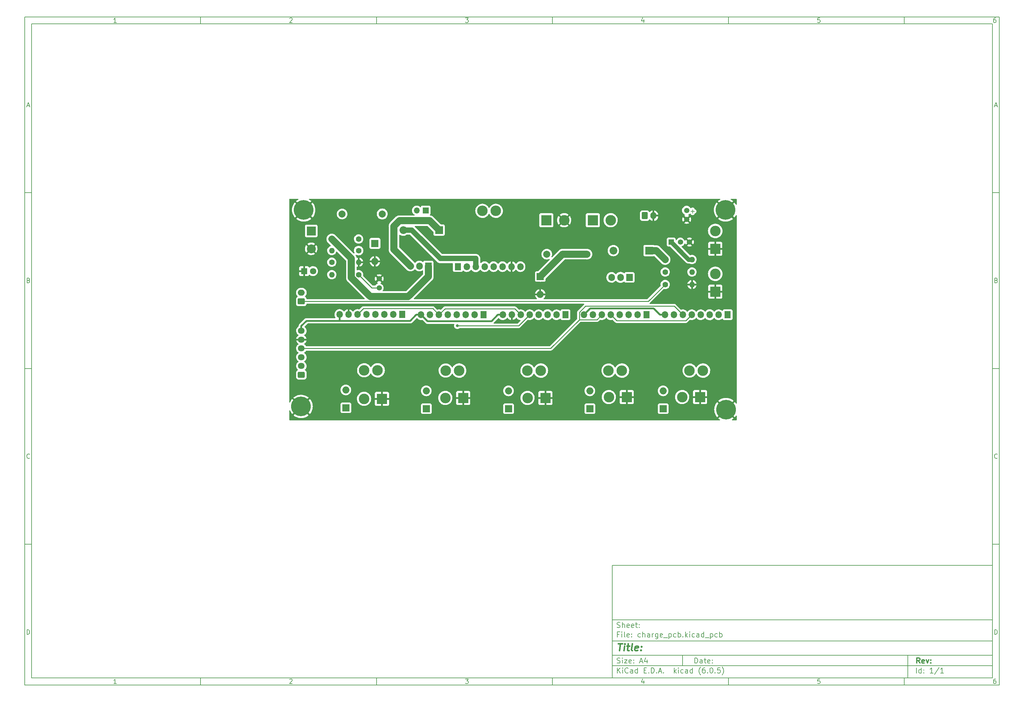
<source format=gtl>
G04 #@! TF.GenerationSoftware,KiCad,Pcbnew,(6.0.5)*
G04 #@! TF.CreationDate,2024-02-07T11:15:52+01:00*
G04 #@! TF.ProjectId,charge_pcb,63686172-6765-45f7-9063-622e6b696361,rev?*
G04 #@! TF.SameCoordinates,Original*
G04 #@! TF.FileFunction,Copper,L1,Top*
G04 #@! TF.FilePolarity,Positive*
%FSLAX46Y46*%
G04 Gerber Fmt 4.6, Leading zero omitted, Abs format (unit mm)*
G04 Created by KiCad (PCBNEW (6.0.5)) date 2024-02-07 11:15:52*
%MOMM*%
%LPD*%
G01*
G04 APERTURE LIST*
G04 Aperture macros list*
%AMRoundRect*
0 Rectangle with rounded corners*
0 $1 Rounding radius*
0 $2 $3 $4 $5 $6 $7 $8 $9 X,Y pos of 4 corners*
0 Add a 4 corners polygon primitive as box body*
4,1,4,$2,$3,$4,$5,$6,$7,$8,$9,$2,$3,0*
0 Add four circle primitives for the rounded corners*
1,1,$1+$1,$2,$3*
1,1,$1+$1,$4,$5*
1,1,$1+$1,$6,$7*
1,1,$1+$1,$8,$9*
0 Add four rect primitives between the rounded corners*
20,1,$1+$1,$2,$3,$4,$5,0*
20,1,$1+$1,$4,$5,$6,$7,0*
20,1,$1+$1,$6,$7,$8,$9,0*
20,1,$1+$1,$8,$9,$2,$3,0*%
G04 Aperture macros list end*
%ADD10C,0.100000*%
%ADD11C,0.150000*%
%ADD12C,0.300000*%
%ADD13C,0.400000*%
G04 #@! TA.AperFunction,EtchedComponent*
%ADD14C,0.150000*%
G04 #@! TD*
G04 #@! TA.AperFunction,ComponentPad*
%ADD15R,2.200000X2.200000*%
G04 #@! TD*
G04 #@! TA.AperFunction,ComponentPad*
%ADD16O,2.200000X2.200000*%
G04 #@! TD*
G04 #@! TA.AperFunction,ComponentPad*
%ADD17R,2.540000X2.540000*%
G04 #@! TD*
G04 #@! TA.AperFunction,ComponentPad*
%ADD18C,2.540000*%
G04 #@! TD*
G04 #@! TA.AperFunction,ComponentPad*
%ADD19C,1.501140*%
G04 #@! TD*
G04 #@! TA.AperFunction,ComponentPad*
%ADD20R,2.000000X2.000000*%
G04 #@! TD*
G04 #@! TA.AperFunction,ComponentPad*
%ADD21O,2.000000X2.000000*%
G04 #@! TD*
G04 #@! TA.AperFunction,ComponentPad*
%ADD22C,2.000000*%
G04 #@! TD*
G04 #@! TA.AperFunction,ComponentPad*
%ADD23R,3.000000X3.000000*%
G04 #@! TD*
G04 #@! TA.AperFunction,ComponentPad*
%ADD24C,3.000000*%
G04 #@! TD*
G04 #@! TA.AperFunction,ComponentPad*
%ADD25R,1.500000X1.500000*%
G04 #@! TD*
G04 #@! TA.AperFunction,ComponentPad*
%ADD26C,1.500000*%
G04 #@! TD*
G04 #@! TA.AperFunction,ComponentPad*
%ADD27C,1.600000*%
G04 #@! TD*
G04 #@! TA.AperFunction,ComponentPad*
%ADD28O,1.600000X1.600000*%
G04 #@! TD*
G04 #@! TA.AperFunction,ConnectorPad*
%ADD29C,5.600000*%
G04 #@! TD*
G04 #@! TA.AperFunction,ComponentPad*
%ADD30C,3.600000*%
G04 #@! TD*
G04 #@! TA.AperFunction,ComponentPad*
%ADD31R,1.905000X2.000000*%
G04 #@! TD*
G04 #@! TA.AperFunction,ComponentPad*
%ADD32O,1.905000X2.000000*%
G04 #@! TD*
G04 #@! TA.AperFunction,ComponentPad*
%ADD33RoundRect,0.250000X0.725000X-0.600000X0.725000X0.600000X-0.725000X0.600000X-0.725000X-0.600000X0*%
G04 #@! TD*
G04 #@! TA.AperFunction,ComponentPad*
%ADD34O,1.950000X1.700000*%
G04 #@! TD*
G04 #@! TA.AperFunction,ComponentPad*
%ADD35RoundRect,0.250000X0.750000X-0.600000X0.750000X0.600000X-0.750000X0.600000X-0.750000X-0.600000X0*%
G04 #@! TD*
G04 #@! TA.AperFunction,ComponentPad*
%ADD36O,2.000000X1.700000*%
G04 #@! TD*
G04 #@! TA.AperFunction,ComponentPad*
%ADD37RoundRect,0.250000X-0.600000X-0.750000X0.600000X-0.750000X0.600000X0.750000X-0.600000X0.750000X0*%
G04 #@! TD*
G04 #@! TA.AperFunction,ComponentPad*
%ADD38O,1.700000X2.000000*%
G04 #@! TD*
G04 #@! TA.AperFunction,ComponentPad*
%ADD39R,1.800000X2.000000*%
G04 #@! TD*
G04 #@! TA.AperFunction,ComponentPad*
%ADD40O,1.800000X2.000000*%
G04 #@! TD*
G04 #@! TA.AperFunction,ComponentPad*
%ADD41O,3.000000X3.000000*%
G04 #@! TD*
G04 #@! TA.AperFunction,ComponentPad*
%ADD42R,1.700000X1.700000*%
G04 #@! TD*
G04 #@! TA.AperFunction,ComponentPad*
%ADD43O,1.700000X1.700000*%
G04 #@! TD*
G04 #@! TA.AperFunction,ComponentPad*
%ADD44R,1.800000X1.800000*%
G04 #@! TD*
G04 #@! TA.AperFunction,ComponentPad*
%ADD45C,1.800000*%
G04 #@! TD*
G04 #@! TA.AperFunction,ViaPad*
%ADD46C,0.800000*%
G04 #@! TD*
G04 #@! TA.AperFunction,Conductor*
%ADD47C,2.000000*%
G04 #@! TD*
G04 #@! TA.AperFunction,Conductor*
%ADD48C,1.250000*%
G04 #@! TD*
G04 #@! TA.AperFunction,Conductor*
%ADD49C,0.500000*%
G04 #@! TD*
G04 #@! TA.AperFunction,Conductor*
%ADD50C,0.254000*%
G04 #@! TD*
G04 #@! TA.AperFunction,Conductor*
%ADD51C,1.500000*%
G04 #@! TD*
G04 APERTURE END LIST*
D10*
D11*
X177002200Y-166007200D02*
X177002200Y-198007200D01*
X285002200Y-198007200D01*
X285002200Y-166007200D01*
X177002200Y-166007200D01*
D10*
D11*
X10000000Y-10000000D02*
X10000000Y-200007200D01*
X287002200Y-200007200D01*
X287002200Y-10000000D01*
X10000000Y-10000000D01*
D10*
D11*
X12000000Y-12000000D02*
X12000000Y-198007200D01*
X285002200Y-198007200D01*
X285002200Y-12000000D01*
X12000000Y-12000000D01*
D10*
D11*
X60000000Y-12000000D02*
X60000000Y-10000000D01*
D10*
D11*
X110000000Y-12000000D02*
X110000000Y-10000000D01*
D10*
D11*
X160000000Y-12000000D02*
X160000000Y-10000000D01*
D10*
D11*
X210000000Y-12000000D02*
X210000000Y-10000000D01*
D10*
D11*
X260000000Y-12000000D02*
X260000000Y-10000000D01*
D10*
D11*
X36065476Y-11588095D02*
X35322619Y-11588095D01*
X35694047Y-11588095D02*
X35694047Y-10288095D01*
X35570238Y-10473809D01*
X35446428Y-10597619D01*
X35322619Y-10659523D01*
D10*
D11*
X85322619Y-10411904D02*
X85384523Y-10350000D01*
X85508333Y-10288095D01*
X85817857Y-10288095D01*
X85941666Y-10350000D01*
X86003571Y-10411904D01*
X86065476Y-10535714D01*
X86065476Y-10659523D01*
X86003571Y-10845238D01*
X85260714Y-11588095D01*
X86065476Y-11588095D01*
D10*
D11*
X135260714Y-10288095D02*
X136065476Y-10288095D01*
X135632142Y-10783333D01*
X135817857Y-10783333D01*
X135941666Y-10845238D01*
X136003571Y-10907142D01*
X136065476Y-11030952D01*
X136065476Y-11340476D01*
X136003571Y-11464285D01*
X135941666Y-11526190D01*
X135817857Y-11588095D01*
X135446428Y-11588095D01*
X135322619Y-11526190D01*
X135260714Y-11464285D01*
D10*
D11*
X185941666Y-10721428D02*
X185941666Y-11588095D01*
X185632142Y-10226190D02*
X185322619Y-11154761D01*
X186127380Y-11154761D01*
D10*
D11*
X236003571Y-10288095D02*
X235384523Y-10288095D01*
X235322619Y-10907142D01*
X235384523Y-10845238D01*
X235508333Y-10783333D01*
X235817857Y-10783333D01*
X235941666Y-10845238D01*
X236003571Y-10907142D01*
X236065476Y-11030952D01*
X236065476Y-11340476D01*
X236003571Y-11464285D01*
X235941666Y-11526190D01*
X235817857Y-11588095D01*
X235508333Y-11588095D01*
X235384523Y-11526190D01*
X235322619Y-11464285D01*
D10*
D11*
X285941666Y-10288095D02*
X285694047Y-10288095D01*
X285570238Y-10350000D01*
X285508333Y-10411904D01*
X285384523Y-10597619D01*
X285322619Y-10845238D01*
X285322619Y-11340476D01*
X285384523Y-11464285D01*
X285446428Y-11526190D01*
X285570238Y-11588095D01*
X285817857Y-11588095D01*
X285941666Y-11526190D01*
X286003571Y-11464285D01*
X286065476Y-11340476D01*
X286065476Y-11030952D01*
X286003571Y-10907142D01*
X285941666Y-10845238D01*
X285817857Y-10783333D01*
X285570238Y-10783333D01*
X285446428Y-10845238D01*
X285384523Y-10907142D01*
X285322619Y-11030952D01*
D10*
D11*
X60000000Y-198007200D02*
X60000000Y-200007200D01*
D10*
D11*
X110000000Y-198007200D02*
X110000000Y-200007200D01*
D10*
D11*
X160000000Y-198007200D02*
X160000000Y-200007200D01*
D10*
D11*
X210000000Y-198007200D02*
X210000000Y-200007200D01*
D10*
D11*
X260000000Y-198007200D02*
X260000000Y-200007200D01*
D10*
D11*
X36065476Y-199595295D02*
X35322619Y-199595295D01*
X35694047Y-199595295D02*
X35694047Y-198295295D01*
X35570238Y-198481009D01*
X35446428Y-198604819D01*
X35322619Y-198666723D01*
D10*
D11*
X85322619Y-198419104D02*
X85384523Y-198357200D01*
X85508333Y-198295295D01*
X85817857Y-198295295D01*
X85941666Y-198357200D01*
X86003571Y-198419104D01*
X86065476Y-198542914D01*
X86065476Y-198666723D01*
X86003571Y-198852438D01*
X85260714Y-199595295D01*
X86065476Y-199595295D01*
D10*
D11*
X135260714Y-198295295D02*
X136065476Y-198295295D01*
X135632142Y-198790533D01*
X135817857Y-198790533D01*
X135941666Y-198852438D01*
X136003571Y-198914342D01*
X136065476Y-199038152D01*
X136065476Y-199347676D01*
X136003571Y-199471485D01*
X135941666Y-199533390D01*
X135817857Y-199595295D01*
X135446428Y-199595295D01*
X135322619Y-199533390D01*
X135260714Y-199471485D01*
D10*
D11*
X185941666Y-198728628D02*
X185941666Y-199595295D01*
X185632142Y-198233390D02*
X185322619Y-199161961D01*
X186127380Y-199161961D01*
D10*
D11*
X236003571Y-198295295D02*
X235384523Y-198295295D01*
X235322619Y-198914342D01*
X235384523Y-198852438D01*
X235508333Y-198790533D01*
X235817857Y-198790533D01*
X235941666Y-198852438D01*
X236003571Y-198914342D01*
X236065476Y-199038152D01*
X236065476Y-199347676D01*
X236003571Y-199471485D01*
X235941666Y-199533390D01*
X235817857Y-199595295D01*
X235508333Y-199595295D01*
X235384523Y-199533390D01*
X235322619Y-199471485D01*
D10*
D11*
X285941666Y-198295295D02*
X285694047Y-198295295D01*
X285570238Y-198357200D01*
X285508333Y-198419104D01*
X285384523Y-198604819D01*
X285322619Y-198852438D01*
X285322619Y-199347676D01*
X285384523Y-199471485D01*
X285446428Y-199533390D01*
X285570238Y-199595295D01*
X285817857Y-199595295D01*
X285941666Y-199533390D01*
X286003571Y-199471485D01*
X286065476Y-199347676D01*
X286065476Y-199038152D01*
X286003571Y-198914342D01*
X285941666Y-198852438D01*
X285817857Y-198790533D01*
X285570238Y-198790533D01*
X285446428Y-198852438D01*
X285384523Y-198914342D01*
X285322619Y-199038152D01*
D10*
D11*
X10000000Y-60000000D02*
X12000000Y-60000000D01*
D10*
D11*
X10000000Y-110000000D02*
X12000000Y-110000000D01*
D10*
D11*
X10000000Y-160000000D02*
X12000000Y-160000000D01*
D10*
D11*
X10690476Y-35216666D02*
X11309523Y-35216666D01*
X10566666Y-35588095D02*
X11000000Y-34288095D01*
X11433333Y-35588095D01*
D10*
D11*
X11092857Y-84907142D02*
X11278571Y-84969047D01*
X11340476Y-85030952D01*
X11402380Y-85154761D01*
X11402380Y-85340476D01*
X11340476Y-85464285D01*
X11278571Y-85526190D01*
X11154761Y-85588095D01*
X10659523Y-85588095D01*
X10659523Y-84288095D01*
X11092857Y-84288095D01*
X11216666Y-84350000D01*
X11278571Y-84411904D01*
X11340476Y-84535714D01*
X11340476Y-84659523D01*
X11278571Y-84783333D01*
X11216666Y-84845238D01*
X11092857Y-84907142D01*
X10659523Y-84907142D01*
D10*
D11*
X11402380Y-135464285D02*
X11340476Y-135526190D01*
X11154761Y-135588095D01*
X11030952Y-135588095D01*
X10845238Y-135526190D01*
X10721428Y-135402380D01*
X10659523Y-135278571D01*
X10597619Y-135030952D01*
X10597619Y-134845238D01*
X10659523Y-134597619D01*
X10721428Y-134473809D01*
X10845238Y-134350000D01*
X11030952Y-134288095D01*
X11154761Y-134288095D01*
X11340476Y-134350000D01*
X11402380Y-134411904D01*
D10*
D11*
X10659523Y-185588095D02*
X10659523Y-184288095D01*
X10969047Y-184288095D01*
X11154761Y-184350000D01*
X11278571Y-184473809D01*
X11340476Y-184597619D01*
X11402380Y-184845238D01*
X11402380Y-185030952D01*
X11340476Y-185278571D01*
X11278571Y-185402380D01*
X11154761Y-185526190D01*
X10969047Y-185588095D01*
X10659523Y-185588095D01*
D10*
D11*
X287002200Y-60000000D02*
X285002200Y-60000000D01*
D10*
D11*
X287002200Y-110000000D02*
X285002200Y-110000000D01*
D10*
D11*
X287002200Y-160000000D02*
X285002200Y-160000000D01*
D10*
D11*
X285692676Y-35216666D02*
X286311723Y-35216666D01*
X285568866Y-35588095D02*
X286002200Y-34288095D01*
X286435533Y-35588095D01*
D10*
D11*
X286095057Y-84907142D02*
X286280771Y-84969047D01*
X286342676Y-85030952D01*
X286404580Y-85154761D01*
X286404580Y-85340476D01*
X286342676Y-85464285D01*
X286280771Y-85526190D01*
X286156961Y-85588095D01*
X285661723Y-85588095D01*
X285661723Y-84288095D01*
X286095057Y-84288095D01*
X286218866Y-84350000D01*
X286280771Y-84411904D01*
X286342676Y-84535714D01*
X286342676Y-84659523D01*
X286280771Y-84783333D01*
X286218866Y-84845238D01*
X286095057Y-84907142D01*
X285661723Y-84907142D01*
D10*
D11*
X286404580Y-135464285D02*
X286342676Y-135526190D01*
X286156961Y-135588095D01*
X286033152Y-135588095D01*
X285847438Y-135526190D01*
X285723628Y-135402380D01*
X285661723Y-135278571D01*
X285599819Y-135030952D01*
X285599819Y-134845238D01*
X285661723Y-134597619D01*
X285723628Y-134473809D01*
X285847438Y-134350000D01*
X286033152Y-134288095D01*
X286156961Y-134288095D01*
X286342676Y-134350000D01*
X286404580Y-134411904D01*
D10*
D11*
X285661723Y-185588095D02*
X285661723Y-184288095D01*
X285971247Y-184288095D01*
X286156961Y-184350000D01*
X286280771Y-184473809D01*
X286342676Y-184597619D01*
X286404580Y-184845238D01*
X286404580Y-185030952D01*
X286342676Y-185278571D01*
X286280771Y-185402380D01*
X286156961Y-185526190D01*
X285971247Y-185588095D01*
X285661723Y-185588095D01*
D10*
D11*
X200434342Y-193785771D02*
X200434342Y-192285771D01*
X200791485Y-192285771D01*
X201005771Y-192357200D01*
X201148628Y-192500057D01*
X201220057Y-192642914D01*
X201291485Y-192928628D01*
X201291485Y-193142914D01*
X201220057Y-193428628D01*
X201148628Y-193571485D01*
X201005771Y-193714342D01*
X200791485Y-193785771D01*
X200434342Y-193785771D01*
X202577200Y-193785771D02*
X202577200Y-193000057D01*
X202505771Y-192857200D01*
X202362914Y-192785771D01*
X202077200Y-192785771D01*
X201934342Y-192857200D01*
X202577200Y-193714342D02*
X202434342Y-193785771D01*
X202077200Y-193785771D01*
X201934342Y-193714342D01*
X201862914Y-193571485D01*
X201862914Y-193428628D01*
X201934342Y-193285771D01*
X202077200Y-193214342D01*
X202434342Y-193214342D01*
X202577200Y-193142914D01*
X203077200Y-192785771D02*
X203648628Y-192785771D01*
X203291485Y-192285771D02*
X203291485Y-193571485D01*
X203362914Y-193714342D01*
X203505771Y-193785771D01*
X203648628Y-193785771D01*
X204720057Y-193714342D02*
X204577200Y-193785771D01*
X204291485Y-193785771D01*
X204148628Y-193714342D01*
X204077200Y-193571485D01*
X204077200Y-193000057D01*
X204148628Y-192857200D01*
X204291485Y-192785771D01*
X204577200Y-192785771D01*
X204720057Y-192857200D01*
X204791485Y-193000057D01*
X204791485Y-193142914D01*
X204077200Y-193285771D01*
X205434342Y-193642914D02*
X205505771Y-193714342D01*
X205434342Y-193785771D01*
X205362914Y-193714342D01*
X205434342Y-193642914D01*
X205434342Y-193785771D01*
X205434342Y-192857200D02*
X205505771Y-192928628D01*
X205434342Y-193000057D01*
X205362914Y-192928628D01*
X205434342Y-192857200D01*
X205434342Y-193000057D01*
D10*
D11*
X177002200Y-194507200D02*
X285002200Y-194507200D01*
D10*
D11*
X178434342Y-196585771D02*
X178434342Y-195085771D01*
X179291485Y-196585771D02*
X178648628Y-195728628D01*
X179291485Y-195085771D02*
X178434342Y-195942914D01*
X179934342Y-196585771D02*
X179934342Y-195585771D01*
X179934342Y-195085771D02*
X179862914Y-195157200D01*
X179934342Y-195228628D01*
X180005771Y-195157200D01*
X179934342Y-195085771D01*
X179934342Y-195228628D01*
X181505771Y-196442914D02*
X181434342Y-196514342D01*
X181220057Y-196585771D01*
X181077200Y-196585771D01*
X180862914Y-196514342D01*
X180720057Y-196371485D01*
X180648628Y-196228628D01*
X180577200Y-195942914D01*
X180577200Y-195728628D01*
X180648628Y-195442914D01*
X180720057Y-195300057D01*
X180862914Y-195157200D01*
X181077200Y-195085771D01*
X181220057Y-195085771D01*
X181434342Y-195157200D01*
X181505771Y-195228628D01*
X182791485Y-196585771D02*
X182791485Y-195800057D01*
X182720057Y-195657200D01*
X182577200Y-195585771D01*
X182291485Y-195585771D01*
X182148628Y-195657200D01*
X182791485Y-196514342D02*
X182648628Y-196585771D01*
X182291485Y-196585771D01*
X182148628Y-196514342D01*
X182077200Y-196371485D01*
X182077200Y-196228628D01*
X182148628Y-196085771D01*
X182291485Y-196014342D01*
X182648628Y-196014342D01*
X182791485Y-195942914D01*
X184148628Y-196585771D02*
X184148628Y-195085771D01*
X184148628Y-196514342D02*
X184005771Y-196585771D01*
X183720057Y-196585771D01*
X183577200Y-196514342D01*
X183505771Y-196442914D01*
X183434342Y-196300057D01*
X183434342Y-195871485D01*
X183505771Y-195728628D01*
X183577200Y-195657200D01*
X183720057Y-195585771D01*
X184005771Y-195585771D01*
X184148628Y-195657200D01*
X186005771Y-195800057D02*
X186505771Y-195800057D01*
X186720057Y-196585771D02*
X186005771Y-196585771D01*
X186005771Y-195085771D01*
X186720057Y-195085771D01*
X187362914Y-196442914D02*
X187434342Y-196514342D01*
X187362914Y-196585771D01*
X187291485Y-196514342D01*
X187362914Y-196442914D01*
X187362914Y-196585771D01*
X188077200Y-196585771D02*
X188077200Y-195085771D01*
X188434342Y-195085771D01*
X188648628Y-195157200D01*
X188791485Y-195300057D01*
X188862914Y-195442914D01*
X188934342Y-195728628D01*
X188934342Y-195942914D01*
X188862914Y-196228628D01*
X188791485Y-196371485D01*
X188648628Y-196514342D01*
X188434342Y-196585771D01*
X188077200Y-196585771D01*
X189577200Y-196442914D02*
X189648628Y-196514342D01*
X189577200Y-196585771D01*
X189505771Y-196514342D01*
X189577200Y-196442914D01*
X189577200Y-196585771D01*
X190220057Y-196157200D02*
X190934342Y-196157200D01*
X190077200Y-196585771D02*
X190577200Y-195085771D01*
X191077200Y-196585771D01*
X191577200Y-196442914D02*
X191648628Y-196514342D01*
X191577200Y-196585771D01*
X191505771Y-196514342D01*
X191577200Y-196442914D01*
X191577200Y-196585771D01*
X194577200Y-196585771D02*
X194577200Y-195085771D01*
X194720057Y-196014342D02*
X195148628Y-196585771D01*
X195148628Y-195585771D02*
X194577200Y-196157200D01*
X195791485Y-196585771D02*
X195791485Y-195585771D01*
X195791485Y-195085771D02*
X195720057Y-195157200D01*
X195791485Y-195228628D01*
X195862914Y-195157200D01*
X195791485Y-195085771D01*
X195791485Y-195228628D01*
X197148628Y-196514342D02*
X197005771Y-196585771D01*
X196720057Y-196585771D01*
X196577200Y-196514342D01*
X196505771Y-196442914D01*
X196434342Y-196300057D01*
X196434342Y-195871485D01*
X196505771Y-195728628D01*
X196577200Y-195657200D01*
X196720057Y-195585771D01*
X197005771Y-195585771D01*
X197148628Y-195657200D01*
X198434342Y-196585771D02*
X198434342Y-195800057D01*
X198362914Y-195657200D01*
X198220057Y-195585771D01*
X197934342Y-195585771D01*
X197791485Y-195657200D01*
X198434342Y-196514342D02*
X198291485Y-196585771D01*
X197934342Y-196585771D01*
X197791485Y-196514342D01*
X197720057Y-196371485D01*
X197720057Y-196228628D01*
X197791485Y-196085771D01*
X197934342Y-196014342D01*
X198291485Y-196014342D01*
X198434342Y-195942914D01*
X199791485Y-196585771D02*
X199791485Y-195085771D01*
X199791485Y-196514342D02*
X199648628Y-196585771D01*
X199362914Y-196585771D01*
X199220057Y-196514342D01*
X199148628Y-196442914D01*
X199077200Y-196300057D01*
X199077200Y-195871485D01*
X199148628Y-195728628D01*
X199220057Y-195657200D01*
X199362914Y-195585771D01*
X199648628Y-195585771D01*
X199791485Y-195657200D01*
X202077200Y-197157200D02*
X202005771Y-197085771D01*
X201862914Y-196871485D01*
X201791485Y-196728628D01*
X201720057Y-196514342D01*
X201648628Y-196157200D01*
X201648628Y-195871485D01*
X201720057Y-195514342D01*
X201791485Y-195300057D01*
X201862914Y-195157200D01*
X202005771Y-194942914D01*
X202077200Y-194871485D01*
X203291485Y-195085771D02*
X203005771Y-195085771D01*
X202862914Y-195157200D01*
X202791485Y-195228628D01*
X202648628Y-195442914D01*
X202577200Y-195728628D01*
X202577200Y-196300057D01*
X202648628Y-196442914D01*
X202720057Y-196514342D01*
X202862914Y-196585771D01*
X203148628Y-196585771D01*
X203291485Y-196514342D01*
X203362914Y-196442914D01*
X203434342Y-196300057D01*
X203434342Y-195942914D01*
X203362914Y-195800057D01*
X203291485Y-195728628D01*
X203148628Y-195657200D01*
X202862914Y-195657200D01*
X202720057Y-195728628D01*
X202648628Y-195800057D01*
X202577200Y-195942914D01*
X204077200Y-196442914D02*
X204148628Y-196514342D01*
X204077200Y-196585771D01*
X204005771Y-196514342D01*
X204077200Y-196442914D01*
X204077200Y-196585771D01*
X205077200Y-195085771D02*
X205220057Y-195085771D01*
X205362914Y-195157200D01*
X205434342Y-195228628D01*
X205505771Y-195371485D01*
X205577200Y-195657200D01*
X205577200Y-196014342D01*
X205505771Y-196300057D01*
X205434342Y-196442914D01*
X205362914Y-196514342D01*
X205220057Y-196585771D01*
X205077200Y-196585771D01*
X204934342Y-196514342D01*
X204862914Y-196442914D01*
X204791485Y-196300057D01*
X204720057Y-196014342D01*
X204720057Y-195657200D01*
X204791485Y-195371485D01*
X204862914Y-195228628D01*
X204934342Y-195157200D01*
X205077200Y-195085771D01*
X206220057Y-196442914D02*
X206291485Y-196514342D01*
X206220057Y-196585771D01*
X206148628Y-196514342D01*
X206220057Y-196442914D01*
X206220057Y-196585771D01*
X207648628Y-195085771D02*
X206934342Y-195085771D01*
X206862914Y-195800057D01*
X206934342Y-195728628D01*
X207077200Y-195657200D01*
X207434342Y-195657200D01*
X207577200Y-195728628D01*
X207648628Y-195800057D01*
X207720057Y-195942914D01*
X207720057Y-196300057D01*
X207648628Y-196442914D01*
X207577200Y-196514342D01*
X207434342Y-196585771D01*
X207077200Y-196585771D01*
X206934342Y-196514342D01*
X206862914Y-196442914D01*
X208220057Y-197157200D02*
X208291485Y-197085771D01*
X208434342Y-196871485D01*
X208505771Y-196728628D01*
X208577200Y-196514342D01*
X208648628Y-196157200D01*
X208648628Y-195871485D01*
X208577200Y-195514342D01*
X208505771Y-195300057D01*
X208434342Y-195157200D01*
X208291485Y-194942914D01*
X208220057Y-194871485D01*
D10*
D11*
X177002200Y-191507200D02*
X285002200Y-191507200D01*
D10*
D12*
X264411485Y-193785771D02*
X263911485Y-193071485D01*
X263554342Y-193785771D02*
X263554342Y-192285771D01*
X264125771Y-192285771D01*
X264268628Y-192357200D01*
X264340057Y-192428628D01*
X264411485Y-192571485D01*
X264411485Y-192785771D01*
X264340057Y-192928628D01*
X264268628Y-193000057D01*
X264125771Y-193071485D01*
X263554342Y-193071485D01*
X265625771Y-193714342D02*
X265482914Y-193785771D01*
X265197200Y-193785771D01*
X265054342Y-193714342D01*
X264982914Y-193571485D01*
X264982914Y-193000057D01*
X265054342Y-192857200D01*
X265197200Y-192785771D01*
X265482914Y-192785771D01*
X265625771Y-192857200D01*
X265697200Y-193000057D01*
X265697200Y-193142914D01*
X264982914Y-193285771D01*
X266197200Y-192785771D02*
X266554342Y-193785771D01*
X266911485Y-192785771D01*
X267482914Y-193642914D02*
X267554342Y-193714342D01*
X267482914Y-193785771D01*
X267411485Y-193714342D01*
X267482914Y-193642914D01*
X267482914Y-193785771D01*
X267482914Y-192857200D02*
X267554342Y-192928628D01*
X267482914Y-193000057D01*
X267411485Y-192928628D01*
X267482914Y-192857200D01*
X267482914Y-193000057D01*
D10*
D11*
X178362914Y-193714342D02*
X178577200Y-193785771D01*
X178934342Y-193785771D01*
X179077200Y-193714342D01*
X179148628Y-193642914D01*
X179220057Y-193500057D01*
X179220057Y-193357200D01*
X179148628Y-193214342D01*
X179077200Y-193142914D01*
X178934342Y-193071485D01*
X178648628Y-193000057D01*
X178505771Y-192928628D01*
X178434342Y-192857200D01*
X178362914Y-192714342D01*
X178362914Y-192571485D01*
X178434342Y-192428628D01*
X178505771Y-192357200D01*
X178648628Y-192285771D01*
X179005771Y-192285771D01*
X179220057Y-192357200D01*
X179862914Y-193785771D02*
X179862914Y-192785771D01*
X179862914Y-192285771D02*
X179791485Y-192357200D01*
X179862914Y-192428628D01*
X179934342Y-192357200D01*
X179862914Y-192285771D01*
X179862914Y-192428628D01*
X180434342Y-192785771D02*
X181220057Y-192785771D01*
X180434342Y-193785771D01*
X181220057Y-193785771D01*
X182362914Y-193714342D02*
X182220057Y-193785771D01*
X181934342Y-193785771D01*
X181791485Y-193714342D01*
X181720057Y-193571485D01*
X181720057Y-193000057D01*
X181791485Y-192857200D01*
X181934342Y-192785771D01*
X182220057Y-192785771D01*
X182362914Y-192857200D01*
X182434342Y-193000057D01*
X182434342Y-193142914D01*
X181720057Y-193285771D01*
X183077200Y-193642914D02*
X183148628Y-193714342D01*
X183077200Y-193785771D01*
X183005771Y-193714342D01*
X183077200Y-193642914D01*
X183077200Y-193785771D01*
X183077200Y-192857200D02*
X183148628Y-192928628D01*
X183077200Y-193000057D01*
X183005771Y-192928628D01*
X183077200Y-192857200D01*
X183077200Y-193000057D01*
X184862914Y-193357200D02*
X185577200Y-193357200D01*
X184720057Y-193785771D02*
X185220057Y-192285771D01*
X185720057Y-193785771D01*
X186862914Y-192785771D02*
X186862914Y-193785771D01*
X186505771Y-192214342D02*
X186148628Y-193285771D01*
X187077200Y-193285771D01*
D10*
D11*
X263434342Y-196585771D02*
X263434342Y-195085771D01*
X264791485Y-196585771D02*
X264791485Y-195085771D01*
X264791485Y-196514342D02*
X264648628Y-196585771D01*
X264362914Y-196585771D01*
X264220057Y-196514342D01*
X264148628Y-196442914D01*
X264077200Y-196300057D01*
X264077200Y-195871485D01*
X264148628Y-195728628D01*
X264220057Y-195657200D01*
X264362914Y-195585771D01*
X264648628Y-195585771D01*
X264791485Y-195657200D01*
X265505771Y-196442914D02*
X265577200Y-196514342D01*
X265505771Y-196585771D01*
X265434342Y-196514342D01*
X265505771Y-196442914D01*
X265505771Y-196585771D01*
X265505771Y-195657200D02*
X265577200Y-195728628D01*
X265505771Y-195800057D01*
X265434342Y-195728628D01*
X265505771Y-195657200D01*
X265505771Y-195800057D01*
X268148628Y-196585771D02*
X267291485Y-196585771D01*
X267720057Y-196585771D02*
X267720057Y-195085771D01*
X267577200Y-195300057D01*
X267434342Y-195442914D01*
X267291485Y-195514342D01*
X269862914Y-195014342D02*
X268577200Y-196942914D01*
X271148628Y-196585771D02*
X270291485Y-196585771D01*
X270720057Y-196585771D02*
X270720057Y-195085771D01*
X270577200Y-195300057D01*
X270434342Y-195442914D01*
X270291485Y-195514342D01*
D10*
D11*
X177002200Y-187507200D02*
X285002200Y-187507200D01*
D10*
D13*
X178714580Y-188211961D02*
X179857438Y-188211961D01*
X179036009Y-190211961D02*
X179286009Y-188211961D01*
X180274104Y-190211961D02*
X180440771Y-188878628D01*
X180524104Y-188211961D02*
X180416961Y-188307200D01*
X180500295Y-188402438D01*
X180607438Y-188307200D01*
X180524104Y-188211961D01*
X180500295Y-188402438D01*
X181107438Y-188878628D02*
X181869342Y-188878628D01*
X181476485Y-188211961D02*
X181262200Y-189926247D01*
X181333628Y-190116723D01*
X181512200Y-190211961D01*
X181702676Y-190211961D01*
X182655057Y-190211961D02*
X182476485Y-190116723D01*
X182405057Y-189926247D01*
X182619342Y-188211961D01*
X184190771Y-190116723D02*
X183988390Y-190211961D01*
X183607438Y-190211961D01*
X183428866Y-190116723D01*
X183357438Y-189926247D01*
X183452676Y-189164342D01*
X183571723Y-188973866D01*
X183774104Y-188878628D01*
X184155057Y-188878628D01*
X184333628Y-188973866D01*
X184405057Y-189164342D01*
X184381247Y-189354819D01*
X183405057Y-189545295D01*
X185155057Y-190021485D02*
X185238390Y-190116723D01*
X185131247Y-190211961D01*
X185047914Y-190116723D01*
X185155057Y-190021485D01*
X185131247Y-190211961D01*
X185286009Y-188973866D02*
X185369342Y-189069104D01*
X185262200Y-189164342D01*
X185178866Y-189069104D01*
X185286009Y-188973866D01*
X185262200Y-189164342D01*
D10*
D11*
X178934342Y-185600057D02*
X178434342Y-185600057D01*
X178434342Y-186385771D02*
X178434342Y-184885771D01*
X179148628Y-184885771D01*
X179720057Y-186385771D02*
X179720057Y-185385771D01*
X179720057Y-184885771D02*
X179648628Y-184957200D01*
X179720057Y-185028628D01*
X179791485Y-184957200D01*
X179720057Y-184885771D01*
X179720057Y-185028628D01*
X180648628Y-186385771D02*
X180505771Y-186314342D01*
X180434342Y-186171485D01*
X180434342Y-184885771D01*
X181791485Y-186314342D02*
X181648628Y-186385771D01*
X181362914Y-186385771D01*
X181220057Y-186314342D01*
X181148628Y-186171485D01*
X181148628Y-185600057D01*
X181220057Y-185457200D01*
X181362914Y-185385771D01*
X181648628Y-185385771D01*
X181791485Y-185457200D01*
X181862914Y-185600057D01*
X181862914Y-185742914D01*
X181148628Y-185885771D01*
X182505771Y-186242914D02*
X182577200Y-186314342D01*
X182505771Y-186385771D01*
X182434342Y-186314342D01*
X182505771Y-186242914D01*
X182505771Y-186385771D01*
X182505771Y-185457200D02*
X182577200Y-185528628D01*
X182505771Y-185600057D01*
X182434342Y-185528628D01*
X182505771Y-185457200D01*
X182505771Y-185600057D01*
X185005771Y-186314342D02*
X184862914Y-186385771D01*
X184577200Y-186385771D01*
X184434342Y-186314342D01*
X184362914Y-186242914D01*
X184291485Y-186100057D01*
X184291485Y-185671485D01*
X184362914Y-185528628D01*
X184434342Y-185457200D01*
X184577200Y-185385771D01*
X184862914Y-185385771D01*
X185005771Y-185457200D01*
X185648628Y-186385771D02*
X185648628Y-184885771D01*
X186291485Y-186385771D02*
X186291485Y-185600057D01*
X186220057Y-185457200D01*
X186077200Y-185385771D01*
X185862914Y-185385771D01*
X185720057Y-185457200D01*
X185648628Y-185528628D01*
X187648628Y-186385771D02*
X187648628Y-185600057D01*
X187577200Y-185457200D01*
X187434342Y-185385771D01*
X187148628Y-185385771D01*
X187005771Y-185457200D01*
X187648628Y-186314342D02*
X187505771Y-186385771D01*
X187148628Y-186385771D01*
X187005771Y-186314342D01*
X186934342Y-186171485D01*
X186934342Y-186028628D01*
X187005771Y-185885771D01*
X187148628Y-185814342D01*
X187505771Y-185814342D01*
X187648628Y-185742914D01*
X188362914Y-186385771D02*
X188362914Y-185385771D01*
X188362914Y-185671485D02*
X188434342Y-185528628D01*
X188505771Y-185457200D01*
X188648628Y-185385771D01*
X188791485Y-185385771D01*
X189934342Y-185385771D02*
X189934342Y-186600057D01*
X189862914Y-186742914D01*
X189791485Y-186814342D01*
X189648628Y-186885771D01*
X189434342Y-186885771D01*
X189291485Y-186814342D01*
X189934342Y-186314342D02*
X189791485Y-186385771D01*
X189505771Y-186385771D01*
X189362914Y-186314342D01*
X189291485Y-186242914D01*
X189220057Y-186100057D01*
X189220057Y-185671485D01*
X189291485Y-185528628D01*
X189362914Y-185457200D01*
X189505771Y-185385771D01*
X189791485Y-185385771D01*
X189934342Y-185457200D01*
X191220057Y-186314342D02*
X191077200Y-186385771D01*
X190791485Y-186385771D01*
X190648628Y-186314342D01*
X190577200Y-186171485D01*
X190577200Y-185600057D01*
X190648628Y-185457200D01*
X190791485Y-185385771D01*
X191077200Y-185385771D01*
X191220057Y-185457200D01*
X191291485Y-185600057D01*
X191291485Y-185742914D01*
X190577200Y-185885771D01*
X191577200Y-186528628D02*
X192720057Y-186528628D01*
X193077200Y-185385771D02*
X193077200Y-186885771D01*
X193077200Y-185457200D02*
X193220057Y-185385771D01*
X193505771Y-185385771D01*
X193648628Y-185457200D01*
X193720057Y-185528628D01*
X193791485Y-185671485D01*
X193791485Y-186100057D01*
X193720057Y-186242914D01*
X193648628Y-186314342D01*
X193505771Y-186385771D01*
X193220057Y-186385771D01*
X193077200Y-186314342D01*
X195077200Y-186314342D02*
X194934342Y-186385771D01*
X194648628Y-186385771D01*
X194505771Y-186314342D01*
X194434342Y-186242914D01*
X194362914Y-186100057D01*
X194362914Y-185671485D01*
X194434342Y-185528628D01*
X194505771Y-185457200D01*
X194648628Y-185385771D01*
X194934342Y-185385771D01*
X195077200Y-185457200D01*
X195720057Y-186385771D02*
X195720057Y-184885771D01*
X195720057Y-185457200D02*
X195862914Y-185385771D01*
X196148628Y-185385771D01*
X196291485Y-185457200D01*
X196362914Y-185528628D01*
X196434342Y-185671485D01*
X196434342Y-186100057D01*
X196362914Y-186242914D01*
X196291485Y-186314342D01*
X196148628Y-186385771D01*
X195862914Y-186385771D01*
X195720057Y-186314342D01*
X197077200Y-186242914D02*
X197148628Y-186314342D01*
X197077200Y-186385771D01*
X197005771Y-186314342D01*
X197077200Y-186242914D01*
X197077200Y-186385771D01*
X197791485Y-186385771D02*
X197791485Y-184885771D01*
X197934342Y-185814342D02*
X198362914Y-186385771D01*
X198362914Y-185385771D02*
X197791485Y-185957200D01*
X199005771Y-186385771D02*
X199005771Y-185385771D01*
X199005771Y-184885771D02*
X198934342Y-184957200D01*
X199005771Y-185028628D01*
X199077200Y-184957200D01*
X199005771Y-184885771D01*
X199005771Y-185028628D01*
X200362914Y-186314342D02*
X200220057Y-186385771D01*
X199934342Y-186385771D01*
X199791485Y-186314342D01*
X199720057Y-186242914D01*
X199648628Y-186100057D01*
X199648628Y-185671485D01*
X199720057Y-185528628D01*
X199791485Y-185457200D01*
X199934342Y-185385771D01*
X200220057Y-185385771D01*
X200362914Y-185457200D01*
X201648628Y-186385771D02*
X201648628Y-185600057D01*
X201577200Y-185457200D01*
X201434342Y-185385771D01*
X201148628Y-185385771D01*
X201005771Y-185457200D01*
X201648628Y-186314342D02*
X201505771Y-186385771D01*
X201148628Y-186385771D01*
X201005771Y-186314342D01*
X200934342Y-186171485D01*
X200934342Y-186028628D01*
X201005771Y-185885771D01*
X201148628Y-185814342D01*
X201505771Y-185814342D01*
X201648628Y-185742914D01*
X203005771Y-186385771D02*
X203005771Y-184885771D01*
X203005771Y-186314342D02*
X202862914Y-186385771D01*
X202577200Y-186385771D01*
X202434342Y-186314342D01*
X202362914Y-186242914D01*
X202291485Y-186100057D01*
X202291485Y-185671485D01*
X202362914Y-185528628D01*
X202434342Y-185457200D01*
X202577200Y-185385771D01*
X202862914Y-185385771D01*
X203005771Y-185457200D01*
X203362914Y-186528628D02*
X204505771Y-186528628D01*
X204862914Y-185385771D02*
X204862914Y-186885771D01*
X204862914Y-185457200D02*
X205005771Y-185385771D01*
X205291485Y-185385771D01*
X205434342Y-185457200D01*
X205505771Y-185528628D01*
X205577200Y-185671485D01*
X205577200Y-186100057D01*
X205505771Y-186242914D01*
X205434342Y-186314342D01*
X205291485Y-186385771D01*
X205005771Y-186385771D01*
X204862914Y-186314342D01*
X206862914Y-186314342D02*
X206720057Y-186385771D01*
X206434342Y-186385771D01*
X206291485Y-186314342D01*
X206220057Y-186242914D01*
X206148628Y-186100057D01*
X206148628Y-185671485D01*
X206220057Y-185528628D01*
X206291485Y-185457200D01*
X206434342Y-185385771D01*
X206720057Y-185385771D01*
X206862914Y-185457200D01*
X207505771Y-186385771D02*
X207505771Y-184885771D01*
X207505771Y-185457200D02*
X207648628Y-185385771D01*
X207934342Y-185385771D01*
X208077200Y-185457200D01*
X208148628Y-185528628D01*
X208220057Y-185671485D01*
X208220057Y-186100057D01*
X208148628Y-186242914D01*
X208077200Y-186314342D01*
X207934342Y-186385771D01*
X207648628Y-186385771D01*
X207505771Y-186314342D01*
D10*
D11*
X177002200Y-181507200D02*
X285002200Y-181507200D01*
D10*
D11*
X178362914Y-183614342D02*
X178577200Y-183685771D01*
X178934342Y-183685771D01*
X179077200Y-183614342D01*
X179148628Y-183542914D01*
X179220057Y-183400057D01*
X179220057Y-183257200D01*
X179148628Y-183114342D01*
X179077200Y-183042914D01*
X178934342Y-182971485D01*
X178648628Y-182900057D01*
X178505771Y-182828628D01*
X178434342Y-182757200D01*
X178362914Y-182614342D01*
X178362914Y-182471485D01*
X178434342Y-182328628D01*
X178505771Y-182257200D01*
X178648628Y-182185771D01*
X179005771Y-182185771D01*
X179220057Y-182257200D01*
X179862914Y-183685771D02*
X179862914Y-182185771D01*
X180505771Y-183685771D02*
X180505771Y-182900057D01*
X180434342Y-182757200D01*
X180291485Y-182685771D01*
X180077200Y-182685771D01*
X179934342Y-182757200D01*
X179862914Y-182828628D01*
X181791485Y-183614342D02*
X181648628Y-183685771D01*
X181362914Y-183685771D01*
X181220057Y-183614342D01*
X181148628Y-183471485D01*
X181148628Y-182900057D01*
X181220057Y-182757200D01*
X181362914Y-182685771D01*
X181648628Y-182685771D01*
X181791485Y-182757200D01*
X181862914Y-182900057D01*
X181862914Y-183042914D01*
X181148628Y-183185771D01*
X183077200Y-183614342D02*
X182934342Y-183685771D01*
X182648628Y-183685771D01*
X182505771Y-183614342D01*
X182434342Y-183471485D01*
X182434342Y-182900057D01*
X182505771Y-182757200D01*
X182648628Y-182685771D01*
X182934342Y-182685771D01*
X183077200Y-182757200D01*
X183148628Y-182900057D01*
X183148628Y-183042914D01*
X182434342Y-183185771D01*
X183577200Y-182685771D02*
X184148628Y-182685771D01*
X183791485Y-182185771D02*
X183791485Y-183471485D01*
X183862914Y-183614342D01*
X184005771Y-183685771D01*
X184148628Y-183685771D01*
X184648628Y-183542914D02*
X184720057Y-183614342D01*
X184648628Y-183685771D01*
X184577200Y-183614342D01*
X184648628Y-183542914D01*
X184648628Y-183685771D01*
X184648628Y-182757200D02*
X184720057Y-182828628D01*
X184648628Y-182900057D01*
X184577200Y-182828628D01*
X184648628Y-182757200D01*
X184648628Y-182900057D01*
D10*
D12*
D10*
D11*
D10*
D11*
D10*
D11*
D10*
D11*
D10*
D11*
X197002200Y-191507200D02*
X197002200Y-194507200D01*
D10*
D11*
X261002200Y-191507200D02*
X261002200Y-198007200D01*
D14*
X199819260Y-65293240D02*
X199420480Y-65293240D01*
X199819260Y-65293240D02*
X200319640Y-65293240D01*
X199819260Y-65293240D02*
X199819260Y-65793620D01*
X199420480Y-65293240D02*
X199318880Y-65293240D01*
X199819260Y-64792860D02*
X199819260Y-65293240D01*
D15*
X187452000Y-76454000D03*
D16*
X177292000Y-76454000D03*
D15*
X127762000Y-70612000D03*
D16*
X117602000Y-70612000D03*
D17*
X91440000Y-70866000D03*
D18*
X91440000Y-75946000D03*
D19*
X198120000Y-65024000D03*
X198120000Y-67564000D03*
D20*
X109545000Y-74422000D03*
D21*
X109545000Y-79502000D03*
D22*
X111618000Y-66040000D03*
X100218000Y-66040000D03*
X169784000Y-77470000D03*
X158384000Y-77470000D03*
D23*
X111530000Y-118618000D03*
D24*
X106450000Y-118618000D03*
D25*
X110744000Y-89662000D03*
D26*
X110744000Y-87062000D03*
X110744000Y-84462000D03*
D25*
X193742000Y-74035000D03*
D26*
X196342000Y-74035000D03*
X198942000Y-74035000D03*
D27*
X104902000Y-83312000D03*
D28*
X97282000Y-83312000D03*
D27*
X104902000Y-73152000D03*
D28*
X97282000Y-73152000D03*
D27*
X192024000Y-86106000D03*
D28*
X199644000Y-86106000D03*
D27*
X192024000Y-82550000D03*
D28*
X199644000Y-82550000D03*
D29*
X89289000Y-64897000D03*
D30*
X89289000Y-64897000D03*
X209169000Y-64897000D03*
D29*
X209169000Y-64897000D03*
D30*
X209296000Y-121666000D03*
D29*
X209296000Y-121666000D03*
X88550000Y-120780000D03*
D30*
X88550000Y-120780000D03*
D23*
X181102000Y-118110000D03*
D24*
X176022000Y-118110000D03*
D31*
X181864000Y-84074000D03*
D32*
X179324000Y-84074000D03*
X176784000Y-84074000D03*
D31*
X124714000Y-80843000D03*
D32*
X122174000Y-80843000D03*
X119634000Y-80843000D03*
D33*
X88629000Y-111760000D03*
D34*
X88629000Y-109260000D03*
X88629000Y-106760000D03*
X88629000Y-104260000D03*
X88629000Y-101760000D03*
X88629000Y-99260000D03*
D23*
X134620000Y-118364000D03*
D24*
X129540000Y-118364000D03*
D23*
X158242000Y-67818000D03*
D24*
X163322000Y-67818000D03*
D35*
X88629000Y-90912000D03*
D36*
X88629000Y-88412000D03*
D23*
X171450000Y-67818000D03*
D24*
X176530000Y-67818000D03*
D23*
X157988000Y-118364000D03*
D24*
X152908000Y-118364000D03*
D37*
X186202000Y-66531000D03*
D38*
X188702000Y-66531000D03*
D23*
X201930000Y-118110000D03*
D24*
X196850000Y-118110000D03*
D23*
X206248000Y-75946000D03*
D24*
X206248000Y-70866000D03*
D23*
X206248000Y-88138000D03*
D24*
X206248000Y-83058000D03*
D39*
X140450000Y-94700000D03*
D40*
X137910000Y-94700000D03*
X135370000Y-94700000D03*
X132830000Y-94700000D03*
X130290000Y-94700000D03*
X127750000Y-94700000D03*
X125210000Y-94700000D03*
X122670000Y-94700000D03*
D41*
X133465000Y-110575000D03*
X129655000Y-110575000D03*
D39*
X133096000Y-81026000D03*
D40*
X135636000Y-81026000D03*
X138176000Y-81026000D03*
X140716000Y-81026000D03*
X143256000Y-81026000D03*
X145796000Y-81026000D03*
X148336000Y-81026000D03*
X150876000Y-81026000D03*
D41*
X140081000Y-65151000D03*
X143891000Y-65151000D03*
D39*
X163680000Y-94700000D03*
D40*
X161140000Y-94700000D03*
X158600000Y-94700000D03*
X156060000Y-94700000D03*
X153520000Y-94700000D03*
X150980000Y-94700000D03*
X148440000Y-94700000D03*
X145900000Y-94700000D03*
D41*
X156695000Y-110575000D03*
X152885000Y-110575000D03*
D39*
X186720000Y-94700000D03*
D40*
X184180000Y-94700000D03*
X181640000Y-94700000D03*
X179100000Y-94700000D03*
X176560000Y-94700000D03*
X174020000Y-94700000D03*
X171480000Y-94700000D03*
X168940000Y-94700000D03*
D41*
X179735000Y-110575000D03*
X175925000Y-110575000D03*
D39*
X209750000Y-94700000D03*
D40*
X207210000Y-94700000D03*
X204670000Y-94700000D03*
X202130000Y-94700000D03*
X199590000Y-94700000D03*
X197050000Y-94700000D03*
X194510000Y-94700000D03*
X191970000Y-94700000D03*
D41*
X202765000Y-110575000D03*
X198955000Y-110575000D03*
D27*
X192024000Y-78994000D03*
D28*
X199644000Y-78994000D03*
D27*
X104902000Y-76454000D03*
D28*
X97282000Y-76454000D03*
D42*
X123957000Y-65024000D03*
D43*
X121417000Y-65024000D03*
D20*
X191445000Y-121412000D03*
D21*
X191445000Y-116332000D03*
D20*
X101275000Y-121158000D03*
D21*
X101275000Y-116078000D03*
D20*
X124135000Y-121412000D03*
D21*
X124135000Y-116332000D03*
D20*
X156535000Y-83820000D03*
D21*
X156535000Y-88900000D03*
D39*
X117280000Y-94620000D03*
D40*
X114740000Y-94620000D03*
X112200000Y-94620000D03*
X109660000Y-94620000D03*
X107120000Y-94620000D03*
X104580000Y-94620000D03*
X102040000Y-94620000D03*
X99500000Y-94620000D03*
D41*
X110295000Y-110495000D03*
X106485000Y-110495000D03*
D44*
X89403000Y-82296000D03*
D45*
X91943000Y-82296000D03*
D20*
X147503000Y-121412000D03*
D21*
X147503000Y-116332000D03*
D27*
X97282000Y-79756000D03*
D28*
X104902000Y-79756000D03*
D20*
X170617000Y-121412000D03*
D21*
X170617000Y-116332000D03*
D46*
X132949700Y-97835500D03*
D47*
X114952489Y-76161489D02*
X119634000Y-80843000D01*
X116504536Y-67962489D02*
X114952489Y-69514536D01*
X125112489Y-67962489D02*
X116504536Y-67962489D01*
X127762000Y-70612000D02*
X125112489Y-67962489D01*
X114952489Y-69514536D02*
X114952489Y-76161489D01*
D48*
X193742000Y-74035000D02*
X198701000Y-78994000D01*
X198701000Y-78994000D02*
X199644000Y-78994000D01*
D47*
X189484000Y-76454000D02*
X192024000Y-78994000D01*
X187452000Y-76454000D02*
X189484000Y-76454000D01*
D49*
X148785200Y-81021200D02*
X148785300Y-81021200D01*
X148340800Y-81021200D02*
X148785200Y-81021200D01*
X88550000Y-120780000D02*
X90443700Y-122673700D01*
X148336000Y-81026000D02*
X148340800Y-81021200D01*
D50*
X187218000Y-90912000D02*
X192024000Y-86106000D01*
X88629000Y-90912000D02*
X187218000Y-90912000D01*
D47*
X102848489Y-84175969D02*
X108204000Y-89531480D01*
X108204000Y-89531480D02*
X119025520Y-89531480D01*
X97282000Y-73152000D02*
X102848489Y-78718489D01*
X102848489Y-78718489D02*
X102848489Y-84175969D01*
X124714000Y-83843000D02*
X124714000Y-80843000D01*
X119025520Y-89531480D02*
X124714000Y-83843000D01*
D50*
X108652000Y-87062000D02*
X110744000Y-87062000D01*
X104902000Y-83312000D02*
X108652000Y-87062000D01*
D49*
X170741000Y-92899000D02*
X168940000Y-94700000D01*
X121265700Y-94700000D02*
X119542400Y-96423300D01*
X122670000Y-94700000D02*
X121265700Y-94700000D01*
X99500000Y-94620000D02*
X99500000Y-96124300D01*
X90111400Y-96423300D02*
X88629000Y-97905700D01*
X124509600Y-96539600D02*
X122670000Y-94700000D01*
X190565700Y-94700000D02*
X188764700Y-92899000D01*
X191970000Y-94700000D02*
X190565700Y-94700000D01*
X88629000Y-99260000D02*
X88629000Y-97905700D01*
X99500000Y-96423300D02*
X99500000Y-96124300D01*
X142656100Y-96539600D02*
X124509600Y-96539600D01*
X99500000Y-96423300D02*
X90111400Y-96423300D01*
X188764700Y-92899000D02*
X170741000Y-92899000D01*
X144495700Y-94700000D02*
X142656100Y-96539600D01*
X145900000Y-94700000D02*
X144495700Y-94700000D01*
X119542400Y-96423300D02*
X99500000Y-96423300D01*
D50*
X174020000Y-94700000D02*
X172629300Y-96090700D01*
X194610800Y-92260800D02*
X169405200Y-92260800D01*
X159485000Y-104260000D02*
X88629000Y-104260000D01*
X169405200Y-92260800D02*
X167654300Y-94011700D01*
X172629300Y-96090700D02*
X167654300Y-96090700D01*
X197050000Y-94700000D02*
X194610800Y-92260800D01*
X167654300Y-96090700D02*
X159485000Y-104260000D01*
X167654300Y-94011700D02*
X167654300Y-96090700D01*
X199590000Y-94700000D02*
X197886500Y-96403500D01*
X178263500Y-96403500D02*
X176560000Y-94700000D01*
X197886500Y-96403500D02*
X178263500Y-96403500D01*
X150980000Y-94700000D02*
X149264900Y-92984900D01*
X106260600Y-92939400D02*
X125989400Y-92939400D01*
X125989400Y-92939400D02*
X127750000Y-94700000D01*
X149264900Y-92984900D02*
X129465100Y-92984900D01*
X104580000Y-94620000D02*
X106260600Y-92939400D01*
X129465100Y-92984900D02*
X127750000Y-94700000D01*
X132949700Y-97835500D02*
X150384500Y-97835500D01*
X150384500Y-97835500D02*
X153520000Y-94700000D01*
D47*
X169784000Y-77470000D02*
X162885000Y-77470000D01*
X162885000Y-77470000D02*
X156535000Y-83820000D01*
D51*
X128116000Y-78725700D02*
X138176000Y-78725700D01*
X120002300Y-70612000D02*
X128116000Y-78725700D01*
X138176000Y-81026000D02*
X138176000Y-78725700D01*
X117602000Y-70612000D02*
X120002300Y-70612000D01*
G04 #@! TA.AperFunction,Conductor*
G36*
X87760562Y-61745502D02*
G01*
X87807055Y-61799158D01*
X87817159Y-61869432D01*
X87787665Y-61934012D01*
X87749576Y-61962609D01*
X87750042Y-61963493D01*
X87740991Y-61968265D01*
X87439401Y-62148763D01*
X87433755Y-62152571D01*
X87153408Y-62364596D01*
X87148211Y-62368987D01*
X87146972Y-62370155D01*
X87138950Y-62383862D01*
X87138986Y-62384704D01*
X87144037Y-62392826D01*
X88415375Y-63664165D01*
X89276190Y-64524980D01*
X89290131Y-64532592D01*
X89291966Y-64532461D01*
X89298580Y-64528210D01*
X91431798Y-62394991D01*
X91439412Y-62381047D01*
X91439344Y-62380089D01*
X91434836Y-62373272D01*
X91433418Y-62372065D01*
X91153813Y-62159064D01*
X91148187Y-62155240D01*
X90847214Y-61973681D01*
X90841187Y-61970476D01*
X90831085Y-61965787D01*
X90777718Y-61918963D01*
X90758138Y-61850720D01*
X90778562Y-61782724D01*
X90832504Y-61736565D01*
X90884136Y-61725500D01*
X207572441Y-61725500D01*
X207640562Y-61745502D01*
X207687055Y-61799158D01*
X207697159Y-61869432D01*
X207667665Y-61934012D01*
X207629576Y-61962609D01*
X207630042Y-61963493D01*
X207620991Y-61968265D01*
X207319401Y-62148763D01*
X207313755Y-62152571D01*
X207033408Y-62364596D01*
X207028211Y-62368987D01*
X207026972Y-62370155D01*
X207018950Y-62383862D01*
X207018986Y-62384704D01*
X207024037Y-62392826D01*
X208295375Y-63664165D01*
X209156190Y-64524980D01*
X209170131Y-64532592D01*
X209171966Y-64532461D01*
X209178580Y-64528210D01*
X211311798Y-62394991D01*
X211319412Y-62381047D01*
X211319344Y-62380089D01*
X211314836Y-62373272D01*
X211313418Y-62372065D01*
X211033813Y-62159064D01*
X211028187Y-62155240D01*
X210727214Y-61973681D01*
X210721187Y-61970476D01*
X210711085Y-61965787D01*
X210657718Y-61918963D01*
X210638138Y-61850720D01*
X210658562Y-61782724D01*
X210712504Y-61736565D01*
X210764136Y-61725500D01*
X212217500Y-61725500D01*
X212285621Y-61745502D01*
X212332114Y-61799158D01*
X212343500Y-61851500D01*
X212343500Y-63315884D01*
X212323498Y-63384005D01*
X212269842Y-63430498D01*
X212199568Y-63440602D01*
X212134988Y-63411108D01*
X212106146Y-63374843D01*
X212010269Y-63193763D01*
X212006769Y-63187937D01*
X211809697Y-62896862D01*
X211805590Y-62891453D01*
X211692565Y-62758179D01*
X211679740Y-62749743D01*
X211669416Y-62755795D01*
X209541020Y-64884190D01*
X209533408Y-64898131D01*
X209533539Y-64899966D01*
X209537790Y-64906580D01*
X211668009Y-67036798D01*
X211681605Y-67044223D01*
X211691218Y-67037522D01*
X211791518Y-66920912D01*
X211795676Y-66915514D01*
X211994762Y-66625840D01*
X211998310Y-66620029D01*
X212106560Y-66418986D01*
X212156466Y-66368490D01*
X212225751Y-66352991D01*
X212292416Y-66377411D01*
X212335295Y-66433996D01*
X212343500Y-66478721D01*
X212343500Y-119855863D01*
X212323498Y-119923984D01*
X212269842Y-119970477D01*
X212199568Y-119980581D01*
X212134988Y-119951087D01*
X212113164Y-119926503D01*
X211936703Y-119665871D01*
X211932590Y-119660453D01*
X211819565Y-119527179D01*
X211806740Y-119518743D01*
X211796416Y-119524795D01*
X209668020Y-121653190D01*
X209660408Y-121667131D01*
X209660539Y-121668966D01*
X209664790Y-121675580D01*
X211795009Y-123805798D01*
X211808605Y-123813223D01*
X211818218Y-123806522D01*
X211918518Y-123689912D01*
X211922676Y-123684514D01*
X212113660Y-123406629D01*
X212168728Y-123361818D01*
X212239281Y-123353893D01*
X212302919Y-123385369D01*
X212339436Y-123446254D01*
X212343500Y-123477996D01*
X212343500Y-124582500D01*
X212323498Y-124650621D01*
X212269842Y-124697114D01*
X212217500Y-124708500D01*
X211110249Y-124708500D01*
X211042128Y-124688498D01*
X210995635Y-124634842D01*
X210985531Y-124564568D01*
X211015025Y-124499988D01*
X211045920Y-124474159D01*
X211135995Y-124420676D01*
X211141659Y-124416884D01*
X211422732Y-124205849D01*
X211427958Y-124201464D01*
X211437613Y-124192428D01*
X211445682Y-124178750D01*
X211445654Y-124178024D01*
X211440512Y-124169723D01*
X209308810Y-122038020D01*
X209294869Y-122030408D01*
X209293034Y-122030539D01*
X209286420Y-122034790D01*
X207152774Y-124168437D01*
X207145160Y-124182381D01*
X207145237Y-124183470D01*
X207147698Y-124187206D01*
X207421632Y-124397404D01*
X207427262Y-124401259D01*
X207548278Y-124474838D01*
X207596093Y-124527319D01*
X207607944Y-124597320D01*
X207580069Y-124662615D01*
X207521318Y-124702474D01*
X207482819Y-124708500D01*
X85343500Y-124708500D01*
X85275379Y-124688498D01*
X85228886Y-124634842D01*
X85217500Y-124582500D01*
X85217500Y-123296381D01*
X86399160Y-123296381D01*
X86399237Y-123297470D01*
X86401698Y-123301206D01*
X86675632Y-123511404D01*
X86681262Y-123515259D01*
X86981591Y-123697862D01*
X86987593Y-123701080D01*
X87305897Y-123850184D01*
X87312202Y-123852732D01*
X87644743Y-123966587D01*
X87651313Y-123968446D01*
X87994183Y-124045714D01*
X88000912Y-124046853D01*
X88350143Y-124086643D01*
X88356933Y-124087046D01*
X88708419Y-124088886D01*
X88715220Y-124088554D01*
X89064853Y-124052423D01*
X89071581Y-124051357D01*
X89415274Y-123977676D01*
X89421822Y-123975897D01*
X89755549Y-123865527D01*
X89761891Y-123863041D01*
X90081718Y-123717288D01*
X90087777Y-123714121D01*
X90389995Y-123534676D01*
X90395659Y-123530884D01*
X90676732Y-123319849D01*
X90681958Y-123315464D01*
X90691613Y-123306428D01*
X90699682Y-123292750D01*
X90699654Y-123292024D01*
X90694512Y-123283723D01*
X88562810Y-121152020D01*
X88548869Y-121144408D01*
X88547034Y-121144539D01*
X88540420Y-121148790D01*
X86406774Y-123282437D01*
X86399160Y-123296381D01*
X85217500Y-123296381D01*
X85217500Y-122009539D01*
X85237502Y-121941418D01*
X85291158Y-121894925D01*
X85361432Y-121884821D01*
X85426012Y-121914315D01*
X85460733Y-121963360D01*
X85536581Y-122155912D01*
X85539412Y-122162095D01*
X85702803Y-122473310D01*
X85706286Y-122479152D01*
X85902330Y-122770896D01*
X85906433Y-122776340D01*
X86026425Y-122918836D01*
X86039164Y-122927279D01*
X86049608Y-122921181D01*
X88177980Y-120792810D01*
X88184357Y-120781131D01*
X88914408Y-120781131D01*
X88914539Y-120782966D01*
X88918790Y-120789580D01*
X91049009Y-122919798D01*
X91062605Y-122927223D01*
X91072218Y-122920522D01*
X91172518Y-122803912D01*
X91176676Y-122798514D01*
X91375762Y-122508840D01*
X91379310Y-122503029D01*
X91539171Y-122206134D01*
X99766500Y-122206134D01*
X99773255Y-122268316D01*
X99824385Y-122404705D01*
X99911739Y-122521261D01*
X100028295Y-122608615D01*
X100164684Y-122659745D01*
X100226866Y-122666500D01*
X102323134Y-122666500D01*
X102385316Y-122659745D01*
X102521705Y-122608615D01*
X102638261Y-122521261D01*
X102684073Y-122460134D01*
X122626500Y-122460134D01*
X122633255Y-122522316D01*
X122684385Y-122658705D01*
X122771739Y-122775261D01*
X122888295Y-122862615D01*
X123024684Y-122913745D01*
X123086866Y-122920500D01*
X125183134Y-122920500D01*
X125245316Y-122913745D01*
X125381705Y-122862615D01*
X125498261Y-122775261D01*
X125585615Y-122658705D01*
X125636745Y-122522316D01*
X125643500Y-122460134D01*
X145994500Y-122460134D01*
X146001255Y-122522316D01*
X146052385Y-122658705D01*
X146139739Y-122775261D01*
X146256295Y-122862615D01*
X146392684Y-122913745D01*
X146454866Y-122920500D01*
X148551134Y-122920500D01*
X148613316Y-122913745D01*
X148749705Y-122862615D01*
X148866261Y-122775261D01*
X148953615Y-122658705D01*
X149004745Y-122522316D01*
X149011500Y-122460134D01*
X169108500Y-122460134D01*
X169115255Y-122522316D01*
X169166385Y-122658705D01*
X169253739Y-122775261D01*
X169370295Y-122862615D01*
X169506684Y-122913745D01*
X169568866Y-122920500D01*
X171665134Y-122920500D01*
X171727316Y-122913745D01*
X171863705Y-122862615D01*
X171980261Y-122775261D01*
X172067615Y-122658705D01*
X172118745Y-122522316D01*
X172125500Y-122460134D01*
X189936500Y-122460134D01*
X189943255Y-122522316D01*
X189994385Y-122658705D01*
X190081739Y-122775261D01*
X190198295Y-122862615D01*
X190334684Y-122913745D01*
X190396866Y-122920500D01*
X192493134Y-122920500D01*
X192555316Y-122913745D01*
X192691705Y-122862615D01*
X192808261Y-122775261D01*
X192895615Y-122658705D01*
X192946745Y-122522316D01*
X192953500Y-122460134D01*
X192953500Y-121657832D01*
X205983333Y-121657832D01*
X206001117Y-122008893D01*
X206001827Y-122015649D01*
X206057420Y-122362723D01*
X206058859Y-122369378D01*
X206151608Y-122708410D01*
X206153757Y-122714871D01*
X206282581Y-123041912D01*
X206285412Y-123048095D01*
X206448803Y-123359310D01*
X206452286Y-123365152D01*
X206648330Y-123656896D01*
X206652433Y-123662340D01*
X206772425Y-123804836D01*
X206785164Y-123813279D01*
X206795608Y-123807181D01*
X208923980Y-121678810D01*
X208931592Y-121664869D01*
X208931461Y-121663034D01*
X208927210Y-121656420D01*
X206796992Y-119526203D01*
X206783455Y-119518811D01*
X206773753Y-119525599D01*
X206666430Y-119651257D01*
X206662296Y-119656664D01*
X206464215Y-119947041D01*
X206460697Y-119952851D01*
X206295134Y-120262922D01*
X206292259Y-120269087D01*
X206161155Y-120595218D01*
X206158962Y-120601658D01*
X206063846Y-120940044D01*
X206062363Y-120946679D01*
X206004350Y-121293354D01*
X206003591Y-121300126D01*
X205983357Y-121651037D01*
X205983333Y-121657832D01*
X192953500Y-121657832D01*
X192953500Y-120363866D01*
X192946745Y-120301684D01*
X192895615Y-120165295D01*
X192808261Y-120048739D01*
X192691705Y-119961385D01*
X192555316Y-119910255D01*
X192493134Y-119903500D01*
X190396866Y-119903500D01*
X190334684Y-119910255D01*
X190198295Y-119961385D01*
X190081739Y-120048739D01*
X189994385Y-120165295D01*
X189943255Y-120301684D01*
X189936500Y-120363866D01*
X189936500Y-122460134D01*
X172125500Y-122460134D01*
X172125500Y-120363866D01*
X172118745Y-120301684D01*
X172067615Y-120165295D01*
X171980261Y-120048739D01*
X171863705Y-119961385D01*
X171727316Y-119910255D01*
X171665134Y-119903500D01*
X169568866Y-119903500D01*
X169506684Y-119910255D01*
X169370295Y-119961385D01*
X169253739Y-120048739D01*
X169166385Y-120165295D01*
X169115255Y-120301684D01*
X169108500Y-120363866D01*
X169108500Y-122460134D01*
X149011500Y-122460134D01*
X149011500Y-120363866D01*
X149004745Y-120301684D01*
X148953615Y-120165295D01*
X148866261Y-120048739D01*
X148749705Y-119961385D01*
X148613316Y-119910255D01*
X148551134Y-119903500D01*
X146454866Y-119903500D01*
X146392684Y-119910255D01*
X146256295Y-119961385D01*
X146139739Y-120048739D01*
X146052385Y-120165295D01*
X146001255Y-120301684D01*
X145994500Y-120363866D01*
X145994500Y-122460134D01*
X125643500Y-122460134D01*
X125643500Y-120363866D01*
X125636745Y-120301684D01*
X125585615Y-120165295D01*
X125498261Y-120048739D01*
X125381705Y-119961385D01*
X125245316Y-119910255D01*
X125183134Y-119903500D01*
X123086866Y-119903500D01*
X123024684Y-119910255D01*
X122888295Y-119961385D01*
X122771739Y-120048739D01*
X122684385Y-120165295D01*
X122633255Y-120301684D01*
X122626500Y-120363866D01*
X122626500Y-122460134D01*
X102684073Y-122460134D01*
X102725615Y-122404705D01*
X102776745Y-122268316D01*
X102783500Y-122206134D01*
X102783500Y-120109866D01*
X102776745Y-120047684D01*
X102725615Y-119911295D01*
X102638261Y-119794739D01*
X102521705Y-119707385D01*
X102385316Y-119656255D01*
X102323134Y-119649500D01*
X100226866Y-119649500D01*
X100164684Y-119656255D01*
X100028295Y-119707385D01*
X99911739Y-119794739D01*
X99824385Y-119911295D01*
X99773255Y-120047684D01*
X99766500Y-120109866D01*
X99766500Y-122206134D01*
X91539171Y-122206134D01*
X91545942Y-122193559D01*
X91548849Y-122187381D01*
X91681090Y-121861713D01*
X91683304Y-121855283D01*
X91779598Y-121517237D01*
X91781105Y-121510607D01*
X91840332Y-121164118D01*
X91841112Y-121157378D01*
X91862668Y-120804925D01*
X91862784Y-120801323D01*
X91862853Y-120781819D01*
X91862761Y-120778194D01*
X91843666Y-120425615D01*
X91842931Y-120418849D01*
X91786130Y-120071985D01*
X91784663Y-120065313D01*
X91690736Y-119726627D01*
X91688562Y-119720163D01*
X91558598Y-119393578D01*
X91555742Y-119387398D01*
X91391269Y-119076763D01*
X91387769Y-119070937D01*
X91190697Y-118779862D01*
X91186590Y-118774453D01*
X91073565Y-118641179D01*
X91060740Y-118632743D01*
X91050416Y-118638795D01*
X88922020Y-120767190D01*
X88914408Y-120781131D01*
X88184357Y-120781131D01*
X88185592Y-120778869D01*
X88185461Y-120777034D01*
X88181210Y-120770420D01*
X86050992Y-118640203D01*
X86037455Y-118632811D01*
X86027753Y-118639599D01*
X85920430Y-118765257D01*
X85916296Y-118770664D01*
X85718215Y-119061041D01*
X85714697Y-119066851D01*
X85549134Y-119376922D01*
X85546259Y-119383087D01*
X85460407Y-119596650D01*
X85416440Y-119652394D01*
X85349316Y-119675519D01*
X85280344Y-119658682D01*
X85231424Y-119607230D01*
X85217500Y-119549653D01*
X85217500Y-118266862D01*
X86399950Y-118266862D01*
X86399986Y-118267704D01*
X86405037Y-118275826D01*
X88537190Y-120407980D01*
X88551131Y-120415592D01*
X88552966Y-120415461D01*
X88559580Y-120411210D01*
X89407747Y-119563043D01*
X90373871Y-118596918D01*
X104436917Y-118596918D01*
X104452682Y-118870320D01*
X104453507Y-118874525D01*
X104453508Y-118874533D01*
X104483917Y-119029526D01*
X104505405Y-119139053D01*
X104506792Y-119143103D01*
X104506793Y-119143108D01*
X104592723Y-119394088D01*
X104594112Y-119398144D01*
X104621217Y-119452036D01*
X104693950Y-119596650D01*
X104717160Y-119642799D01*
X104719586Y-119646328D01*
X104719589Y-119646334D01*
X104868947Y-119863649D01*
X104872274Y-119868490D01*
X104875161Y-119871663D01*
X104875162Y-119871664D01*
X105031391Y-120043358D01*
X105056582Y-120071043D01*
X105059877Y-120073798D01*
X105059878Y-120073799D01*
X105112301Y-120117631D01*
X105266675Y-120246707D01*
X105270316Y-120248991D01*
X105495024Y-120389951D01*
X105495028Y-120389953D01*
X105498664Y-120392234D01*
X105623461Y-120448582D01*
X105744345Y-120503164D01*
X105744349Y-120503166D01*
X105748257Y-120504930D01*
X105752377Y-120506150D01*
X105752376Y-120506150D01*
X106006723Y-120581491D01*
X106006727Y-120581492D01*
X106010836Y-120582709D01*
X106015070Y-120583357D01*
X106015075Y-120583358D01*
X106277298Y-120623483D01*
X106277300Y-120623483D01*
X106281540Y-120624132D01*
X106420912Y-120626322D01*
X106551071Y-120628367D01*
X106551077Y-120628367D01*
X106555362Y-120628434D01*
X106827235Y-120595534D01*
X107092127Y-120526041D01*
X107096087Y-120524401D01*
X107096092Y-120524399D01*
X107218632Y-120473641D01*
X107345136Y-120421241D01*
X107505570Y-120327491D01*
X107577879Y-120285237D01*
X107577880Y-120285236D01*
X107581582Y-120283073D01*
X107735139Y-120162669D01*
X109522001Y-120162669D01*
X109522371Y-120169490D01*
X109527895Y-120220352D01*
X109531521Y-120235604D01*
X109576676Y-120356054D01*
X109585214Y-120371649D01*
X109661715Y-120473724D01*
X109674276Y-120486285D01*
X109776351Y-120562786D01*
X109791946Y-120571324D01*
X109912394Y-120616478D01*
X109927649Y-120620105D01*
X109978514Y-120625631D01*
X109985328Y-120626000D01*
X111257885Y-120626000D01*
X111273124Y-120621525D01*
X111274329Y-120620135D01*
X111276000Y-120612452D01*
X111276000Y-120607884D01*
X111784000Y-120607884D01*
X111788475Y-120623123D01*
X111789865Y-120624328D01*
X111797548Y-120625999D01*
X113074669Y-120625999D01*
X113081490Y-120625629D01*
X113132352Y-120620105D01*
X113147604Y-120616479D01*
X113268054Y-120571324D01*
X113283649Y-120562786D01*
X113385724Y-120486285D01*
X113398285Y-120473724D01*
X113474786Y-120371649D01*
X113483324Y-120356054D01*
X113528478Y-120235606D01*
X113532105Y-120220351D01*
X113537631Y-120169486D01*
X113538000Y-120162672D01*
X113538000Y-118890115D01*
X113533525Y-118874876D01*
X113532135Y-118873671D01*
X113524452Y-118872000D01*
X111802115Y-118872000D01*
X111786876Y-118876475D01*
X111785671Y-118877865D01*
X111784000Y-118885548D01*
X111784000Y-120607884D01*
X111276000Y-120607884D01*
X111276000Y-118890115D01*
X111271525Y-118874876D01*
X111270135Y-118873671D01*
X111262452Y-118872000D01*
X109540116Y-118872000D01*
X109524877Y-118876475D01*
X109523672Y-118877865D01*
X109522001Y-118885548D01*
X109522001Y-120162669D01*
X107735139Y-120162669D01*
X107797089Y-120114094D01*
X107801187Y-120109866D01*
X107940870Y-119965724D01*
X107987669Y-119917431D01*
X107990202Y-119913983D01*
X107990206Y-119913978D01*
X108147257Y-119700178D01*
X108149795Y-119696723D01*
X108171545Y-119656664D01*
X108278418Y-119459830D01*
X108278419Y-119459828D01*
X108280468Y-119456054D01*
X108377269Y-119199877D01*
X108434944Y-118948054D01*
X108437449Y-118937117D01*
X108437450Y-118937113D01*
X108438407Y-118932933D01*
X108442229Y-118890115D01*
X108462531Y-118662627D01*
X108462531Y-118662625D01*
X108462751Y-118660161D01*
X108463193Y-118618000D01*
X108460923Y-118584702D01*
X108444859Y-118349055D01*
X108444858Y-118349049D01*
X108444642Y-118345885D01*
X109522000Y-118345885D01*
X109526475Y-118361124D01*
X109527865Y-118362329D01*
X109535548Y-118364000D01*
X111257885Y-118364000D01*
X111273124Y-118359525D01*
X111274329Y-118358135D01*
X111276000Y-118350452D01*
X111276000Y-118345885D01*
X111784000Y-118345885D01*
X111788475Y-118361124D01*
X111789865Y-118362329D01*
X111797548Y-118364000D01*
X113519884Y-118364000D01*
X113535123Y-118359525D01*
X113536328Y-118358135D01*
X113537999Y-118350452D01*
X113537999Y-118342918D01*
X127526917Y-118342918D01*
X127542682Y-118616320D01*
X127543507Y-118620525D01*
X127543508Y-118620533D01*
X127558294Y-118695895D01*
X127595405Y-118885053D01*
X127596792Y-118889103D01*
X127596793Y-118889108D01*
X127682369Y-119139053D01*
X127684112Y-119144144D01*
X127715137Y-119205830D01*
X127801187Y-119376922D01*
X127807160Y-119388799D01*
X127809586Y-119392328D01*
X127809589Y-119392334D01*
X127959843Y-119610953D01*
X127962274Y-119614490D01*
X127965161Y-119617663D01*
X127965162Y-119617664D01*
X128121391Y-119789358D01*
X128146582Y-119817043D01*
X128356675Y-119992707D01*
X128360316Y-119994991D01*
X128585024Y-120135951D01*
X128585028Y-120135953D01*
X128588664Y-120138234D01*
X128657888Y-120169490D01*
X128834345Y-120249164D01*
X128834349Y-120249166D01*
X128838257Y-120250930D01*
X128842377Y-120252150D01*
X128842376Y-120252150D01*
X129096723Y-120327491D01*
X129096727Y-120327492D01*
X129100836Y-120328709D01*
X129105070Y-120329357D01*
X129105075Y-120329358D01*
X129367298Y-120369483D01*
X129367300Y-120369483D01*
X129371540Y-120370132D01*
X129510912Y-120372322D01*
X129641071Y-120374367D01*
X129641077Y-120374367D01*
X129645362Y-120374434D01*
X129917235Y-120341534D01*
X130182127Y-120272041D01*
X130186087Y-120270401D01*
X130186092Y-120270399D01*
X130429706Y-120169490D01*
X130435136Y-120167241D01*
X130609565Y-120065313D01*
X130667879Y-120031237D01*
X130667880Y-120031236D01*
X130671582Y-120029073D01*
X130825139Y-119908669D01*
X132612001Y-119908669D01*
X132612371Y-119915490D01*
X132617895Y-119966352D01*
X132621521Y-119981604D01*
X132666676Y-120102054D01*
X132675214Y-120117649D01*
X132751715Y-120219724D01*
X132764276Y-120232285D01*
X132866351Y-120308786D01*
X132881946Y-120317324D01*
X133002394Y-120362478D01*
X133017649Y-120366105D01*
X133068514Y-120371631D01*
X133075328Y-120372000D01*
X134347885Y-120372000D01*
X134363124Y-120367525D01*
X134364329Y-120366135D01*
X134366000Y-120358452D01*
X134366000Y-120353884D01*
X134874000Y-120353884D01*
X134878475Y-120369123D01*
X134879865Y-120370328D01*
X134887548Y-120371999D01*
X136164669Y-120371999D01*
X136171490Y-120371629D01*
X136222352Y-120366105D01*
X136237604Y-120362479D01*
X136358054Y-120317324D01*
X136373649Y-120308786D01*
X136475724Y-120232285D01*
X136488285Y-120219724D01*
X136564786Y-120117649D01*
X136573324Y-120102054D01*
X136618478Y-119981606D01*
X136622105Y-119966351D01*
X136627631Y-119915486D01*
X136628000Y-119908672D01*
X136628000Y-118636115D01*
X136623525Y-118620876D01*
X136622135Y-118619671D01*
X136614452Y-118618000D01*
X134892115Y-118618000D01*
X134876876Y-118622475D01*
X134875671Y-118623865D01*
X134874000Y-118631548D01*
X134874000Y-120353884D01*
X134366000Y-120353884D01*
X134366000Y-118636115D01*
X134361525Y-118620876D01*
X134360135Y-118619671D01*
X134352452Y-118618000D01*
X132630116Y-118618000D01*
X132614877Y-118622475D01*
X132613672Y-118623865D01*
X132612001Y-118631548D01*
X132612001Y-119908669D01*
X130825139Y-119908669D01*
X130887089Y-119860094D01*
X130891190Y-119855863D01*
X131030262Y-119712351D01*
X131077669Y-119663431D01*
X131080202Y-119659983D01*
X131080206Y-119659978D01*
X131237257Y-119446178D01*
X131239795Y-119442723D01*
X131259746Y-119405978D01*
X131368418Y-119205830D01*
X131368419Y-119205828D01*
X131370468Y-119202054D01*
X131467269Y-118945877D01*
X131524522Y-118695895D01*
X131527449Y-118683117D01*
X131527450Y-118683113D01*
X131528407Y-118678933D01*
X131529863Y-118662627D01*
X131552531Y-118408627D01*
X131552531Y-118408625D01*
X131552751Y-118406161D01*
X131552853Y-118396482D01*
X131553167Y-118366484D01*
X131553167Y-118366483D01*
X131553193Y-118364000D01*
X131552830Y-118358680D01*
X131551756Y-118342918D01*
X150894917Y-118342918D01*
X150910682Y-118616320D01*
X150911507Y-118620525D01*
X150911508Y-118620533D01*
X150926294Y-118695895D01*
X150963405Y-118885053D01*
X150964792Y-118889103D01*
X150964793Y-118889108D01*
X151050369Y-119139053D01*
X151052112Y-119144144D01*
X151083137Y-119205830D01*
X151169187Y-119376922D01*
X151175160Y-119388799D01*
X151177586Y-119392328D01*
X151177589Y-119392334D01*
X151327843Y-119610953D01*
X151330274Y-119614490D01*
X151333161Y-119617663D01*
X151333162Y-119617664D01*
X151489391Y-119789358D01*
X151514582Y-119817043D01*
X151724675Y-119992707D01*
X151728316Y-119994991D01*
X151953024Y-120135951D01*
X151953028Y-120135953D01*
X151956664Y-120138234D01*
X152025888Y-120169490D01*
X152202345Y-120249164D01*
X152202349Y-120249166D01*
X152206257Y-120250930D01*
X152210377Y-120252150D01*
X152210376Y-120252150D01*
X152464723Y-120327491D01*
X152464727Y-120327492D01*
X152468836Y-120328709D01*
X152473070Y-120329357D01*
X152473075Y-120329358D01*
X152735298Y-120369483D01*
X152735300Y-120369483D01*
X152739540Y-120370132D01*
X152878912Y-120372322D01*
X153009071Y-120374367D01*
X153009077Y-120374367D01*
X153013362Y-120374434D01*
X153285235Y-120341534D01*
X153550127Y-120272041D01*
X153554087Y-120270401D01*
X153554092Y-120270399D01*
X153797706Y-120169490D01*
X153803136Y-120167241D01*
X153977565Y-120065313D01*
X154035879Y-120031237D01*
X154035880Y-120031236D01*
X154039582Y-120029073D01*
X154193139Y-119908669D01*
X155980001Y-119908669D01*
X155980371Y-119915490D01*
X155985895Y-119966352D01*
X155989521Y-119981604D01*
X156034676Y-120102054D01*
X156043214Y-120117649D01*
X156119715Y-120219724D01*
X156132276Y-120232285D01*
X156234351Y-120308786D01*
X156249946Y-120317324D01*
X156370394Y-120362478D01*
X156385649Y-120366105D01*
X156436514Y-120371631D01*
X156443328Y-120372000D01*
X157715885Y-120372000D01*
X157731124Y-120367525D01*
X157732329Y-120366135D01*
X157734000Y-120358452D01*
X157734000Y-120353884D01*
X158242000Y-120353884D01*
X158246475Y-120369123D01*
X158247865Y-120370328D01*
X158255548Y-120371999D01*
X159532669Y-120371999D01*
X159539490Y-120371629D01*
X159590352Y-120366105D01*
X159605604Y-120362479D01*
X159726054Y-120317324D01*
X159741649Y-120308786D01*
X159843724Y-120232285D01*
X159856285Y-120219724D01*
X159932786Y-120117649D01*
X159941324Y-120102054D01*
X159986478Y-119981606D01*
X159990105Y-119966351D01*
X159995631Y-119915486D01*
X159996000Y-119908672D01*
X159996000Y-118636115D01*
X159991525Y-118620876D01*
X159990135Y-118619671D01*
X159982452Y-118618000D01*
X158260115Y-118618000D01*
X158244876Y-118622475D01*
X158243671Y-118623865D01*
X158242000Y-118631548D01*
X158242000Y-120353884D01*
X157734000Y-120353884D01*
X157734000Y-118636115D01*
X157729525Y-118620876D01*
X157728135Y-118619671D01*
X157720452Y-118618000D01*
X155998116Y-118618000D01*
X155982877Y-118622475D01*
X155981672Y-118623865D01*
X155980001Y-118631548D01*
X155980001Y-119908669D01*
X154193139Y-119908669D01*
X154255089Y-119860094D01*
X154259190Y-119855863D01*
X154398262Y-119712351D01*
X154445669Y-119663431D01*
X154448202Y-119659983D01*
X154448206Y-119659978D01*
X154605257Y-119446178D01*
X154607795Y-119442723D01*
X154627746Y-119405978D01*
X154736418Y-119205830D01*
X154736419Y-119205828D01*
X154738468Y-119202054D01*
X154835269Y-118945877D01*
X154892522Y-118695895D01*
X154895449Y-118683117D01*
X154895450Y-118683113D01*
X154896407Y-118678933D01*
X154897863Y-118662627D01*
X154920531Y-118408627D01*
X154920531Y-118408625D01*
X154920751Y-118406161D01*
X154920853Y-118396482D01*
X154921167Y-118366484D01*
X154921167Y-118366483D01*
X154921193Y-118364000D01*
X154920830Y-118358680D01*
X154902859Y-118095055D01*
X154902858Y-118095049D01*
X154902642Y-118091885D01*
X155980000Y-118091885D01*
X155984475Y-118107124D01*
X155985865Y-118108329D01*
X155993548Y-118110000D01*
X157715885Y-118110000D01*
X157731124Y-118105525D01*
X157732329Y-118104135D01*
X157734000Y-118096452D01*
X157734000Y-118091885D01*
X158242000Y-118091885D01*
X158246475Y-118107124D01*
X158247865Y-118108329D01*
X158255548Y-118110000D01*
X159977884Y-118110000D01*
X159993123Y-118105525D01*
X159994328Y-118104135D01*
X159995999Y-118096452D01*
X159995999Y-118088918D01*
X174008917Y-118088918D01*
X174024682Y-118362320D01*
X174025507Y-118366525D01*
X174025508Y-118366533D01*
X174055917Y-118521526D01*
X174077405Y-118631053D01*
X174078792Y-118635103D01*
X174078793Y-118635108D01*
X174164369Y-118885053D01*
X174166112Y-118890144D01*
X174289160Y-119134799D01*
X174291586Y-119138328D01*
X174291589Y-119138334D01*
X174441843Y-119356953D01*
X174444274Y-119360490D01*
X174447161Y-119363663D01*
X174447162Y-119363664D01*
X174474846Y-119394088D01*
X174628582Y-119563043D01*
X174838675Y-119738707D01*
X174842316Y-119740991D01*
X175067024Y-119881951D01*
X175067028Y-119881953D01*
X175070664Y-119884234D01*
X175139888Y-119915490D01*
X175316345Y-119995164D01*
X175316349Y-119995166D01*
X175320257Y-119996930D01*
X175324377Y-119998150D01*
X175324376Y-119998150D01*
X175578723Y-120073491D01*
X175578727Y-120073492D01*
X175582836Y-120074709D01*
X175587070Y-120075357D01*
X175587075Y-120075358D01*
X175849298Y-120115483D01*
X175849300Y-120115483D01*
X175853540Y-120116132D01*
X175992912Y-120118322D01*
X176123071Y-120120367D01*
X176123077Y-120120367D01*
X176127362Y-120120434D01*
X176399235Y-120087534D01*
X176664127Y-120018041D01*
X176668087Y-120016401D01*
X176668092Y-120016399D01*
X176825768Y-119951087D01*
X176917136Y-119913241D01*
X177153582Y-119775073D01*
X177307139Y-119654669D01*
X179094001Y-119654669D01*
X179094371Y-119661490D01*
X179099895Y-119712352D01*
X179103521Y-119727604D01*
X179148676Y-119848054D01*
X179157214Y-119863649D01*
X179233715Y-119965724D01*
X179246276Y-119978285D01*
X179348351Y-120054786D01*
X179363946Y-120063324D01*
X179484394Y-120108478D01*
X179499649Y-120112105D01*
X179550514Y-120117631D01*
X179557328Y-120118000D01*
X180829885Y-120118000D01*
X180845124Y-120113525D01*
X180846329Y-120112135D01*
X180848000Y-120104452D01*
X180848000Y-120099884D01*
X181356000Y-120099884D01*
X181360475Y-120115123D01*
X181361865Y-120116328D01*
X181369548Y-120117999D01*
X182646669Y-120117999D01*
X182653490Y-120117629D01*
X182704352Y-120112105D01*
X182719604Y-120108479D01*
X182840054Y-120063324D01*
X182855649Y-120054786D01*
X182957724Y-119978285D01*
X182970285Y-119965724D01*
X183046786Y-119863649D01*
X183055324Y-119848054D01*
X183100478Y-119727606D01*
X183104105Y-119712351D01*
X183109631Y-119661486D01*
X183110000Y-119654672D01*
X183110000Y-118382115D01*
X183105525Y-118366876D01*
X183104135Y-118365671D01*
X183096452Y-118364000D01*
X181374115Y-118364000D01*
X181358876Y-118368475D01*
X181357671Y-118369865D01*
X181356000Y-118377548D01*
X181356000Y-120099884D01*
X180848000Y-120099884D01*
X180848000Y-118382115D01*
X180843525Y-118366876D01*
X180842135Y-118365671D01*
X180834452Y-118364000D01*
X179112116Y-118364000D01*
X179096877Y-118368475D01*
X179095672Y-118369865D01*
X179094001Y-118377548D01*
X179094001Y-119654669D01*
X177307139Y-119654669D01*
X177369089Y-119606094D01*
X177410809Y-119563043D01*
X177556686Y-119412509D01*
X177559669Y-119409431D01*
X177562202Y-119405983D01*
X177562206Y-119405978D01*
X177719257Y-119192178D01*
X177721795Y-119188723D01*
X177723841Y-119184955D01*
X177850418Y-118951830D01*
X177850419Y-118951828D01*
X177852468Y-118948054D01*
X177931280Y-118739484D01*
X177947751Y-118695895D01*
X177947752Y-118695891D01*
X177949269Y-118691877D01*
X178010407Y-118424933D01*
X178011863Y-118408627D01*
X178034531Y-118154627D01*
X178034531Y-118154625D01*
X178034751Y-118152161D01*
X178035193Y-118110000D01*
X178034793Y-118104135D01*
X178033756Y-118088918D01*
X194836917Y-118088918D01*
X194852682Y-118362320D01*
X194853507Y-118366525D01*
X194853508Y-118366533D01*
X194883917Y-118521526D01*
X194905405Y-118631053D01*
X194906792Y-118635103D01*
X194906793Y-118635108D01*
X194992369Y-118885053D01*
X194994112Y-118890144D01*
X195117160Y-119134799D01*
X195119586Y-119138328D01*
X195119589Y-119138334D01*
X195269843Y-119356953D01*
X195272274Y-119360490D01*
X195275161Y-119363663D01*
X195275162Y-119363664D01*
X195302846Y-119394088D01*
X195456582Y-119563043D01*
X195666675Y-119738707D01*
X195670316Y-119740991D01*
X195895024Y-119881951D01*
X195895028Y-119881953D01*
X195898664Y-119884234D01*
X195967888Y-119915490D01*
X196144345Y-119995164D01*
X196144349Y-119995166D01*
X196148257Y-119996930D01*
X196152377Y-119998150D01*
X196152376Y-119998150D01*
X196406723Y-120073491D01*
X196406727Y-120073492D01*
X196410836Y-120074709D01*
X196415070Y-120075357D01*
X196415075Y-120075358D01*
X196677298Y-120115483D01*
X196677300Y-120115483D01*
X196681540Y-120116132D01*
X196820912Y-120118322D01*
X196951071Y-120120367D01*
X196951077Y-120120367D01*
X196955362Y-120120434D01*
X197227235Y-120087534D01*
X197492127Y-120018041D01*
X197496087Y-120016401D01*
X197496092Y-120016399D01*
X197653768Y-119951087D01*
X197745136Y-119913241D01*
X197981582Y-119775073D01*
X198135139Y-119654669D01*
X199922001Y-119654669D01*
X199922371Y-119661490D01*
X199927895Y-119712352D01*
X199931521Y-119727604D01*
X199976676Y-119848054D01*
X199985214Y-119863649D01*
X200061715Y-119965724D01*
X200074276Y-119978285D01*
X200176351Y-120054786D01*
X200191946Y-120063324D01*
X200312394Y-120108478D01*
X200327649Y-120112105D01*
X200378514Y-120117631D01*
X200385328Y-120118000D01*
X201657885Y-120118000D01*
X201673124Y-120113525D01*
X201674329Y-120112135D01*
X201676000Y-120104452D01*
X201676000Y-120099884D01*
X202184000Y-120099884D01*
X202188475Y-120115123D01*
X202189865Y-120116328D01*
X202197548Y-120117999D01*
X203474669Y-120117999D01*
X203481490Y-120117629D01*
X203532352Y-120112105D01*
X203547604Y-120108479D01*
X203668054Y-120063324D01*
X203683649Y-120054786D01*
X203785724Y-119978285D01*
X203798285Y-119965724D01*
X203874786Y-119863649D01*
X203883324Y-119848054D01*
X203928478Y-119727606D01*
X203932105Y-119712351D01*
X203937631Y-119661486D01*
X203938000Y-119654672D01*
X203938000Y-119152862D01*
X207145950Y-119152862D01*
X207145986Y-119153704D01*
X207151037Y-119161826D01*
X208399929Y-120410719D01*
X209283190Y-121293980D01*
X209297131Y-121301592D01*
X209298966Y-121301461D01*
X209305580Y-121297210D01*
X210192071Y-120410719D01*
X211438798Y-119163991D01*
X211446412Y-119150047D01*
X211446344Y-119149090D01*
X211441834Y-119142271D01*
X211440418Y-119141065D01*
X211160813Y-118928064D01*
X211155187Y-118924240D01*
X210854214Y-118742681D01*
X210848202Y-118739484D01*
X210529370Y-118591487D01*
X210523070Y-118588967D01*
X210190129Y-118476273D01*
X210183551Y-118474437D01*
X209840417Y-118398367D01*
X209833678Y-118397251D01*
X209484310Y-118358680D01*
X209477529Y-118358301D01*
X209126015Y-118357687D01*
X209119242Y-118358042D01*
X208769720Y-118395395D01*
X208763010Y-118396482D01*
X208419586Y-118471361D01*
X208413011Y-118473172D01*
X208079683Y-118584702D01*
X208073361Y-118587205D01*
X207754034Y-118734079D01*
X207747991Y-118737265D01*
X207446401Y-118917763D01*
X207440755Y-118921571D01*
X207160408Y-119133596D01*
X207155211Y-119137987D01*
X207153972Y-119139155D01*
X207145950Y-119152862D01*
X203938000Y-119152862D01*
X203938000Y-118382115D01*
X203933525Y-118366876D01*
X203932135Y-118365671D01*
X203924452Y-118364000D01*
X202202115Y-118364000D01*
X202186876Y-118368475D01*
X202185671Y-118369865D01*
X202184000Y-118377548D01*
X202184000Y-120099884D01*
X201676000Y-120099884D01*
X201676000Y-118382115D01*
X201671525Y-118366876D01*
X201670135Y-118365671D01*
X201662452Y-118364000D01*
X199940116Y-118364000D01*
X199924877Y-118368475D01*
X199923672Y-118369865D01*
X199922001Y-118377548D01*
X199922001Y-119654669D01*
X198135139Y-119654669D01*
X198197089Y-119606094D01*
X198238809Y-119563043D01*
X198384686Y-119412509D01*
X198387669Y-119409431D01*
X198390202Y-119405983D01*
X198390206Y-119405978D01*
X198547257Y-119192178D01*
X198549795Y-119188723D01*
X198551841Y-119184955D01*
X198678418Y-118951830D01*
X198678419Y-118951828D01*
X198680468Y-118948054D01*
X198759280Y-118739484D01*
X198775751Y-118695895D01*
X198775752Y-118695891D01*
X198777269Y-118691877D01*
X198838407Y-118424933D01*
X198839863Y-118408627D01*
X198862531Y-118154627D01*
X198862531Y-118154625D01*
X198862751Y-118152161D01*
X198863193Y-118110000D01*
X198862793Y-118104135D01*
X198844859Y-117841055D01*
X198844858Y-117841049D01*
X198844642Y-117837885D01*
X199922000Y-117837885D01*
X199926475Y-117853124D01*
X199927865Y-117854329D01*
X199935548Y-117856000D01*
X201657885Y-117856000D01*
X201673124Y-117851525D01*
X201674329Y-117850135D01*
X201676000Y-117842452D01*
X201676000Y-117837885D01*
X202184000Y-117837885D01*
X202188475Y-117853124D01*
X202189865Y-117854329D01*
X202197548Y-117856000D01*
X203919884Y-117856000D01*
X203935123Y-117851525D01*
X203936328Y-117850135D01*
X203937999Y-117842452D01*
X203937999Y-116565331D01*
X203937629Y-116558510D01*
X203932105Y-116507648D01*
X203928479Y-116492396D01*
X203883324Y-116371946D01*
X203874786Y-116356351D01*
X203798285Y-116254276D01*
X203785724Y-116241715D01*
X203683649Y-116165214D01*
X203668054Y-116156676D01*
X203547606Y-116111522D01*
X203532351Y-116107895D01*
X203481486Y-116102369D01*
X203474672Y-116102000D01*
X202202115Y-116102000D01*
X202186876Y-116106475D01*
X202185671Y-116107865D01*
X202184000Y-116115548D01*
X202184000Y-117837885D01*
X201676000Y-117837885D01*
X201676000Y-116120116D01*
X201671525Y-116104877D01*
X201670135Y-116103672D01*
X201662452Y-116102001D01*
X200385331Y-116102001D01*
X200378510Y-116102371D01*
X200327648Y-116107895D01*
X200312396Y-116111521D01*
X200191946Y-116156676D01*
X200176351Y-116165214D01*
X200074276Y-116241715D01*
X200061715Y-116254276D01*
X199985214Y-116356351D01*
X199976676Y-116371946D01*
X199931522Y-116492394D01*
X199927895Y-116507649D01*
X199922369Y-116558514D01*
X199922000Y-116565328D01*
X199922000Y-117837885D01*
X198844642Y-117837885D01*
X198844567Y-117836778D01*
X198841612Y-117822506D01*
X198811614Y-117677654D01*
X198789032Y-117568612D01*
X198697617Y-117310465D01*
X198572013Y-117067112D01*
X198562040Y-117052921D01*
X198493279Y-116955085D01*
X198414545Y-116843057D01*
X198291708Y-116710868D01*
X198231046Y-116645588D01*
X198231043Y-116645585D01*
X198228125Y-116642445D01*
X198224810Y-116639731D01*
X198224806Y-116639728D01*
X198019523Y-116471706D01*
X198016205Y-116468990D01*
X197782704Y-116325901D01*
X197768177Y-116319524D01*
X197535873Y-116217549D01*
X197535869Y-116217548D01*
X197531945Y-116215825D01*
X197268566Y-116140800D01*
X197264324Y-116140196D01*
X197264318Y-116140195D01*
X197037366Y-116107895D01*
X196997443Y-116102213D01*
X196853589Y-116101460D01*
X196727877Y-116100802D01*
X196727871Y-116100802D01*
X196723591Y-116100780D01*
X196719347Y-116101339D01*
X196719343Y-116101339D01*
X196611416Y-116115548D01*
X196452078Y-116136525D01*
X196447938Y-116137658D01*
X196447936Y-116137658D01*
X196378418Y-116156676D01*
X196187928Y-116208788D01*
X196183980Y-116210472D01*
X195939982Y-116314546D01*
X195939978Y-116314548D01*
X195936030Y-116316232D01*
X195859732Y-116361895D01*
X195704725Y-116454664D01*
X195704721Y-116454667D01*
X195701043Y-116456868D01*
X195487318Y-116628094D01*
X195399390Y-116720751D01*
X195305841Y-116819331D01*
X195298808Y-116826742D01*
X195139002Y-117049136D01*
X195010857Y-117291161D01*
X195009385Y-117295184D01*
X195009383Y-117295188D01*
X194928172Y-117517105D01*
X194916743Y-117548337D01*
X194858404Y-117815907D01*
X194857568Y-117826535D01*
X194837886Y-118076612D01*
X194836917Y-118088918D01*
X178033756Y-118088918D01*
X178016859Y-117841055D01*
X178016858Y-117841049D01*
X178016642Y-117837885D01*
X179094000Y-117837885D01*
X179098475Y-117853124D01*
X179099865Y-117854329D01*
X179107548Y-117856000D01*
X180829885Y-117856000D01*
X180845124Y-117851525D01*
X180846329Y-117850135D01*
X180848000Y-117842452D01*
X180848000Y-117837885D01*
X181356000Y-117837885D01*
X181360475Y-117853124D01*
X181361865Y-117854329D01*
X181369548Y-117856000D01*
X183091884Y-117856000D01*
X183107123Y-117851525D01*
X183108328Y-117850135D01*
X183109999Y-117842452D01*
X183109999Y-116565331D01*
X183109629Y-116558510D01*
X183104105Y-116507648D01*
X183100479Y-116492396D01*
X183055324Y-116371946D01*
X183046786Y-116356351D01*
X183028536Y-116332000D01*
X189931835Y-116332000D01*
X189950465Y-116568711D01*
X189951619Y-116573518D01*
X189951620Y-116573524D01*
X189969975Y-116649977D01*
X190005895Y-116799594D01*
X190007788Y-116804165D01*
X190007789Y-116804167D01*
X190089069Y-117000394D01*
X190096760Y-117018963D01*
X190099346Y-117023183D01*
X190218241Y-117217202D01*
X190218245Y-117217208D01*
X190220824Y-117221416D01*
X190375031Y-117401969D01*
X190555584Y-117556176D01*
X190559792Y-117558755D01*
X190559798Y-117558759D01*
X190753817Y-117677654D01*
X190758037Y-117680240D01*
X190762607Y-117682133D01*
X190762611Y-117682135D01*
X190972833Y-117769211D01*
X190977406Y-117771105D01*
X191057609Y-117790360D01*
X191203476Y-117825380D01*
X191203482Y-117825381D01*
X191208289Y-117826535D01*
X191445000Y-117845165D01*
X191681711Y-117826535D01*
X191686518Y-117825381D01*
X191686524Y-117825380D01*
X191832391Y-117790360D01*
X191912594Y-117771105D01*
X191917167Y-117769211D01*
X192127389Y-117682135D01*
X192127393Y-117682133D01*
X192131963Y-117680240D01*
X192136183Y-117677654D01*
X192330202Y-117558759D01*
X192330208Y-117558755D01*
X192334416Y-117556176D01*
X192514969Y-117401969D01*
X192669176Y-117221416D01*
X192671755Y-117217208D01*
X192671759Y-117217202D01*
X192790654Y-117023183D01*
X192793240Y-117018963D01*
X192800932Y-117000394D01*
X192882211Y-116804167D01*
X192882212Y-116804165D01*
X192884105Y-116799594D01*
X192920025Y-116649977D01*
X192938380Y-116573524D01*
X192938381Y-116573518D01*
X192939535Y-116568711D01*
X192958165Y-116332000D01*
X192939535Y-116095289D01*
X192935385Y-116078000D01*
X192885260Y-115869218D01*
X192884105Y-115864406D01*
X192882211Y-115859833D01*
X192795135Y-115649611D01*
X192795133Y-115649607D01*
X192793240Y-115645037D01*
X192769216Y-115605833D01*
X192671759Y-115446798D01*
X192671755Y-115446792D01*
X192669176Y-115442584D01*
X192514969Y-115262031D01*
X192334416Y-115107824D01*
X192330208Y-115105245D01*
X192330202Y-115105241D01*
X192136183Y-114986346D01*
X192131963Y-114983760D01*
X192127393Y-114981867D01*
X192127389Y-114981865D01*
X191917167Y-114894789D01*
X191917165Y-114894788D01*
X191912594Y-114892895D01*
X191832391Y-114873640D01*
X191686524Y-114838620D01*
X191686518Y-114838619D01*
X191681711Y-114837465D01*
X191445000Y-114818835D01*
X191208289Y-114837465D01*
X191203482Y-114838619D01*
X191203476Y-114838620D01*
X191057609Y-114873640D01*
X190977406Y-114892895D01*
X190972835Y-114894788D01*
X190972833Y-114894789D01*
X190762611Y-114981865D01*
X190762607Y-114981867D01*
X190758037Y-114983760D01*
X190753817Y-114986346D01*
X190559798Y-115105241D01*
X190559792Y-115105245D01*
X190555584Y-115107824D01*
X190375031Y-115262031D01*
X190220824Y-115442584D01*
X190218245Y-115446792D01*
X190218241Y-115446798D01*
X190120784Y-115605833D01*
X190096760Y-115645037D01*
X190094867Y-115649607D01*
X190094865Y-115649611D01*
X190007789Y-115859833D01*
X190005895Y-115864406D01*
X190004740Y-115869218D01*
X189954616Y-116078000D01*
X189950465Y-116095289D01*
X189931835Y-116332000D01*
X183028536Y-116332000D01*
X182970285Y-116254276D01*
X182957724Y-116241715D01*
X182855649Y-116165214D01*
X182840054Y-116156676D01*
X182719606Y-116111522D01*
X182704351Y-116107895D01*
X182653486Y-116102369D01*
X182646672Y-116102000D01*
X181374115Y-116102000D01*
X181358876Y-116106475D01*
X181357671Y-116107865D01*
X181356000Y-116115548D01*
X181356000Y-117837885D01*
X180848000Y-117837885D01*
X180848000Y-116120116D01*
X180843525Y-116104877D01*
X180842135Y-116103672D01*
X180834452Y-116102001D01*
X179557331Y-116102001D01*
X179550510Y-116102371D01*
X179499648Y-116107895D01*
X179484396Y-116111521D01*
X179363946Y-116156676D01*
X179348351Y-116165214D01*
X179246276Y-116241715D01*
X179233715Y-116254276D01*
X179157214Y-116356351D01*
X179148676Y-116371946D01*
X179103522Y-116492394D01*
X179099895Y-116507649D01*
X179094369Y-116558514D01*
X179094000Y-116565328D01*
X179094000Y-117837885D01*
X178016642Y-117837885D01*
X178016567Y-117836778D01*
X178013612Y-117822506D01*
X177983614Y-117677654D01*
X177961032Y-117568612D01*
X177869617Y-117310465D01*
X177744013Y-117067112D01*
X177734040Y-117052921D01*
X177665279Y-116955085D01*
X177586545Y-116843057D01*
X177463708Y-116710868D01*
X177403046Y-116645588D01*
X177403043Y-116645585D01*
X177400125Y-116642445D01*
X177396810Y-116639731D01*
X177396806Y-116639728D01*
X177191523Y-116471706D01*
X177188205Y-116468990D01*
X176954704Y-116325901D01*
X176940177Y-116319524D01*
X176707873Y-116217549D01*
X176707869Y-116217548D01*
X176703945Y-116215825D01*
X176440566Y-116140800D01*
X176436324Y-116140196D01*
X176436318Y-116140195D01*
X176209366Y-116107895D01*
X176169443Y-116102213D01*
X176025589Y-116101460D01*
X175899877Y-116100802D01*
X175899871Y-116100802D01*
X175895591Y-116100780D01*
X175891347Y-116101339D01*
X175891343Y-116101339D01*
X175783416Y-116115548D01*
X175624078Y-116136525D01*
X175619938Y-116137658D01*
X175619936Y-116137658D01*
X175550418Y-116156676D01*
X175359928Y-116208788D01*
X175355980Y-116210472D01*
X175111982Y-116314546D01*
X175111978Y-116314548D01*
X175108030Y-116316232D01*
X175031732Y-116361895D01*
X174876725Y-116454664D01*
X174876721Y-116454667D01*
X174873043Y-116456868D01*
X174659318Y-116628094D01*
X174571390Y-116720751D01*
X174477841Y-116819331D01*
X174470808Y-116826742D01*
X174311002Y-117049136D01*
X174182857Y-117291161D01*
X174181385Y-117295184D01*
X174181383Y-117295188D01*
X174100172Y-117517105D01*
X174088743Y-117548337D01*
X174030404Y-117815907D01*
X174029568Y-117826535D01*
X174009886Y-118076612D01*
X174008917Y-118088918D01*
X159995999Y-118088918D01*
X159995999Y-116819331D01*
X159995629Y-116812510D01*
X159990105Y-116761648D01*
X159986479Y-116746396D01*
X159941324Y-116625946D01*
X159932786Y-116610351D01*
X159856285Y-116508276D01*
X159843724Y-116495715D01*
X159741649Y-116419214D01*
X159726054Y-116410676D01*
X159605606Y-116365522D01*
X159590351Y-116361895D01*
X159539486Y-116356369D01*
X159532672Y-116356000D01*
X158260115Y-116356000D01*
X158244876Y-116360475D01*
X158243671Y-116361865D01*
X158242000Y-116369548D01*
X158242000Y-118091885D01*
X157734000Y-118091885D01*
X157734000Y-116374116D01*
X157729525Y-116358877D01*
X157728135Y-116357672D01*
X157720452Y-116356001D01*
X156443331Y-116356001D01*
X156436510Y-116356371D01*
X156385648Y-116361895D01*
X156370396Y-116365521D01*
X156249946Y-116410676D01*
X156234351Y-116419214D01*
X156132276Y-116495715D01*
X156119715Y-116508276D01*
X156043214Y-116610351D01*
X156034676Y-116625946D01*
X155989522Y-116746394D01*
X155985895Y-116761649D01*
X155980369Y-116812514D01*
X155980000Y-116819328D01*
X155980000Y-118091885D01*
X154902642Y-118091885D01*
X154902567Y-118090778D01*
X154890346Y-118031763D01*
X154852306Y-117848079D01*
X154847032Y-117822612D01*
X154755617Y-117564465D01*
X154630013Y-117321112D01*
X154625371Y-117314506D01*
X154551279Y-117209085D01*
X154472545Y-117097057D01*
X154349708Y-116964868D01*
X154289046Y-116899588D01*
X154289043Y-116899585D01*
X154286125Y-116896445D01*
X154282810Y-116893731D01*
X154282806Y-116893728D01*
X154121436Y-116761648D01*
X154074205Y-116722990D01*
X153840704Y-116579901D01*
X153826177Y-116573524D01*
X153593873Y-116471549D01*
X153593869Y-116471548D01*
X153589945Y-116469825D01*
X153326566Y-116394800D01*
X153322324Y-116394196D01*
X153322318Y-116394195D01*
X153095366Y-116361895D01*
X153055443Y-116356213D01*
X152911589Y-116355460D01*
X152785877Y-116354802D01*
X152785871Y-116354802D01*
X152781591Y-116354780D01*
X152777347Y-116355339D01*
X152777343Y-116355339D01*
X152669416Y-116369548D01*
X152510078Y-116390525D01*
X152505938Y-116391658D01*
X152505936Y-116391658D01*
X152436418Y-116410676D01*
X152245928Y-116462788D01*
X152241980Y-116464472D01*
X151997982Y-116568546D01*
X151997978Y-116568548D01*
X151994030Y-116570232D01*
X151917732Y-116615895D01*
X151762725Y-116708664D01*
X151762721Y-116708667D01*
X151759043Y-116710868D01*
X151545318Y-116882094D01*
X151464223Y-116967550D01*
X151363841Y-117073331D01*
X151356808Y-117080742D01*
X151197002Y-117303136D01*
X151068857Y-117545161D01*
X151067385Y-117549184D01*
X151067383Y-117549188D01*
X150986172Y-117771105D01*
X150974743Y-117802337D01*
X150916404Y-118069907D01*
X150894917Y-118342918D01*
X131551756Y-118342918D01*
X131534859Y-118095055D01*
X131534858Y-118095049D01*
X131534642Y-118091885D01*
X132612000Y-118091885D01*
X132616475Y-118107124D01*
X132617865Y-118108329D01*
X132625548Y-118110000D01*
X134347885Y-118110000D01*
X134363124Y-118105525D01*
X134364329Y-118104135D01*
X134366000Y-118096452D01*
X134366000Y-118091885D01*
X134874000Y-118091885D01*
X134878475Y-118107124D01*
X134879865Y-118108329D01*
X134887548Y-118110000D01*
X136609884Y-118110000D01*
X136625123Y-118105525D01*
X136626328Y-118104135D01*
X136627999Y-118096452D01*
X136627999Y-116819331D01*
X136627629Y-116812510D01*
X136622105Y-116761648D01*
X136618479Y-116746396D01*
X136573324Y-116625946D01*
X136564786Y-116610351D01*
X136488285Y-116508276D01*
X136475724Y-116495715D01*
X136373649Y-116419214D01*
X136358054Y-116410676D01*
X136237606Y-116365522D01*
X136222351Y-116361895D01*
X136171486Y-116356369D01*
X136164672Y-116356000D01*
X134892115Y-116356000D01*
X134876876Y-116360475D01*
X134875671Y-116361865D01*
X134874000Y-116369548D01*
X134874000Y-118091885D01*
X134366000Y-118091885D01*
X134366000Y-116374116D01*
X134361525Y-116358877D01*
X134360135Y-116357672D01*
X134352452Y-116356001D01*
X133075331Y-116356001D01*
X133068510Y-116356371D01*
X133017648Y-116361895D01*
X133002396Y-116365521D01*
X132881946Y-116410676D01*
X132866351Y-116419214D01*
X132764276Y-116495715D01*
X132751715Y-116508276D01*
X132675214Y-116610351D01*
X132666676Y-116625946D01*
X132621522Y-116746394D01*
X132617895Y-116761649D01*
X132612369Y-116812514D01*
X132612000Y-116819328D01*
X132612000Y-118091885D01*
X131534642Y-118091885D01*
X131534567Y-118090778D01*
X131522346Y-118031763D01*
X131484306Y-117848079D01*
X131479032Y-117822612D01*
X131387617Y-117564465D01*
X131262013Y-117321112D01*
X131257371Y-117314506D01*
X131183279Y-117209085D01*
X131104545Y-117097057D01*
X130981708Y-116964868D01*
X130921046Y-116899588D01*
X130921043Y-116899585D01*
X130918125Y-116896445D01*
X130914810Y-116893731D01*
X130914806Y-116893728D01*
X130753436Y-116761648D01*
X130706205Y-116722990D01*
X130472704Y-116579901D01*
X130458177Y-116573524D01*
X130225873Y-116471549D01*
X130225869Y-116471548D01*
X130221945Y-116469825D01*
X129958566Y-116394800D01*
X129954324Y-116394196D01*
X129954318Y-116394195D01*
X129727366Y-116361895D01*
X129687443Y-116356213D01*
X129543589Y-116355460D01*
X129417877Y-116354802D01*
X129417871Y-116354802D01*
X129413591Y-116354780D01*
X129409347Y-116355339D01*
X129409343Y-116355339D01*
X129301416Y-116369548D01*
X129142078Y-116390525D01*
X129137938Y-116391658D01*
X129137936Y-116391658D01*
X129068418Y-116410676D01*
X128877928Y-116462788D01*
X128873980Y-116464472D01*
X128629982Y-116568546D01*
X128629978Y-116568548D01*
X128626030Y-116570232D01*
X128549732Y-116615895D01*
X128394725Y-116708664D01*
X128394721Y-116708667D01*
X128391043Y-116710868D01*
X128177318Y-116882094D01*
X128096223Y-116967550D01*
X127995841Y-117073331D01*
X127988808Y-117080742D01*
X127829002Y-117303136D01*
X127700857Y-117545161D01*
X127699385Y-117549184D01*
X127699383Y-117549188D01*
X127618172Y-117771105D01*
X127606743Y-117802337D01*
X127548404Y-118069907D01*
X127526917Y-118342918D01*
X113537999Y-118342918D01*
X113537999Y-117073331D01*
X113537629Y-117066510D01*
X113532105Y-117015648D01*
X113528479Y-117000396D01*
X113483324Y-116879946D01*
X113474786Y-116864351D01*
X113398285Y-116762276D01*
X113385724Y-116749715D01*
X113283649Y-116673214D01*
X113268054Y-116664676D01*
X113147606Y-116619522D01*
X113132351Y-116615895D01*
X113081486Y-116610369D01*
X113074672Y-116610000D01*
X111802115Y-116610000D01*
X111786876Y-116614475D01*
X111785671Y-116615865D01*
X111784000Y-116623548D01*
X111784000Y-118345885D01*
X111276000Y-118345885D01*
X111276000Y-116628116D01*
X111271525Y-116612877D01*
X111270135Y-116611672D01*
X111262452Y-116610001D01*
X109985331Y-116610001D01*
X109978510Y-116610371D01*
X109927648Y-116615895D01*
X109912396Y-116619521D01*
X109791946Y-116664676D01*
X109776351Y-116673214D01*
X109674276Y-116749715D01*
X109661715Y-116762276D01*
X109585214Y-116864351D01*
X109576676Y-116879946D01*
X109531522Y-117000394D01*
X109527895Y-117015649D01*
X109522369Y-117066514D01*
X109522000Y-117073328D01*
X109522000Y-118345885D01*
X108444642Y-118345885D01*
X108444567Y-118344778D01*
X108389032Y-118076612D01*
X108297617Y-117818465D01*
X108172013Y-117575112D01*
X108167371Y-117568506D01*
X108050326Y-117401969D01*
X108014545Y-117351057D01*
X107894075Y-117221416D01*
X107831046Y-117153588D01*
X107831043Y-117153585D01*
X107828125Y-117150445D01*
X107824810Y-117147731D01*
X107824806Y-117147728D01*
X107663436Y-117015648D01*
X107616205Y-116976990D01*
X107382704Y-116833901D01*
X107378768Y-116832173D01*
X107135873Y-116725549D01*
X107135869Y-116725548D01*
X107131945Y-116723825D01*
X106868566Y-116648800D01*
X106864324Y-116648196D01*
X106864318Y-116648195D01*
X106637366Y-116615895D01*
X106597443Y-116610213D01*
X106453589Y-116609460D01*
X106327877Y-116608802D01*
X106327871Y-116608802D01*
X106323591Y-116608780D01*
X106319347Y-116609339D01*
X106319343Y-116609339D01*
X106211416Y-116623548D01*
X106052078Y-116644525D01*
X106047938Y-116645658D01*
X106047936Y-116645658D01*
X105978418Y-116664676D01*
X105787928Y-116716788D01*
X105783980Y-116718472D01*
X105539982Y-116822546D01*
X105539978Y-116822548D01*
X105536030Y-116824232D01*
X105468996Y-116864351D01*
X105304725Y-116962664D01*
X105304721Y-116962667D01*
X105301043Y-116964868D01*
X105087318Y-117136094D01*
X105002783Y-117225175D01*
X104908130Y-117324919D01*
X104898808Y-117334742D01*
X104739002Y-117557136D01*
X104610857Y-117799161D01*
X104609385Y-117803184D01*
X104609383Y-117803188D01*
X104521966Y-118042064D01*
X104516743Y-118056337D01*
X104458404Y-118323907D01*
X104436917Y-118596918D01*
X90373871Y-118596918D01*
X90692798Y-118277991D01*
X90700412Y-118264047D01*
X90700344Y-118263090D01*
X90695834Y-118256271D01*
X90694418Y-118255065D01*
X90414813Y-118042064D01*
X90409187Y-118038240D01*
X90108214Y-117856681D01*
X90102202Y-117853484D01*
X89783370Y-117705487D01*
X89777070Y-117702967D01*
X89444129Y-117590273D01*
X89437551Y-117588437D01*
X89094417Y-117512367D01*
X89087678Y-117511251D01*
X88738310Y-117472680D01*
X88731529Y-117472301D01*
X88380015Y-117471687D01*
X88373242Y-117472042D01*
X88023720Y-117509395D01*
X88017010Y-117510482D01*
X87673586Y-117585361D01*
X87667011Y-117587172D01*
X87333683Y-117698702D01*
X87327361Y-117701205D01*
X87008034Y-117848079D01*
X87001991Y-117851265D01*
X86700401Y-118031763D01*
X86694755Y-118035571D01*
X86414408Y-118247596D01*
X86409211Y-118251987D01*
X86407972Y-118253155D01*
X86399950Y-118266862D01*
X85217500Y-118266862D01*
X85217500Y-116078000D01*
X99761835Y-116078000D01*
X99780465Y-116314711D01*
X99781619Y-116319518D01*
X99781620Y-116319524D01*
X99799975Y-116395977D01*
X99835895Y-116545594D01*
X99837788Y-116550165D01*
X99837789Y-116550167D01*
X99919069Y-116746394D01*
X99926760Y-116764963D01*
X99929346Y-116769183D01*
X100048241Y-116963202D01*
X100048245Y-116963208D01*
X100050824Y-116967416D01*
X100205031Y-117147969D01*
X100385584Y-117302176D01*
X100389792Y-117304755D01*
X100389798Y-117304759D01*
X100553665Y-117405177D01*
X100588037Y-117426240D01*
X100592607Y-117428133D01*
X100592611Y-117428135D01*
X100793273Y-117511251D01*
X100807406Y-117517105D01*
X100887609Y-117536360D01*
X101033476Y-117571380D01*
X101033482Y-117571381D01*
X101038289Y-117572535D01*
X101275000Y-117591165D01*
X101511711Y-117572535D01*
X101516518Y-117571381D01*
X101516524Y-117571380D01*
X101662391Y-117536360D01*
X101742594Y-117517105D01*
X101756727Y-117511251D01*
X101957389Y-117428135D01*
X101957393Y-117428133D01*
X101961963Y-117426240D01*
X101996335Y-117405177D01*
X102160202Y-117304759D01*
X102160208Y-117304755D01*
X102164416Y-117302176D01*
X102344969Y-117147969D01*
X102499176Y-116967416D01*
X102501755Y-116963208D01*
X102501759Y-116963202D01*
X102620654Y-116769183D01*
X102623240Y-116764963D01*
X102630932Y-116746394D01*
X102712211Y-116550167D01*
X102712212Y-116550165D01*
X102714105Y-116545594D01*
X102750025Y-116395977D01*
X102765385Y-116332000D01*
X122621835Y-116332000D01*
X122640465Y-116568711D01*
X122641619Y-116573518D01*
X122641620Y-116573524D01*
X122659975Y-116649977D01*
X122695895Y-116799594D01*
X122697788Y-116804165D01*
X122697789Y-116804167D01*
X122779069Y-117000394D01*
X122786760Y-117018963D01*
X122789346Y-117023183D01*
X122908241Y-117217202D01*
X122908245Y-117217208D01*
X122910824Y-117221416D01*
X123065031Y-117401969D01*
X123245584Y-117556176D01*
X123249792Y-117558755D01*
X123249798Y-117558759D01*
X123443817Y-117677654D01*
X123448037Y-117680240D01*
X123452607Y-117682133D01*
X123452611Y-117682135D01*
X123662833Y-117769211D01*
X123667406Y-117771105D01*
X123747609Y-117790360D01*
X123893476Y-117825380D01*
X123893482Y-117825381D01*
X123898289Y-117826535D01*
X124135000Y-117845165D01*
X124371711Y-117826535D01*
X124376518Y-117825381D01*
X124376524Y-117825380D01*
X124522391Y-117790360D01*
X124602594Y-117771105D01*
X124607167Y-117769211D01*
X124817389Y-117682135D01*
X124817393Y-117682133D01*
X124821963Y-117680240D01*
X124826183Y-117677654D01*
X125020202Y-117558759D01*
X125020208Y-117558755D01*
X125024416Y-117556176D01*
X125204969Y-117401969D01*
X125359176Y-117221416D01*
X125361755Y-117217208D01*
X125361759Y-117217202D01*
X125480654Y-117023183D01*
X125483240Y-117018963D01*
X125490932Y-117000394D01*
X125572211Y-116804167D01*
X125572212Y-116804165D01*
X125574105Y-116799594D01*
X125610025Y-116649977D01*
X125628380Y-116573524D01*
X125628381Y-116573518D01*
X125629535Y-116568711D01*
X125648165Y-116332000D01*
X145989835Y-116332000D01*
X146008465Y-116568711D01*
X146009619Y-116573518D01*
X146009620Y-116573524D01*
X146027975Y-116649977D01*
X146063895Y-116799594D01*
X146065788Y-116804165D01*
X146065789Y-116804167D01*
X146147069Y-117000394D01*
X146154760Y-117018963D01*
X146157346Y-117023183D01*
X146276241Y-117217202D01*
X146276245Y-117217208D01*
X146278824Y-117221416D01*
X146433031Y-117401969D01*
X146613584Y-117556176D01*
X146617792Y-117558755D01*
X146617798Y-117558759D01*
X146811817Y-117677654D01*
X146816037Y-117680240D01*
X146820607Y-117682133D01*
X146820611Y-117682135D01*
X147030833Y-117769211D01*
X147035406Y-117771105D01*
X147115609Y-117790360D01*
X147261476Y-117825380D01*
X147261482Y-117825381D01*
X147266289Y-117826535D01*
X147503000Y-117845165D01*
X147739711Y-117826535D01*
X147744518Y-117825381D01*
X147744524Y-117825380D01*
X147890391Y-117790360D01*
X147970594Y-117771105D01*
X147975167Y-117769211D01*
X148185389Y-117682135D01*
X148185393Y-117682133D01*
X148189963Y-117680240D01*
X148194183Y-117677654D01*
X148388202Y-117558759D01*
X148388208Y-117558755D01*
X148392416Y-117556176D01*
X148572969Y-117401969D01*
X148727176Y-117221416D01*
X148729755Y-117217208D01*
X148729759Y-117217202D01*
X148848654Y-117023183D01*
X148851240Y-117018963D01*
X148858932Y-117000394D01*
X148940211Y-116804167D01*
X148940212Y-116804165D01*
X148942105Y-116799594D01*
X148978025Y-116649977D01*
X148996380Y-116573524D01*
X148996381Y-116573518D01*
X148997535Y-116568711D01*
X149016165Y-116332000D01*
X169103835Y-116332000D01*
X169122465Y-116568711D01*
X169123619Y-116573518D01*
X169123620Y-116573524D01*
X169141975Y-116649977D01*
X169177895Y-116799594D01*
X169179788Y-116804165D01*
X169179789Y-116804167D01*
X169261069Y-117000394D01*
X169268760Y-117018963D01*
X169271346Y-117023183D01*
X169390241Y-117217202D01*
X169390245Y-117217208D01*
X169392824Y-117221416D01*
X169547031Y-117401969D01*
X169727584Y-117556176D01*
X169731792Y-117558755D01*
X169731798Y-117558759D01*
X169925817Y-117677654D01*
X169930037Y-117680240D01*
X169934607Y-117682133D01*
X169934611Y-117682135D01*
X170144833Y-117769211D01*
X170149406Y-117771105D01*
X170229609Y-117790360D01*
X170375476Y-117825380D01*
X170375482Y-117825381D01*
X170380289Y-117826535D01*
X170617000Y-117845165D01*
X170853711Y-117826535D01*
X170858518Y-117825381D01*
X170858524Y-117825380D01*
X171004391Y-117790360D01*
X171084594Y-117771105D01*
X171089167Y-117769211D01*
X171299389Y-117682135D01*
X171299393Y-117682133D01*
X171303963Y-117680240D01*
X171308183Y-117677654D01*
X171502202Y-117558759D01*
X171502208Y-117558755D01*
X171506416Y-117556176D01*
X171686969Y-117401969D01*
X171841176Y-117221416D01*
X171843755Y-117217208D01*
X171843759Y-117217202D01*
X171962654Y-117023183D01*
X171965240Y-117018963D01*
X171972932Y-117000394D01*
X172054211Y-116804167D01*
X172054212Y-116804165D01*
X172056105Y-116799594D01*
X172092025Y-116649977D01*
X172110380Y-116573524D01*
X172110381Y-116573518D01*
X172111535Y-116568711D01*
X172130165Y-116332000D01*
X172111535Y-116095289D01*
X172107385Y-116078000D01*
X172057260Y-115869218D01*
X172056105Y-115864406D01*
X172054211Y-115859833D01*
X171967135Y-115649611D01*
X171967133Y-115649607D01*
X171965240Y-115645037D01*
X171941216Y-115605833D01*
X171843759Y-115446798D01*
X171843755Y-115446792D01*
X171841176Y-115442584D01*
X171686969Y-115262031D01*
X171506416Y-115107824D01*
X171502208Y-115105245D01*
X171502202Y-115105241D01*
X171308183Y-114986346D01*
X171303963Y-114983760D01*
X171299393Y-114981867D01*
X171299389Y-114981865D01*
X171089167Y-114894789D01*
X171089165Y-114894788D01*
X171084594Y-114892895D01*
X171004391Y-114873640D01*
X170858524Y-114838620D01*
X170858518Y-114838619D01*
X170853711Y-114837465D01*
X170617000Y-114818835D01*
X170380289Y-114837465D01*
X170375482Y-114838619D01*
X170375476Y-114838620D01*
X170229609Y-114873640D01*
X170149406Y-114892895D01*
X170144835Y-114894788D01*
X170144833Y-114894789D01*
X169934611Y-114981865D01*
X169934607Y-114981867D01*
X169930037Y-114983760D01*
X169925817Y-114986346D01*
X169731798Y-115105241D01*
X169731792Y-115105245D01*
X169727584Y-115107824D01*
X169547031Y-115262031D01*
X169392824Y-115442584D01*
X169390245Y-115446792D01*
X169390241Y-115446798D01*
X169292784Y-115605833D01*
X169268760Y-115645037D01*
X169266867Y-115649607D01*
X169266865Y-115649611D01*
X169179789Y-115859833D01*
X169177895Y-115864406D01*
X169176740Y-115869218D01*
X169126616Y-116078000D01*
X169122465Y-116095289D01*
X169103835Y-116332000D01*
X149016165Y-116332000D01*
X148997535Y-116095289D01*
X148993385Y-116078000D01*
X148943260Y-115869218D01*
X148942105Y-115864406D01*
X148940211Y-115859833D01*
X148853135Y-115649611D01*
X148853133Y-115649607D01*
X148851240Y-115645037D01*
X148827216Y-115605833D01*
X148729759Y-115446798D01*
X148729755Y-115446792D01*
X148727176Y-115442584D01*
X148572969Y-115262031D01*
X148392416Y-115107824D01*
X148388208Y-115105245D01*
X148388202Y-115105241D01*
X148194183Y-114986346D01*
X148189963Y-114983760D01*
X148185393Y-114981867D01*
X148185389Y-114981865D01*
X147975167Y-114894789D01*
X147975165Y-114894788D01*
X147970594Y-114892895D01*
X147890391Y-114873640D01*
X147744524Y-114838620D01*
X147744518Y-114838619D01*
X147739711Y-114837465D01*
X147503000Y-114818835D01*
X147266289Y-114837465D01*
X147261482Y-114838619D01*
X147261476Y-114838620D01*
X147115609Y-114873640D01*
X147035406Y-114892895D01*
X147030835Y-114894788D01*
X147030833Y-114894789D01*
X146820611Y-114981865D01*
X146820607Y-114981867D01*
X146816037Y-114983760D01*
X146811817Y-114986346D01*
X146617798Y-115105241D01*
X146617792Y-115105245D01*
X146613584Y-115107824D01*
X146433031Y-115262031D01*
X146278824Y-115442584D01*
X146276245Y-115446792D01*
X146276241Y-115446798D01*
X146178784Y-115605833D01*
X146154760Y-115645037D01*
X146152867Y-115649607D01*
X146152865Y-115649611D01*
X146065789Y-115859833D01*
X146063895Y-115864406D01*
X146062740Y-115869218D01*
X146012616Y-116078000D01*
X146008465Y-116095289D01*
X145989835Y-116332000D01*
X125648165Y-116332000D01*
X125629535Y-116095289D01*
X125625385Y-116078000D01*
X125575260Y-115869218D01*
X125574105Y-115864406D01*
X125572211Y-115859833D01*
X125485135Y-115649611D01*
X125485133Y-115649607D01*
X125483240Y-115645037D01*
X125459216Y-115605833D01*
X125361759Y-115446798D01*
X125361755Y-115446792D01*
X125359176Y-115442584D01*
X125204969Y-115262031D01*
X125024416Y-115107824D01*
X125020208Y-115105245D01*
X125020202Y-115105241D01*
X124826183Y-114986346D01*
X124821963Y-114983760D01*
X124817393Y-114981867D01*
X124817389Y-114981865D01*
X124607167Y-114894789D01*
X124607165Y-114894788D01*
X124602594Y-114892895D01*
X124522391Y-114873640D01*
X124376524Y-114838620D01*
X124376518Y-114838619D01*
X124371711Y-114837465D01*
X124135000Y-114818835D01*
X123898289Y-114837465D01*
X123893482Y-114838619D01*
X123893476Y-114838620D01*
X123747609Y-114873640D01*
X123667406Y-114892895D01*
X123662835Y-114894788D01*
X123662833Y-114894789D01*
X123452611Y-114981865D01*
X123452607Y-114981867D01*
X123448037Y-114983760D01*
X123443817Y-114986346D01*
X123249798Y-115105241D01*
X123249792Y-115105245D01*
X123245584Y-115107824D01*
X123065031Y-115262031D01*
X122910824Y-115442584D01*
X122908245Y-115446792D01*
X122908241Y-115446798D01*
X122810784Y-115605833D01*
X122786760Y-115645037D01*
X122784867Y-115649607D01*
X122784865Y-115649611D01*
X122697789Y-115859833D01*
X122695895Y-115864406D01*
X122694740Y-115869218D01*
X122644616Y-116078000D01*
X122640465Y-116095289D01*
X122621835Y-116332000D01*
X102765385Y-116332000D01*
X102768380Y-116319524D01*
X102768381Y-116319518D01*
X102769535Y-116314711D01*
X102788165Y-116078000D01*
X102769535Y-115841289D01*
X102714105Y-115610406D01*
X102646337Y-115446798D01*
X102625135Y-115395611D01*
X102625133Y-115395607D01*
X102623240Y-115391037D01*
X102620654Y-115386817D01*
X102501759Y-115192798D01*
X102501755Y-115192792D01*
X102499176Y-115188584D01*
X102344969Y-115008031D01*
X102164416Y-114853824D01*
X102160208Y-114851245D01*
X102160202Y-114851241D01*
X101966183Y-114732346D01*
X101961963Y-114729760D01*
X101957393Y-114727867D01*
X101957389Y-114727865D01*
X101747167Y-114640789D01*
X101747165Y-114640788D01*
X101742594Y-114638895D01*
X101662391Y-114619640D01*
X101516524Y-114584620D01*
X101516518Y-114584619D01*
X101511711Y-114583465D01*
X101275000Y-114564835D01*
X101038289Y-114583465D01*
X101033482Y-114584619D01*
X101033476Y-114584620D01*
X100887609Y-114619640D01*
X100807406Y-114638895D01*
X100802835Y-114640788D01*
X100802833Y-114640789D01*
X100592611Y-114727865D01*
X100592607Y-114727867D01*
X100588037Y-114729760D01*
X100583817Y-114732346D01*
X100389798Y-114851241D01*
X100389792Y-114851245D01*
X100385584Y-114853824D01*
X100205031Y-115008031D01*
X100050824Y-115188584D01*
X100048245Y-115192792D01*
X100048241Y-115192798D01*
X99929346Y-115386817D01*
X99926760Y-115391037D01*
X99924867Y-115395607D01*
X99924865Y-115395611D01*
X99903663Y-115446798D01*
X99835895Y-115610406D01*
X99780465Y-115841289D01*
X99761835Y-116078000D01*
X85217500Y-116078000D01*
X85217500Y-99195774D01*
X87142102Y-99195774D01*
X87150751Y-99426158D01*
X87198093Y-99651791D01*
X87282776Y-99866221D01*
X87402377Y-100063317D01*
X87405874Y-100067347D01*
X87492438Y-100167103D01*
X87553477Y-100237445D01*
X87557608Y-100240832D01*
X87727627Y-100380240D01*
X87727633Y-100380244D01*
X87731755Y-100383624D01*
X87736398Y-100386267D01*
X87763735Y-100401829D01*
X87813041Y-100452912D01*
X87826902Y-100522542D01*
X87800918Y-100588613D01*
X87771768Y-100615851D01*
X87654422Y-100694852D01*
X87646130Y-100701519D01*
X87487100Y-100853228D01*
X87480059Y-100861186D01*
X87348859Y-101037525D01*
X87343255Y-101046562D01*
X87243643Y-101242484D01*
X87239643Y-101252335D01*
X87174466Y-101462240D01*
X87172183Y-101472624D01*
X87170139Y-101488043D01*
X87172335Y-101502207D01*
X87185522Y-101506000D01*
X90070192Y-101506000D01*
X90083723Y-101502027D01*
X90085248Y-101491420D01*
X90060523Y-101373579D01*
X90057463Y-101363383D01*
X89976737Y-101158971D01*
X89972006Y-101149439D01*
X89857984Y-100961538D01*
X89851720Y-100952948D01*
X89707673Y-100786948D01*
X89700042Y-100779528D01*
X89530089Y-100640174D01*
X89521326Y-100634152D01*
X89494289Y-100618762D01*
X89444982Y-100567680D01*
X89431120Y-100498049D01*
X89457103Y-100431978D01*
X89486253Y-100404739D01*
X89539532Y-100368869D01*
X89608319Y-100322559D01*
X89775135Y-100163424D01*
X89912754Y-99978458D01*
X90017240Y-99772949D01*
X90053321Y-99656752D01*
X90084024Y-99557871D01*
X90085607Y-99552773D01*
X90086308Y-99547484D01*
X90115198Y-99329511D01*
X90115198Y-99329506D01*
X90115898Y-99324226D01*
X90107249Y-99093842D01*
X90059907Y-98868209D01*
X90010854Y-98744000D01*
X89977185Y-98658744D01*
X89977184Y-98658742D01*
X89975224Y-98653779D01*
X89958743Y-98626618D01*
X89865651Y-98473208D01*
X89855623Y-98456683D01*
X89799633Y-98392160D01*
X89708023Y-98286588D01*
X89708021Y-98286586D01*
X89704523Y-98282555D01*
X89700397Y-98279172D01*
X89700393Y-98279168D01*
X89603441Y-98199673D01*
X89563446Y-98141014D01*
X89561515Y-98070043D01*
X89594237Y-98013144D01*
X90388676Y-97218705D01*
X90450988Y-97184679D01*
X90477771Y-97181800D01*
X99472165Y-97181800D01*
X99479966Y-97182042D01*
X99541298Y-97185847D01*
X99554260Y-97183620D01*
X99575596Y-97181800D01*
X119475330Y-97181800D01*
X119494280Y-97183233D01*
X119508515Y-97185399D01*
X119508519Y-97185399D01*
X119515749Y-97186499D01*
X119523041Y-97185906D01*
X119523044Y-97185906D01*
X119568418Y-97182215D01*
X119578633Y-97181800D01*
X119586693Y-97181800D01*
X119602150Y-97179998D01*
X119614907Y-97178511D01*
X119619282Y-97178078D01*
X119684739Y-97172754D01*
X119684742Y-97172753D01*
X119692037Y-97172160D01*
X119699001Y-97169904D01*
X119704960Y-97168713D01*
X119710815Y-97167329D01*
X119718081Y-97166482D01*
X119786727Y-97141565D01*
X119790855Y-97140148D01*
X119853336Y-97119907D01*
X119853338Y-97119906D01*
X119860299Y-97117651D01*
X119866554Y-97113855D01*
X119872028Y-97111349D01*
X119877458Y-97108630D01*
X119884337Y-97106133D01*
X119890458Y-97102120D01*
X119945376Y-97066114D01*
X119949080Y-97063777D01*
X120011507Y-97025895D01*
X120017039Y-97021010D01*
X120019884Y-97018497D01*
X120019908Y-97018524D01*
X120022900Y-97015871D01*
X120026133Y-97013168D01*
X120032252Y-97009156D01*
X120085528Y-96952917D01*
X120087906Y-96950475D01*
X121373362Y-95665019D01*
X121435674Y-95630993D01*
X121506489Y-95636058D01*
X121560351Y-95678516D01*
X121562013Y-95677180D01*
X121565354Y-95681336D01*
X121568334Y-95685762D01*
X121572013Y-95689619D01*
X121572015Y-95689621D01*
X121607380Y-95726693D01*
X121733326Y-95858718D01*
X121737603Y-95861901D01*
X121737604Y-95861901D01*
X121741049Y-95864464D01*
X121925100Y-96001402D01*
X121929851Y-96003818D01*
X121929855Y-96003820D01*
X122133414Y-96107314D01*
X122138172Y-96109733D01*
X122233570Y-96139355D01*
X122361349Y-96179032D01*
X122361355Y-96179033D01*
X122366452Y-96180616D01*
X122493883Y-96197506D01*
X122598127Y-96211323D01*
X122598131Y-96211323D01*
X122603411Y-96212023D01*
X122608740Y-96211823D01*
X122608741Y-96211823D01*
X122708193Y-96208089D01*
X122842274Y-96203055D01*
X122847493Y-96201960D01*
X122988867Y-96172297D01*
X123059644Y-96177885D01*
X123103836Y-96206517D01*
X123925830Y-97028511D01*
X123938216Y-97042923D01*
X123946749Y-97054518D01*
X123946754Y-97054523D01*
X123951092Y-97060418D01*
X123956670Y-97065157D01*
X123956673Y-97065160D01*
X123991368Y-97094635D01*
X123998884Y-97101565D01*
X124004579Y-97107260D01*
X124007461Y-97109540D01*
X124026851Y-97124881D01*
X124030255Y-97127672D01*
X124080303Y-97170191D01*
X124085885Y-97174933D01*
X124092401Y-97178261D01*
X124097450Y-97181628D01*
X124102579Y-97184795D01*
X124108316Y-97189334D01*
X124174475Y-97220255D01*
X124178369Y-97222158D01*
X124243408Y-97255369D01*
X124250516Y-97257108D01*
X124256159Y-97259207D01*
X124261922Y-97261124D01*
X124268550Y-97264222D01*
X124275712Y-97265712D01*
X124275713Y-97265712D01*
X124340012Y-97279086D01*
X124344296Y-97280056D01*
X124415210Y-97297408D01*
X124420812Y-97297756D01*
X124420815Y-97297756D01*
X124426364Y-97298100D01*
X124426362Y-97298136D01*
X124430355Y-97298375D01*
X124434547Y-97298749D01*
X124441715Y-97300240D01*
X124519120Y-97298146D01*
X124522528Y-97298100D01*
X131995744Y-97298100D01*
X132063865Y-97318102D01*
X132110358Y-97371758D01*
X132120462Y-97442032D01*
X132114232Y-97463638D01*
X132115173Y-97463944D01*
X132056158Y-97645572D01*
X132055468Y-97652133D01*
X132055468Y-97652135D01*
X132054153Y-97664650D01*
X132036196Y-97835500D01*
X132056158Y-98025428D01*
X132115173Y-98207056D01*
X132210660Y-98372444D01*
X132215078Y-98377351D01*
X132215079Y-98377352D01*
X132299400Y-98471000D01*
X132338447Y-98514366D01*
X132492948Y-98626618D01*
X132498976Y-98629302D01*
X132498978Y-98629303D01*
X132661381Y-98701609D01*
X132667412Y-98704294D01*
X132760813Y-98724147D01*
X132847756Y-98742628D01*
X132847761Y-98742628D01*
X132854213Y-98744000D01*
X133045187Y-98744000D01*
X133051639Y-98742628D01*
X133051644Y-98742628D01*
X133138587Y-98724147D01*
X133231988Y-98704294D01*
X133238019Y-98701609D01*
X133400422Y-98629303D01*
X133400424Y-98629302D01*
X133406452Y-98626618D01*
X133560953Y-98514366D01*
X133565368Y-98509463D01*
X133570280Y-98505040D01*
X133571921Y-98506862D01*
X133622910Y-98475450D01*
X133656099Y-98471000D01*
X150305480Y-98471000D01*
X150316714Y-98471530D01*
X150324219Y-98473208D01*
X150392512Y-98471062D01*
X150396469Y-98471000D01*
X150424483Y-98471000D01*
X150428408Y-98470504D01*
X150428409Y-98470504D01*
X150428504Y-98470492D01*
X150440349Y-98469559D01*
X150470170Y-98468622D01*
X150476782Y-98468414D01*
X150476783Y-98468414D01*
X150484705Y-98468165D01*
X150504249Y-98462487D01*
X150523612Y-98458477D01*
X150535940Y-98456920D01*
X150535942Y-98456920D01*
X150543799Y-98455927D01*
X150551163Y-98453011D01*
X150551168Y-98453010D01*
X150585056Y-98439593D01*
X150596285Y-98435748D01*
X150612965Y-98430902D01*
X150638893Y-98423369D01*
X150645720Y-98419331D01*
X150645723Y-98419330D01*
X150656406Y-98413012D01*
X150674164Y-98404312D01*
X150685715Y-98399739D01*
X150685721Y-98399735D01*
X150693088Y-98396819D01*
X150728991Y-98370734D01*
X150738910Y-98364219D01*
X150770268Y-98345674D01*
X150770272Y-98345671D01*
X150777098Y-98341634D01*
X150791482Y-98327250D01*
X150806516Y-98314409D01*
X150816573Y-98307102D01*
X150822987Y-98302442D01*
X150851278Y-98268244D01*
X150859267Y-98259465D01*
X152950266Y-96168467D01*
X153012578Y-96134441D01*
X153076723Y-96137229D01*
X153216452Y-96180616D01*
X153343883Y-96197506D01*
X153448127Y-96211323D01*
X153448131Y-96211323D01*
X153453411Y-96212023D01*
X153458740Y-96211823D01*
X153458741Y-96211823D01*
X153558193Y-96208089D01*
X153692274Y-96203055D01*
X153792126Y-96182104D01*
X153920984Y-96155067D01*
X153920987Y-96155066D01*
X153926211Y-96153970D01*
X154148533Y-96066171D01*
X154352883Y-95942168D01*
X154419155Y-95884660D01*
X154529386Y-95789007D01*
X154529388Y-95789005D01*
X154533419Y-95785507D01*
X154536802Y-95781381D01*
X154536806Y-95781377D01*
X154681591Y-95604798D01*
X154681593Y-95604795D01*
X154684978Y-95600667D01*
X154687617Y-95596031D01*
X154688945Y-95594099D01*
X154744016Y-95549292D01*
X154814570Y-95541371D01*
X154878205Y-95572852D01*
X154897301Y-95595106D01*
X154958334Y-95685762D01*
X154962013Y-95689619D01*
X154962015Y-95689621D01*
X154997380Y-95726693D01*
X155123326Y-95858718D01*
X155127603Y-95861901D01*
X155127604Y-95861901D01*
X155131049Y-95864464D01*
X155315100Y-96001402D01*
X155319851Y-96003818D01*
X155319855Y-96003820D01*
X155523414Y-96107314D01*
X155528172Y-96109733D01*
X155623570Y-96139355D01*
X155751349Y-96179032D01*
X155751355Y-96179033D01*
X155756452Y-96180616D01*
X155883883Y-96197506D01*
X155988127Y-96211323D01*
X155988131Y-96211323D01*
X155993411Y-96212023D01*
X155998740Y-96211823D01*
X155998741Y-96211823D01*
X156098193Y-96208089D01*
X156232274Y-96203055D01*
X156332126Y-96182104D01*
X156460984Y-96155067D01*
X156460987Y-96155066D01*
X156466211Y-96153970D01*
X156688533Y-96066171D01*
X156892883Y-95942168D01*
X156959155Y-95884660D01*
X157069386Y-95789007D01*
X157069388Y-95789005D01*
X157073419Y-95785507D01*
X157076802Y-95781381D01*
X157076806Y-95781377D01*
X157169486Y-95668344D01*
X157207941Y-95621446D01*
X157266599Y-95581452D01*
X157337570Y-95579520D01*
X157398318Y-95616264D01*
X157411166Y-95632898D01*
X157443328Y-95682613D01*
X157446845Y-95688049D01*
X157450324Y-95691872D01*
X157450326Y-95691875D01*
X157603893Y-95860642D01*
X157607371Y-95864464D01*
X157611422Y-95867663D01*
X157611426Y-95867667D01*
X157790500Y-96009091D01*
X157790504Y-96009093D01*
X157794555Y-96012293D01*
X157799076Y-96014789D01*
X157799078Y-96014790D01*
X157850318Y-96043076D01*
X158003369Y-96127564D01*
X158008238Y-96129288D01*
X158008242Y-96129290D01*
X158223337Y-96205459D01*
X158223339Y-96205460D01*
X158228206Y-96207183D01*
X158345617Y-96228097D01*
X158457940Y-96248106D01*
X158457944Y-96248106D01*
X158463028Y-96249012D01*
X158546860Y-96250036D01*
X158696360Y-96251863D01*
X158696362Y-96251863D01*
X158701529Y-96251926D01*
X158937302Y-96215847D01*
X159164018Y-96141745D01*
X159168606Y-96139357D01*
X159168610Y-96139355D01*
X159370997Y-96033999D01*
X159370998Y-96033998D01*
X159375586Y-96031610D01*
X159379719Y-96028507D01*
X159379722Y-96028505D01*
X159562190Y-95891503D01*
X159562192Y-95891501D01*
X159566325Y-95888398D01*
X159668862Y-95781100D01*
X159727542Y-95719695D01*
X159727543Y-95719694D01*
X159731113Y-95715958D01*
X159745859Y-95694342D01*
X159781908Y-95641496D01*
X159791191Y-95627887D01*
X159846102Y-95582884D01*
X159916627Y-95574713D01*
X159980374Y-95605967D01*
X159999799Y-95628524D01*
X160038334Y-95685762D01*
X160042013Y-95689619D01*
X160042015Y-95689621D01*
X160077380Y-95726693D01*
X160203326Y-95858718D01*
X160207603Y-95861901D01*
X160207604Y-95861901D01*
X160211049Y-95864464D01*
X160395100Y-96001402D01*
X160399851Y-96003818D01*
X160399855Y-96003820D01*
X160603414Y-96107314D01*
X160608172Y-96109733D01*
X160703570Y-96139355D01*
X160831349Y-96179032D01*
X160831355Y-96179033D01*
X160836452Y-96180616D01*
X160963883Y-96197506D01*
X161068127Y-96211323D01*
X161068131Y-96211323D01*
X161073411Y-96212023D01*
X161078740Y-96211823D01*
X161078741Y-96211823D01*
X161178193Y-96208089D01*
X161312274Y-96203055D01*
X161412126Y-96182104D01*
X161540984Y-96155067D01*
X161540987Y-96155066D01*
X161546211Y-96153970D01*
X161768533Y-96066171D01*
X161972883Y-95942168D01*
X162103671Y-95828676D01*
X162168230Y-95799137D01*
X162238511Y-95809191D01*
X162292200Y-95855646D01*
X162304233Y-95879613D01*
X162309508Y-95893683D01*
X162329385Y-95946705D01*
X162416739Y-96063261D01*
X162533295Y-96150615D01*
X162669684Y-96201745D01*
X162719743Y-96207183D01*
X162728083Y-96208089D01*
X162731866Y-96208500D01*
X164628134Y-96208500D01*
X164631918Y-96208089D01*
X164640257Y-96207183D01*
X164690316Y-96201745D01*
X164826705Y-96150615D01*
X164943261Y-96063261D01*
X165030615Y-95946705D01*
X165081745Y-95810316D01*
X165088500Y-95748134D01*
X165088500Y-93651866D01*
X165081745Y-93589684D01*
X165030615Y-93453295D01*
X164943261Y-93336739D01*
X164826705Y-93249385D01*
X164690316Y-93198255D01*
X164634440Y-93192185D01*
X164631531Y-93191869D01*
X164628134Y-93191500D01*
X162731866Y-93191500D01*
X162728469Y-93191869D01*
X162725560Y-93192185D01*
X162669684Y-93198255D01*
X162533295Y-93249385D01*
X162416739Y-93336739D01*
X162329385Y-93453295D01*
X162326233Y-93461703D01*
X162326232Y-93461705D01*
X162304920Y-93518555D01*
X162262279Y-93575320D01*
X162195717Y-93600020D01*
X162126369Y-93584813D01*
X162095767Y-93561297D01*
X162080352Y-93545138D01*
X162076674Y-93541282D01*
X162045580Y-93518147D01*
X161889182Y-93401784D01*
X161889183Y-93401784D01*
X161884900Y-93398598D01*
X161880149Y-93396182D01*
X161880145Y-93396180D01*
X161676586Y-93292686D01*
X161676585Y-93292686D01*
X161671828Y-93290267D01*
X161527375Y-93245413D01*
X161448651Y-93220968D01*
X161448645Y-93220967D01*
X161443548Y-93219384D01*
X161305064Y-93201029D01*
X161211873Y-93188677D01*
X161211869Y-93188677D01*
X161206589Y-93187977D01*
X161201260Y-93188177D01*
X161201259Y-93188177D01*
X161103491Y-93191848D01*
X160967726Y-93196945D01*
X160880816Y-93215181D01*
X160739016Y-93244933D01*
X160739013Y-93244934D01*
X160733789Y-93246030D01*
X160511467Y-93333829D01*
X160307117Y-93457832D01*
X160303087Y-93461329D01*
X160138625Y-93604042D01*
X160126581Y-93614493D01*
X160123198Y-93618619D01*
X160123194Y-93618623D01*
X160046671Y-93711951D01*
X159994239Y-93775897D01*
X159992060Y-93778554D01*
X159933401Y-93818548D01*
X159862430Y-93820480D01*
X159801682Y-93783736D01*
X159788834Y-93767102D01*
X159755968Y-93716299D01*
X159755967Y-93716298D01*
X159753155Y-93711951D01*
X159743100Y-93700900D01*
X159596107Y-93539358D01*
X159596105Y-93539357D01*
X159592629Y-93535536D01*
X159588578Y-93532337D01*
X159588574Y-93532333D01*
X159409500Y-93390909D01*
X159409496Y-93390907D01*
X159405445Y-93387707D01*
X159393892Y-93381329D01*
X159312861Y-93336598D01*
X159196631Y-93272436D01*
X159191762Y-93270712D01*
X159191758Y-93270710D01*
X158976663Y-93194541D01*
X158976661Y-93194540D01*
X158971794Y-93192817D01*
X158854383Y-93171902D01*
X158742060Y-93151894D01*
X158742056Y-93151894D01*
X158736972Y-93150988D01*
X158653140Y-93149964D01*
X158503640Y-93148137D01*
X158503638Y-93148137D01*
X158498471Y-93148074D01*
X158262698Y-93184153D01*
X158035982Y-93258255D01*
X158031394Y-93260643D01*
X158031390Y-93260645D01*
X157871422Y-93343919D01*
X157824414Y-93368390D01*
X157820281Y-93371493D01*
X157820278Y-93371495D01*
X157637810Y-93508497D01*
X157633675Y-93511602D01*
X157614811Y-93531342D01*
X157473353Y-93679369D01*
X157468887Y-93684042D01*
X157465973Y-93688314D01*
X157465972Y-93688315D01*
X157440717Y-93725338D01*
X157409244Y-93771476D01*
X157408809Y-93772113D01*
X157353898Y-93817116D01*
X157283373Y-93825287D01*
X157219626Y-93794033D01*
X157200201Y-93771476D01*
X157184125Y-93747598D01*
X157161666Y-93714238D01*
X157155835Y-93708125D01*
X157051275Y-93598519D01*
X156996674Y-93541282D01*
X156965580Y-93518147D01*
X156809182Y-93401784D01*
X156809183Y-93401784D01*
X156804900Y-93398598D01*
X156800149Y-93396182D01*
X156800145Y-93396180D01*
X156596586Y-93292686D01*
X156596585Y-93292686D01*
X156591828Y-93290267D01*
X156447375Y-93245413D01*
X156368651Y-93220968D01*
X156368645Y-93220967D01*
X156363548Y-93219384D01*
X156225064Y-93201029D01*
X156131873Y-93188677D01*
X156131869Y-93188677D01*
X156126589Y-93187977D01*
X156121260Y-93188177D01*
X156121259Y-93188177D01*
X156023491Y-93191848D01*
X155887726Y-93196945D01*
X155800816Y-93215181D01*
X155659016Y-93244933D01*
X155659013Y-93244934D01*
X155653789Y-93246030D01*
X155431467Y-93333829D01*
X155227117Y-93457832D01*
X155223087Y-93461329D01*
X155058625Y-93604042D01*
X155046581Y-93614493D01*
X155043198Y-93618619D01*
X155043194Y-93618623D01*
X154899368Y-93794033D01*
X154895022Y-93799333D01*
X154892383Y-93803969D01*
X154891055Y-93805901D01*
X154835984Y-93850708D01*
X154765430Y-93858629D01*
X154701795Y-93827148D01*
X154682699Y-93804894D01*
X154663177Y-93775897D01*
X154621666Y-93714238D01*
X154615835Y-93708125D01*
X154511275Y-93598519D01*
X154456674Y-93541282D01*
X154425580Y-93518147D01*
X154269182Y-93401784D01*
X154269183Y-93401784D01*
X154264900Y-93398598D01*
X154260149Y-93396182D01*
X154260145Y-93396180D01*
X154056586Y-93292686D01*
X154056585Y-93292686D01*
X154051828Y-93290267D01*
X153907375Y-93245413D01*
X153828651Y-93220968D01*
X153828645Y-93220967D01*
X153823548Y-93219384D01*
X153685064Y-93201029D01*
X153591873Y-93188677D01*
X153591869Y-93188677D01*
X153586589Y-93187977D01*
X153581260Y-93188177D01*
X153581259Y-93188177D01*
X153483491Y-93191848D01*
X153347726Y-93196945D01*
X153260816Y-93215181D01*
X153119016Y-93244933D01*
X153119013Y-93244934D01*
X153113789Y-93246030D01*
X152891467Y-93333829D01*
X152687117Y-93457832D01*
X152683087Y-93461329D01*
X152518625Y-93604042D01*
X152506581Y-93614493D01*
X152503198Y-93618619D01*
X152503194Y-93618623D01*
X152359368Y-93794033D01*
X152355022Y-93799333D01*
X152352383Y-93803969D01*
X152351055Y-93805901D01*
X152295984Y-93850708D01*
X152225430Y-93858629D01*
X152161795Y-93827148D01*
X152142699Y-93804894D01*
X152123177Y-93775897D01*
X152081666Y-93714238D01*
X152075835Y-93708125D01*
X151971275Y-93598519D01*
X151916674Y-93541282D01*
X151885580Y-93518147D01*
X151729182Y-93401784D01*
X151729183Y-93401784D01*
X151724900Y-93398598D01*
X151720149Y-93396182D01*
X151720145Y-93396180D01*
X151516586Y-93292686D01*
X151516585Y-93292686D01*
X151511828Y-93290267D01*
X151367375Y-93245413D01*
X151288651Y-93220968D01*
X151288645Y-93220967D01*
X151283548Y-93219384D01*
X151145064Y-93201029D01*
X151051873Y-93188677D01*
X151051869Y-93188677D01*
X151046589Y-93187977D01*
X151041260Y-93188177D01*
X151041259Y-93188177D01*
X150943491Y-93191848D01*
X150807726Y-93196945D01*
X150720816Y-93215181D01*
X150579016Y-93244933D01*
X150579013Y-93244934D01*
X150573789Y-93246030D01*
X150568819Y-93247993D01*
X150568818Y-93247993D01*
X150543861Y-93257849D01*
X150473155Y-93264267D01*
X150408485Y-93229752D01*
X149770150Y-92591417D01*
X149762574Y-92583091D01*
X149758453Y-92576597D01*
X149708634Y-92529814D01*
X149705793Y-92527060D01*
X149685994Y-92507261D01*
X149682869Y-92504837D01*
X149682860Y-92504829D01*
X149682774Y-92504763D01*
X149673749Y-92497055D01*
X149647185Y-92472110D01*
X149641406Y-92466683D01*
X149632454Y-92461761D01*
X149623571Y-92456878D01*
X149607053Y-92446027D01*
X149590967Y-92433550D01*
X149550234Y-92415924D01*
X149539586Y-92410707D01*
X149510687Y-92394820D01*
X149500703Y-92389331D01*
X149493028Y-92387360D01*
X149493022Y-92387358D01*
X149480989Y-92384269D01*
X149462287Y-92377866D01*
X149443608Y-92369783D01*
X149403813Y-92363480D01*
X149399773Y-92362840D01*
X149388160Y-92360435D01*
X149345182Y-92349400D01*
X149324835Y-92349400D01*
X149305124Y-92347849D01*
X149292850Y-92345905D01*
X149285021Y-92344665D01*
X149277129Y-92345411D01*
X149240844Y-92348841D01*
X149228986Y-92349400D01*
X129544132Y-92349400D01*
X129532893Y-92348870D01*
X129525381Y-92347191D01*
X129517456Y-92347440D01*
X129517455Y-92347440D01*
X129457070Y-92349338D01*
X129453112Y-92349400D01*
X129425117Y-92349400D01*
X129421183Y-92349897D01*
X129421181Y-92349897D01*
X129421094Y-92349908D01*
X129409260Y-92350840D01*
X129364895Y-92352235D01*
X129357282Y-92354447D01*
X129357281Y-92354447D01*
X129345352Y-92357913D01*
X129325988Y-92361923D01*
X129313660Y-92363480D01*
X129313658Y-92363480D01*
X129305801Y-92364473D01*
X129298437Y-92367389D01*
X129298432Y-92367390D01*
X129264544Y-92380807D01*
X129253315Y-92384652D01*
X129244002Y-92387358D01*
X129210707Y-92397031D01*
X129203881Y-92401068D01*
X129193191Y-92407390D01*
X129175441Y-92416087D01*
X129156512Y-92423581D01*
X129150098Y-92428241D01*
X129120614Y-92449662D01*
X129110694Y-92456178D01*
X129079329Y-92474727D01*
X129079326Y-92474729D01*
X129072502Y-92478765D01*
X129058114Y-92493153D01*
X129043080Y-92505994D01*
X129041336Y-92507261D01*
X129026613Y-92517958D01*
X129021560Y-92524066D01*
X128998328Y-92552149D01*
X128990338Y-92560929D01*
X128319734Y-93231533D01*
X128257422Y-93265559D01*
X128193277Y-93262771D01*
X128053548Y-93219384D01*
X127915064Y-93201029D01*
X127821873Y-93188677D01*
X127821869Y-93188677D01*
X127816589Y-93187977D01*
X127811260Y-93188177D01*
X127811259Y-93188177D01*
X127713491Y-93191848D01*
X127577726Y-93196945D01*
X127490816Y-93215181D01*
X127349016Y-93244933D01*
X127349013Y-93244934D01*
X127343789Y-93246030D01*
X127338819Y-93247993D01*
X127338818Y-93247993D01*
X127313861Y-93257849D01*
X127243155Y-93264267D01*
X127178485Y-93229752D01*
X126494650Y-92545917D01*
X126487074Y-92537591D01*
X126482953Y-92531097D01*
X126433134Y-92484314D01*
X126430293Y-92481560D01*
X126410494Y-92461761D01*
X126407369Y-92459337D01*
X126407360Y-92459329D01*
X126407274Y-92459263D01*
X126398249Y-92451555D01*
X126384251Y-92438410D01*
X126365906Y-92421183D01*
X126348069Y-92411377D01*
X126331553Y-92400527D01*
X126315467Y-92388050D01*
X126274734Y-92370424D01*
X126264086Y-92365207D01*
X126244513Y-92354447D01*
X126225203Y-92343831D01*
X126217528Y-92341860D01*
X126217522Y-92341858D01*
X126205489Y-92338769D01*
X126186787Y-92332366D01*
X126168108Y-92324283D01*
X126128307Y-92317979D01*
X126124273Y-92317340D01*
X126112660Y-92314935D01*
X126069682Y-92303900D01*
X126049335Y-92303900D01*
X126029624Y-92302349D01*
X126017350Y-92300405D01*
X126009521Y-92299165D01*
X126001629Y-92299911D01*
X125965344Y-92303341D01*
X125953486Y-92303900D01*
X106339620Y-92303900D01*
X106328391Y-92303371D01*
X106320881Y-92301692D01*
X106312955Y-92301941D01*
X106312954Y-92301941D01*
X106252602Y-92303838D01*
X106248644Y-92303900D01*
X106220617Y-92303900D01*
X106216571Y-92304411D01*
X106204743Y-92305342D01*
X106160395Y-92306736D01*
X106152777Y-92308949D01*
X106152778Y-92308949D01*
X106140854Y-92312413D01*
X106121494Y-92316422D01*
X106109166Y-92317979D01*
X106109163Y-92317980D01*
X106101301Y-92318973D01*
X106093935Y-92321890D01*
X106093929Y-92321891D01*
X106060039Y-92335309D01*
X106048812Y-92339153D01*
X106006207Y-92351531D01*
X105999388Y-92355564D01*
X105999383Y-92355566D01*
X105988691Y-92361890D01*
X105970941Y-92370587D01*
X105952012Y-92378081D01*
X105945596Y-92382742D01*
X105945595Y-92382743D01*
X105916119Y-92404159D01*
X105906195Y-92410678D01*
X105874824Y-92429230D01*
X105874819Y-92429234D01*
X105868001Y-92433266D01*
X105853614Y-92447653D01*
X105838580Y-92460494D01*
X105822113Y-92472458D01*
X105817060Y-92478566D01*
X105793828Y-92506649D01*
X105785838Y-92515429D01*
X105149734Y-93151533D01*
X105087422Y-93185559D01*
X105023277Y-93182771D01*
X104883548Y-93139384D01*
X104756117Y-93122494D01*
X104651873Y-93108677D01*
X104651869Y-93108677D01*
X104646589Y-93107977D01*
X104641260Y-93108177D01*
X104641259Y-93108177D01*
X104555550Y-93111395D01*
X104407726Y-93116945D01*
X104320816Y-93135181D01*
X104179016Y-93164933D01*
X104179013Y-93164934D01*
X104173789Y-93166030D01*
X103951467Y-93253829D01*
X103747117Y-93377832D01*
X103743087Y-93381329D01*
X103591669Y-93512723D01*
X103566581Y-93534493D01*
X103563198Y-93538619D01*
X103563194Y-93538623D01*
X103479741Y-93640402D01*
X103415022Y-93719333D01*
X103412381Y-93723972D01*
X103410756Y-93726337D01*
X103355688Y-93771148D01*
X103285135Y-93779073D01*
X103221498Y-93747597D01*
X103202396Y-93725338D01*
X103144249Y-93638971D01*
X103137594Y-93630693D01*
X102980029Y-93465522D01*
X102972058Y-93458470D01*
X102788918Y-93322210D01*
X102779881Y-93316606D01*
X102576394Y-93213149D01*
X102566541Y-93209148D01*
X102348539Y-93141456D01*
X102338152Y-93139172D01*
X102311957Y-93135700D01*
X102297793Y-93137896D01*
X102294000Y-93151081D01*
X102294000Y-94748000D01*
X102273998Y-94816121D01*
X102220342Y-94862614D01*
X102168000Y-94874000D01*
X101912000Y-94874000D01*
X101843879Y-94853998D01*
X101797386Y-94800342D01*
X101786000Y-94748000D01*
X101786000Y-93152718D01*
X101782027Y-93139187D01*
X101771420Y-93137662D01*
X101639160Y-93165413D01*
X101628963Y-93168473D01*
X101416660Y-93252315D01*
X101407124Y-93257049D01*
X101211975Y-93375468D01*
X101203382Y-93381734D01*
X101030973Y-93531342D01*
X101023553Y-93538972D01*
X100878819Y-93715489D01*
X100871358Y-93726344D01*
X100816288Y-93771153D01*
X100745735Y-93779076D01*
X100682099Y-93747598D01*
X100663000Y-93725341D01*
X100652927Y-93710379D01*
X100601666Y-93634238D01*
X100579825Y-93611342D01*
X100491310Y-93518555D01*
X100436674Y-93461282D01*
X100244900Y-93318598D01*
X100240149Y-93316182D01*
X100240145Y-93316180D01*
X100036586Y-93212686D01*
X100036585Y-93212686D01*
X100031828Y-93210267D01*
X99887375Y-93165413D01*
X99808651Y-93140968D01*
X99808645Y-93140967D01*
X99803548Y-93139384D01*
X99676117Y-93122494D01*
X99571873Y-93108677D01*
X99571869Y-93108677D01*
X99566589Y-93107977D01*
X99561260Y-93108177D01*
X99561259Y-93108177D01*
X99475550Y-93111395D01*
X99327726Y-93116945D01*
X99240816Y-93135181D01*
X99099016Y-93164933D01*
X99099013Y-93164934D01*
X99093789Y-93166030D01*
X98871467Y-93253829D01*
X98667117Y-93377832D01*
X98663087Y-93381329D01*
X98511669Y-93512723D01*
X98486581Y-93534493D01*
X98483198Y-93538619D01*
X98483194Y-93538623D01*
X98399741Y-93640402D01*
X98335022Y-93719333D01*
X98332383Y-93723969D01*
X98332381Y-93723972D01*
X98245371Y-93876827D01*
X98216773Y-93927066D01*
X98135216Y-94151753D01*
X98134267Y-94157002D01*
X98134266Y-94157005D01*
X98093420Y-94382885D01*
X98093419Y-94382893D01*
X98092682Y-94386969D01*
X98091500Y-94412032D01*
X98091500Y-94780012D01*
X98106617Y-94958175D01*
X98166668Y-95189540D01*
X98168860Y-95194406D01*
X98253175Y-95381577D01*
X98264843Y-95407480D01*
X98300097Y-95459844D01*
X98305879Y-95468433D01*
X98327330Y-95536111D01*
X98308786Y-95604643D01*
X98256135Y-95652271D01*
X98201359Y-95664800D01*
X90178469Y-95664800D01*
X90159521Y-95663367D01*
X90152180Y-95662250D01*
X90145283Y-95661201D01*
X90145281Y-95661201D01*
X90138051Y-95660101D01*
X90130759Y-95660694D01*
X90130756Y-95660694D01*
X90085382Y-95664385D01*
X90075167Y-95664800D01*
X90067107Y-95664800D01*
X90053817Y-95666349D01*
X90038893Y-95668089D01*
X90034518Y-95668522D01*
X89969061Y-95673846D01*
X89969058Y-95673847D01*
X89961763Y-95674440D01*
X89954799Y-95676696D01*
X89948840Y-95677887D01*
X89942985Y-95679271D01*
X89935719Y-95680118D01*
X89867073Y-95705035D01*
X89862945Y-95706452D01*
X89800464Y-95726693D01*
X89800462Y-95726694D01*
X89793501Y-95728949D01*
X89787246Y-95732745D01*
X89781772Y-95735251D01*
X89776342Y-95737970D01*
X89769463Y-95740467D01*
X89763343Y-95744480D01*
X89763342Y-95744480D01*
X89708424Y-95780486D01*
X89704720Y-95782823D01*
X89642293Y-95820705D01*
X89633916Y-95828103D01*
X89633892Y-95828076D01*
X89630900Y-95830729D01*
X89627667Y-95833432D01*
X89621548Y-95837444D01*
X89605049Y-95854861D01*
X89568272Y-95893683D01*
X89565894Y-95896125D01*
X88140089Y-97321930D01*
X88125677Y-97334316D01*
X88114082Y-97342849D01*
X88114077Y-97342854D01*
X88108182Y-97347192D01*
X88103443Y-97352770D01*
X88103440Y-97352773D01*
X88073965Y-97387468D01*
X88067035Y-97394984D01*
X88061340Y-97400679D01*
X88059060Y-97403561D01*
X88043719Y-97422951D01*
X88040928Y-97426355D01*
X88009254Y-97463638D01*
X87993667Y-97481985D01*
X87990339Y-97488501D01*
X87986972Y-97493550D01*
X87983805Y-97498679D01*
X87979266Y-97504416D01*
X87948345Y-97570575D01*
X87946442Y-97574469D01*
X87913231Y-97639508D01*
X87911492Y-97646616D01*
X87909393Y-97652259D01*
X87907476Y-97658022D01*
X87904378Y-97664650D01*
X87902888Y-97671812D01*
X87902888Y-97671813D01*
X87889514Y-97736112D01*
X87888544Y-97740396D01*
X87871192Y-97811310D01*
X87870500Y-97822464D01*
X87870464Y-97822462D01*
X87870225Y-97826455D01*
X87869851Y-97830647D01*
X87868360Y-97837815D01*
X87868558Y-97845132D01*
X87870454Y-97915221D01*
X87870500Y-97918628D01*
X87870500Y-97981711D01*
X87850498Y-98049832D01*
X87814867Y-98086231D01*
X87649681Y-98197441D01*
X87645824Y-98201120D01*
X87645822Y-98201122D01*
X87584663Y-98259465D01*
X87482865Y-98356576D01*
X87479682Y-98360854D01*
X87472330Y-98370736D01*
X87345246Y-98541542D01*
X87240760Y-98747051D01*
X87239178Y-98752145D01*
X87239177Y-98752148D01*
X87177115Y-98952020D01*
X87172393Y-98967227D01*
X87171692Y-98972516D01*
X87156304Y-99088623D01*
X87142102Y-99195774D01*
X85217500Y-99195774D01*
X85217500Y-88347774D01*
X87117102Y-88347774D01*
X87117302Y-88353103D01*
X87117302Y-88353105D01*
X87120465Y-88437366D01*
X87125751Y-88578158D01*
X87126846Y-88583377D01*
X87149422Y-88690974D01*
X87173093Y-88803791D01*
X87257776Y-89018221D01*
X87377377Y-89215317D01*
X87380874Y-89219347D01*
X87505212Y-89362634D01*
X87528477Y-89389445D01*
X87564120Y-89418670D01*
X87604114Y-89477329D01*
X87606046Y-89548299D01*
X87569302Y-89609048D01*
X87550532Y-89623248D01*
X87443487Y-89689490D01*
X87404652Y-89713522D01*
X87279695Y-89838697D01*
X87275855Y-89844927D01*
X87275854Y-89844928D01*
X87197016Y-89972827D01*
X87186885Y-89989262D01*
X87184581Y-89996209D01*
X87134898Y-90146000D01*
X87131203Y-90157139D01*
X87120500Y-90261600D01*
X87120500Y-91562400D01*
X87120837Y-91565646D01*
X87120837Y-91565650D01*
X87129980Y-91653763D01*
X87131474Y-91668166D01*
X87133655Y-91674702D01*
X87133655Y-91674704D01*
X87158112Y-91748010D01*
X87187450Y-91835946D01*
X87280522Y-91986348D01*
X87405697Y-92111305D01*
X87411927Y-92115145D01*
X87411928Y-92115146D01*
X87549090Y-92199694D01*
X87556262Y-92204115D01*
X87636005Y-92230564D01*
X87717611Y-92257632D01*
X87717613Y-92257632D01*
X87724139Y-92259797D01*
X87730975Y-92260497D01*
X87730978Y-92260498D01*
X87774031Y-92264909D01*
X87828600Y-92270500D01*
X89429400Y-92270500D01*
X89432646Y-92270163D01*
X89432650Y-92270163D01*
X89528308Y-92260238D01*
X89528312Y-92260237D01*
X89535166Y-92259526D01*
X89541702Y-92257345D01*
X89541704Y-92257345D01*
X89673806Y-92213272D01*
X89702946Y-92203550D01*
X89853348Y-92110478D01*
X89978305Y-91985303D01*
X90071115Y-91834738D01*
X90113715Y-91706302D01*
X90124632Y-91673389D01*
X90124632Y-91673387D01*
X90126797Y-91666861D01*
X90127498Y-91660022D01*
X90128941Y-91653290D01*
X90130320Y-91653586D01*
X90154279Y-91594925D01*
X90212396Y-91554146D01*
X90252777Y-91547500D01*
X168915577Y-91547500D01*
X168983698Y-91567502D01*
X169030191Y-91621158D01*
X169040295Y-91691432D01*
X169010801Y-91756012D01*
X169004672Y-91762595D01*
X168998214Y-91769053D01*
X168983180Y-91781894D01*
X168966713Y-91793858D01*
X168961660Y-91799966D01*
X168938428Y-91828049D01*
X168930438Y-91836829D01*
X167260817Y-93506450D01*
X167252491Y-93514026D01*
X167245997Y-93518147D01*
X167240574Y-93523922D01*
X167199215Y-93567965D01*
X167196460Y-93570807D01*
X167176661Y-93590606D01*
X167174237Y-93593731D01*
X167174229Y-93593740D01*
X167174163Y-93593826D01*
X167166455Y-93602851D01*
X167136083Y-93635194D01*
X167132265Y-93642138D01*
X167132264Y-93642140D01*
X167126278Y-93653029D01*
X167115427Y-93669547D01*
X167102950Y-93685633D01*
X167085324Y-93726366D01*
X167080107Y-93737014D01*
X167074947Y-93746400D01*
X167058731Y-93775897D01*
X167056760Y-93783572D01*
X167056758Y-93783578D01*
X167053669Y-93795611D01*
X167047266Y-93814313D01*
X167039183Y-93832992D01*
X167035052Y-93859076D01*
X167032240Y-93876827D01*
X167029835Y-93888440D01*
X167018800Y-93931418D01*
X167018800Y-93951765D01*
X167017249Y-93971476D01*
X167014065Y-93991579D01*
X167014811Y-93999471D01*
X167018241Y-94035756D01*
X167018800Y-94047614D01*
X167018800Y-95775278D01*
X166998798Y-95843399D01*
X166981895Y-95864373D01*
X159258672Y-103587595D01*
X159196360Y-103621621D01*
X159169577Y-103624500D01*
X90028382Y-103624500D01*
X89960261Y-103604498D01*
X89920663Y-103563866D01*
X89910002Y-103546297D01*
X89855623Y-103456683D01*
X89768755Y-103356576D01*
X89708023Y-103286588D01*
X89708021Y-103286586D01*
X89704523Y-103282555D01*
X89662970Y-103248484D01*
X89530373Y-103139760D01*
X89530367Y-103139756D01*
X89526245Y-103136376D01*
X89521602Y-103133733D01*
X89494265Y-103118171D01*
X89444959Y-103067088D01*
X89431098Y-102997458D01*
X89457082Y-102931387D01*
X89486232Y-102904149D01*
X89603578Y-102825148D01*
X89611870Y-102818481D01*
X89770900Y-102666772D01*
X89777941Y-102658814D01*
X89909141Y-102482475D01*
X89914745Y-102473438D01*
X90014357Y-102277516D01*
X90018357Y-102267665D01*
X90083534Y-102057760D01*
X90085817Y-102047376D01*
X90087861Y-102031957D01*
X90085665Y-102017793D01*
X90072478Y-102014000D01*
X87187808Y-102014000D01*
X87174277Y-102017973D01*
X87172752Y-102028580D01*
X87197477Y-102146421D01*
X87200537Y-102156617D01*
X87281263Y-102361029D01*
X87285994Y-102370561D01*
X87400016Y-102558462D01*
X87406280Y-102567052D01*
X87550327Y-102733052D01*
X87557958Y-102740472D01*
X87727911Y-102879826D01*
X87736674Y-102885848D01*
X87763711Y-102901238D01*
X87813018Y-102952320D01*
X87826880Y-103021951D01*
X87800897Y-103088022D01*
X87771747Y-103115261D01*
X87767425Y-103118171D01*
X87649681Y-103197441D01*
X87482865Y-103356576D01*
X87345246Y-103541542D01*
X87342830Y-103546293D01*
X87342828Y-103546297D01*
X87304532Y-103621621D01*
X87240760Y-103747051D01*
X87172393Y-103967227D01*
X87142102Y-104195774D01*
X87150751Y-104426158D01*
X87198093Y-104651791D01*
X87200051Y-104656750D01*
X87200052Y-104656752D01*
X87254743Y-104795236D01*
X87282776Y-104866221D01*
X87285543Y-104870780D01*
X87285544Y-104870783D01*
X87347998Y-104973703D01*
X87402377Y-105063317D01*
X87405874Y-105067347D01*
X87492438Y-105167103D01*
X87553477Y-105237445D01*
X87557608Y-105240832D01*
X87727627Y-105380240D01*
X87727633Y-105380244D01*
X87731755Y-105383624D01*
X87763250Y-105401552D01*
X87812555Y-105452632D01*
X87826417Y-105522262D01*
X87800434Y-105588333D01*
X87771284Y-105615573D01*
X87649681Y-105697441D01*
X87482865Y-105856576D01*
X87345246Y-106041542D01*
X87240760Y-106247051D01*
X87239178Y-106252145D01*
X87239177Y-106252148D01*
X87177115Y-106452020D01*
X87172393Y-106467227D01*
X87171692Y-106472516D01*
X87156304Y-106588623D01*
X87142102Y-106695774D01*
X87150751Y-106926158D01*
X87198093Y-107151791D01*
X87282776Y-107366221D01*
X87402377Y-107563317D01*
X87405874Y-107567347D01*
X87492438Y-107667103D01*
X87553477Y-107737445D01*
X87557608Y-107740832D01*
X87727627Y-107880240D01*
X87727633Y-107880244D01*
X87731755Y-107883624D01*
X87763250Y-107901552D01*
X87812555Y-107952632D01*
X87826417Y-108022262D01*
X87800434Y-108088333D01*
X87771284Y-108115573D01*
X87649681Y-108197441D01*
X87482865Y-108356576D01*
X87345246Y-108541542D01*
X87342830Y-108546293D01*
X87342828Y-108546297D01*
X87311977Y-108606977D01*
X87240760Y-108747051D01*
X87239178Y-108752145D01*
X87239177Y-108752148D01*
X87197896Y-108885095D01*
X87172393Y-108967227D01*
X87171692Y-108972516D01*
X87156066Y-109090417D01*
X87142102Y-109195774D01*
X87142302Y-109201103D01*
X87142302Y-109201105D01*
X87144581Y-109261800D01*
X87150751Y-109426158D01*
X87198093Y-109651791D01*
X87200051Y-109656750D01*
X87200052Y-109656752D01*
X87246935Y-109775465D01*
X87282776Y-109866221D01*
X87285543Y-109870780D01*
X87285544Y-109870783D01*
X87323503Y-109933337D01*
X87402377Y-110063317D01*
X87405874Y-110067347D01*
X87538636Y-110220342D01*
X87553477Y-110237445D01*
X87589120Y-110266670D01*
X87629114Y-110325329D01*
X87631046Y-110396299D01*
X87594302Y-110457048D01*
X87575532Y-110471248D01*
X87471591Y-110535569D01*
X87429652Y-110561522D01*
X87304695Y-110686697D01*
X87300855Y-110692927D01*
X87300854Y-110692928D01*
X87220657Y-110823032D01*
X87211885Y-110837262D01*
X87156203Y-111005139D01*
X87145500Y-111109600D01*
X87145500Y-112410400D01*
X87145837Y-112413646D01*
X87145837Y-112413650D01*
X87155354Y-112505367D01*
X87156474Y-112516166D01*
X87158655Y-112522702D01*
X87158655Y-112522704D01*
X87182576Y-112594402D01*
X87212450Y-112683946D01*
X87305522Y-112834348D01*
X87430697Y-112959305D01*
X87436927Y-112963145D01*
X87436928Y-112963146D01*
X87574090Y-113047694D01*
X87581262Y-113052115D01*
X87661005Y-113078564D01*
X87742611Y-113105632D01*
X87742613Y-113105632D01*
X87749139Y-113107797D01*
X87755975Y-113108497D01*
X87755978Y-113108498D01*
X87799031Y-113112909D01*
X87853600Y-113118500D01*
X89404400Y-113118500D01*
X89407646Y-113118163D01*
X89407650Y-113118163D01*
X89503308Y-113108238D01*
X89503312Y-113108237D01*
X89510166Y-113107526D01*
X89516702Y-113105345D01*
X89516704Y-113105345D01*
X89648806Y-113061272D01*
X89677946Y-113051550D01*
X89828348Y-112958478D01*
X89953305Y-112833303D01*
X90046115Y-112682738D01*
X90079816Y-112581132D01*
X90099632Y-112521389D01*
X90099632Y-112521387D01*
X90101797Y-112514861D01*
X90103239Y-112500793D01*
X90111763Y-112417590D01*
X90112500Y-112410400D01*
X90112500Y-111109600D01*
X90111515Y-111100108D01*
X90102238Y-111010692D01*
X90102237Y-111010688D01*
X90101526Y-111003834D01*
X90065723Y-110896518D01*
X90047868Y-110843002D01*
X90045550Y-110836054D01*
X89952478Y-110685652D01*
X89827303Y-110560695D01*
X89686525Y-110473918D01*
X104471917Y-110473918D01*
X104487682Y-110747320D01*
X104488507Y-110751525D01*
X104488508Y-110751533D01*
X104504204Y-110831533D01*
X104540405Y-111016053D01*
X104541792Y-111020103D01*
X104541793Y-111020108D01*
X104627723Y-111271088D01*
X104629112Y-111275144D01*
X104631039Y-111278975D01*
X104713911Y-111443748D01*
X104752160Y-111519799D01*
X104754586Y-111523328D01*
X104754589Y-111523334D01*
X104904843Y-111741953D01*
X104907274Y-111745490D01*
X104910161Y-111748663D01*
X104910162Y-111748664D01*
X104979332Y-111824681D01*
X105091582Y-111948043D01*
X105301675Y-112123707D01*
X105305316Y-112125991D01*
X105530024Y-112266951D01*
X105530028Y-112266953D01*
X105533664Y-112269234D01*
X105619745Y-112308101D01*
X105779345Y-112380164D01*
X105779349Y-112380166D01*
X105783257Y-112381930D01*
X105787377Y-112383150D01*
X105787376Y-112383150D01*
X106041723Y-112458491D01*
X106041727Y-112458492D01*
X106045836Y-112459709D01*
X106050070Y-112460357D01*
X106050075Y-112460358D01*
X106312298Y-112500483D01*
X106312300Y-112500483D01*
X106316540Y-112501132D01*
X106455912Y-112503322D01*
X106586071Y-112505367D01*
X106586077Y-112505367D01*
X106590362Y-112505434D01*
X106862235Y-112472534D01*
X107127127Y-112403041D01*
X107131087Y-112401401D01*
X107131092Y-112401399D01*
X107294328Y-112333784D01*
X107380136Y-112298241D01*
X107538003Y-112205991D01*
X107612879Y-112162237D01*
X107612880Y-112162236D01*
X107616582Y-112160073D01*
X107832089Y-111991094D01*
X107844365Y-111978427D01*
X107964155Y-111854813D01*
X108022669Y-111794431D01*
X108025202Y-111790983D01*
X108025206Y-111790978D01*
X108182257Y-111577178D01*
X108184795Y-111573723D01*
X108202439Y-111541228D01*
X108255366Y-111443748D01*
X108305449Y-111393426D01*
X108374787Y-111378170D01*
X108441366Y-111402823D01*
X108478662Y-111447256D01*
X108513221Y-111515968D01*
X108525925Y-111541228D01*
X108684282Y-111771639D01*
X108687169Y-111774812D01*
X108687170Y-111774813D01*
X108869564Y-111975262D01*
X108872444Y-111978427D01*
X108887594Y-111991094D01*
X109083638Y-112155013D01*
X109083643Y-112155017D01*
X109086930Y-112157765D01*
X109160168Y-112203707D01*
X109320131Y-112304052D01*
X109320135Y-112304054D01*
X109323771Y-112306335D01*
X109327681Y-112308100D01*
X109327682Y-112308101D01*
X109574671Y-112419621D01*
X109574675Y-112419623D01*
X109578583Y-112421387D01*
X109582702Y-112422607D01*
X109842539Y-112499575D01*
X109842544Y-112499576D01*
X109846652Y-112500793D01*
X109850886Y-112501441D01*
X109850891Y-112501442D01*
X110093009Y-112538491D01*
X110123018Y-112543083D01*
X110265396Y-112545319D01*
X110398275Y-112547407D01*
X110398281Y-112547407D01*
X110402566Y-112547474D01*
X110680123Y-112513886D01*
X110950554Y-112442940D01*
X110954514Y-112441300D01*
X110954519Y-112441298D01*
X111092722Y-112384052D01*
X111208855Y-112335948D01*
X111377459Y-112237424D01*
X111446542Y-112197055D01*
X111446543Y-112197054D01*
X111450245Y-112194891D01*
X111670258Y-112022379D01*
X111698007Y-111993745D01*
X111861840Y-111824681D01*
X111864823Y-111821603D01*
X112030340Y-111596280D01*
X112040712Y-111577178D01*
X112161695Y-111354354D01*
X112161696Y-111354352D01*
X112163745Y-111350578D01*
X112262570Y-111089044D01*
X112305707Y-110900698D01*
X112324030Y-110820698D01*
X112324031Y-110820693D01*
X112324987Y-110816518D01*
X112348423Y-110553918D01*
X127641917Y-110553918D01*
X127657682Y-110827320D01*
X127658507Y-110831525D01*
X127658508Y-110831533D01*
X127671258Y-110896518D01*
X127710405Y-111096053D01*
X127711792Y-111100103D01*
X127711793Y-111100108D01*
X127797723Y-111351088D01*
X127799112Y-111355144D01*
X127801039Y-111358975D01*
X127883911Y-111523748D01*
X127922160Y-111599799D01*
X127924586Y-111603328D01*
X127924589Y-111603334D01*
X128074843Y-111821953D01*
X128077274Y-111825490D01*
X128261582Y-112028043D01*
X128471675Y-112203707D01*
X128475316Y-112205991D01*
X128700024Y-112346951D01*
X128700028Y-112346953D01*
X128703664Y-112349234D01*
X128789745Y-112388101D01*
X128949345Y-112460164D01*
X128949349Y-112460166D01*
X128953257Y-112461930D01*
X128957377Y-112463150D01*
X128957376Y-112463150D01*
X129211723Y-112538491D01*
X129211727Y-112538492D01*
X129215836Y-112539709D01*
X129220070Y-112540357D01*
X129220075Y-112540358D01*
X129482298Y-112580483D01*
X129482300Y-112580483D01*
X129486540Y-112581132D01*
X129625912Y-112583322D01*
X129756071Y-112585367D01*
X129756077Y-112585367D01*
X129760362Y-112585434D01*
X130032235Y-112552534D01*
X130297127Y-112483041D01*
X130301087Y-112481401D01*
X130301092Y-112481399D01*
X130443027Y-112422607D01*
X130550136Y-112378241D01*
X130684230Y-112299883D01*
X130782879Y-112242237D01*
X130782880Y-112242236D01*
X130786582Y-112240073D01*
X131002089Y-112071094D01*
X131014365Y-112058427D01*
X131166337Y-111901603D01*
X131192669Y-111874431D01*
X131195202Y-111870983D01*
X131195206Y-111870978D01*
X131352257Y-111657178D01*
X131354795Y-111653723D01*
X131372439Y-111621228D01*
X131425366Y-111523748D01*
X131475449Y-111473426D01*
X131544787Y-111458170D01*
X131611366Y-111482823D01*
X131648662Y-111527256D01*
X131683221Y-111595968D01*
X131695925Y-111621228D01*
X131854282Y-111851639D01*
X131857169Y-111854812D01*
X131857170Y-111854813D01*
X132039564Y-112055262D01*
X132042444Y-112058427D01*
X132057594Y-112071094D01*
X132253638Y-112235013D01*
X132253643Y-112235017D01*
X132256930Y-112237765D01*
X132307096Y-112269234D01*
X132490131Y-112384052D01*
X132490135Y-112384054D01*
X132493771Y-112386335D01*
X132497681Y-112388100D01*
X132497682Y-112388101D01*
X132744671Y-112499621D01*
X132744675Y-112499623D01*
X132748583Y-112501387D01*
X132790779Y-112513886D01*
X133012539Y-112579575D01*
X133012544Y-112579576D01*
X133016652Y-112580793D01*
X133020886Y-112581441D01*
X133020891Y-112581442D01*
X133263904Y-112618628D01*
X133293018Y-112623083D01*
X133435396Y-112625319D01*
X133568275Y-112627407D01*
X133568281Y-112627407D01*
X133572566Y-112627474D01*
X133850123Y-112593886D01*
X134120554Y-112522940D01*
X134124514Y-112521300D01*
X134124519Y-112521298D01*
X134249705Y-112469444D01*
X134378855Y-112415948D01*
X134620245Y-112274891D01*
X134840258Y-112102379D01*
X134868007Y-112073745D01*
X135031840Y-111904681D01*
X135034823Y-111901603D01*
X135200340Y-111676280D01*
X135210712Y-111657178D01*
X135331695Y-111434354D01*
X135331696Y-111434352D01*
X135333745Y-111430578D01*
X135432570Y-111169044D01*
X135494987Y-110896518D01*
X135519840Y-110618043D01*
X135520291Y-110575000D01*
X135520122Y-110572520D01*
X135518854Y-110553918D01*
X150871917Y-110553918D01*
X150887682Y-110827320D01*
X150888507Y-110831525D01*
X150888508Y-110831533D01*
X150901258Y-110896518D01*
X150940405Y-111096053D01*
X150941792Y-111100103D01*
X150941793Y-111100108D01*
X151027723Y-111351088D01*
X151029112Y-111355144D01*
X151031039Y-111358975D01*
X151113911Y-111523748D01*
X151152160Y-111599799D01*
X151154586Y-111603328D01*
X151154589Y-111603334D01*
X151304843Y-111821953D01*
X151307274Y-111825490D01*
X151491582Y-112028043D01*
X151701675Y-112203707D01*
X151705316Y-112205991D01*
X151930024Y-112346951D01*
X151930028Y-112346953D01*
X151933664Y-112349234D01*
X152019745Y-112388101D01*
X152179345Y-112460164D01*
X152179349Y-112460166D01*
X152183257Y-112461930D01*
X152187377Y-112463150D01*
X152187376Y-112463150D01*
X152441723Y-112538491D01*
X152441727Y-112538492D01*
X152445836Y-112539709D01*
X152450070Y-112540357D01*
X152450075Y-112540358D01*
X152712298Y-112580483D01*
X152712300Y-112580483D01*
X152716540Y-112581132D01*
X152855912Y-112583322D01*
X152986071Y-112585367D01*
X152986077Y-112585367D01*
X152990362Y-112585434D01*
X153262235Y-112552534D01*
X153527127Y-112483041D01*
X153531087Y-112481401D01*
X153531092Y-112481399D01*
X153673027Y-112422607D01*
X153780136Y-112378241D01*
X153914230Y-112299883D01*
X154012879Y-112242237D01*
X154012880Y-112242236D01*
X154016582Y-112240073D01*
X154232089Y-112071094D01*
X154244365Y-112058427D01*
X154396337Y-111901603D01*
X154422669Y-111874431D01*
X154425202Y-111870983D01*
X154425206Y-111870978D01*
X154582257Y-111657178D01*
X154584795Y-111653723D01*
X154602439Y-111621228D01*
X154655366Y-111523748D01*
X154705449Y-111473426D01*
X154774787Y-111458170D01*
X154841366Y-111482823D01*
X154878662Y-111527256D01*
X154913221Y-111595968D01*
X154925925Y-111621228D01*
X155084282Y-111851639D01*
X155087169Y-111854812D01*
X155087170Y-111854813D01*
X155269564Y-112055262D01*
X155272444Y-112058427D01*
X155287594Y-112071094D01*
X155483638Y-112235013D01*
X155483643Y-112235017D01*
X155486930Y-112237765D01*
X155537096Y-112269234D01*
X155720131Y-112384052D01*
X155720135Y-112384054D01*
X155723771Y-112386335D01*
X155727681Y-112388100D01*
X155727682Y-112388101D01*
X155974671Y-112499621D01*
X155974675Y-112499623D01*
X155978583Y-112501387D01*
X156020779Y-112513886D01*
X156242539Y-112579575D01*
X156242544Y-112579576D01*
X156246652Y-112580793D01*
X156250886Y-112581441D01*
X156250891Y-112581442D01*
X156493904Y-112618628D01*
X156523018Y-112623083D01*
X156665396Y-112625319D01*
X156798275Y-112627407D01*
X156798281Y-112627407D01*
X156802566Y-112627474D01*
X157080123Y-112593886D01*
X157350554Y-112522940D01*
X157354514Y-112521300D01*
X157354519Y-112521298D01*
X157479705Y-112469444D01*
X157608855Y-112415948D01*
X157850245Y-112274891D01*
X158070258Y-112102379D01*
X158098007Y-112073745D01*
X158261840Y-111904681D01*
X158264823Y-111901603D01*
X158430340Y-111676280D01*
X158440712Y-111657178D01*
X158561695Y-111434354D01*
X158561696Y-111434352D01*
X158563745Y-111430578D01*
X158662570Y-111169044D01*
X158724987Y-110896518D01*
X158749840Y-110618043D01*
X158750291Y-110575000D01*
X158750122Y-110572520D01*
X158748854Y-110553918D01*
X173911917Y-110553918D01*
X173927682Y-110827320D01*
X173928507Y-110831525D01*
X173928508Y-110831533D01*
X173941258Y-110896518D01*
X173980405Y-111096053D01*
X173981792Y-111100103D01*
X173981793Y-111100108D01*
X174067723Y-111351088D01*
X174069112Y-111355144D01*
X174071039Y-111358975D01*
X174153911Y-111523748D01*
X174192160Y-111599799D01*
X174194586Y-111603328D01*
X174194589Y-111603334D01*
X174344843Y-111821953D01*
X174347274Y-111825490D01*
X174531582Y-112028043D01*
X174741675Y-112203707D01*
X174745316Y-112205991D01*
X174970024Y-112346951D01*
X174970028Y-112346953D01*
X174973664Y-112349234D01*
X175059745Y-112388101D01*
X175219345Y-112460164D01*
X175219349Y-112460166D01*
X175223257Y-112461930D01*
X175227377Y-112463150D01*
X175227376Y-112463150D01*
X175481723Y-112538491D01*
X175481727Y-112538492D01*
X175485836Y-112539709D01*
X175490070Y-112540357D01*
X175490075Y-112540358D01*
X175752298Y-112580483D01*
X175752300Y-112580483D01*
X175756540Y-112581132D01*
X175895912Y-112583322D01*
X176026071Y-112585367D01*
X176026077Y-112585367D01*
X176030362Y-112585434D01*
X176302235Y-112552534D01*
X176567127Y-112483041D01*
X176571087Y-112481401D01*
X176571092Y-112481399D01*
X176713027Y-112422607D01*
X176820136Y-112378241D01*
X176954230Y-112299883D01*
X177052879Y-112242237D01*
X177052880Y-112242236D01*
X177056582Y-112240073D01*
X177272089Y-112071094D01*
X177284365Y-112058427D01*
X177436337Y-111901603D01*
X177462669Y-111874431D01*
X177465202Y-111870983D01*
X177465206Y-111870978D01*
X177622257Y-111657178D01*
X177624795Y-111653723D01*
X177642439Y-111621228D01*
X177695366Y-111523748D01*
X177745449Y-111473426D01*
X177814787Y-111458170D01*
X177881366Y-111482823D01*
X177918662Y-111527256D01*
X177953221Y-111595968D01*
X177965925Y-111621228D01*
X178124282Y-111851639D01*
X178127169Y-111854812D01*
X178127170Y-111854813D01*
X178309564Y-112055262D01*
X178312444Y-112058427D01*
X178327594Y-112071094D01*
X178523638Y-112235013D01*
X178523643Y-112235017D01*
X178526930Y-112237765D01*
X178577096Y-112269234D01*
X178760131Y-112384052D01*
X178760135Y-112384054D01*
X178763771Y-112386335D01*
X178767681Y-112388100D01*
X178767682Y-112388101D01*
X179014671Y-112499621D01*
X179014675Y-112499623D01*
X179018583Y-112501387D01*
X179060779Y-112513886D01*
X179282539Y-112579575D01*
X179282544Y-112579576D01*
X179286652Y-112580793D01*
X179290886Y-112581441D01*
X179290891Y-112581442D01*
X179533904Y-112618628D01*
X179563018Y-112623083D01*
X179705396Y-112625319D01*
X179838275Y-112627407D01*
X179838281Y-112627407D01*
X179842566Y-112627474D01*
X180120123Y-112593886D01*
X180390554Y-112522940D01*
X180394514Y-112521300D01*
X180394519Y-112521298D01*
X180519705Y-112469444D01*
X180648855Y-112415948D01*
X180890245Y-112274891D01*
X181110258Y-112102379D01*
X181138007Y-112073745D01*
X181301840Y-111904681D01*
X181304823Y-111901603D01*
X181470340Y-111676280D01*
X181480712Y-111657178D01*
X181601695Y-111434354D01*
X181601696Y-111434352D01*
X181603745Y-111430578D01*
X181702570Y-111169044D01*
X181764987Y-110896518D01*
X181789840Y-110618043D01*
X181790291Y-110575000D01*
X181790122Y-110572520D01*
X181788854Y-110553918D01*
X196941917Y-110553918D01*
X196957682Y-110827320D01*
X196958507Y-110831525D01*
X196958508Y-110831533D01*
X196971258Y-110896518D01*
X197010405Y-111096053D01*
X197011792Y-111100103D01*
X197011793Y-111100108D01*
X197097723Y-111351088D01*
X197099112Y-111355144D01*
X197101039Y-111358975D01*
X197183911Y-111523748D01*
X197222160Y-111599799D01*
X197224586Y-111603328D01*
X197224589Y-111603334D01*
X197374843Y-111821953D01*
X197377274Y-111825490D01*
X197561582Y-112028043D01*
X197771675Y-112203707D01*
X197775316Y-112205991D01*
X198000024Y-112346951D01*
X198000028Y-112346953D01*
X198003664Y-112349234D01*
X198089745Y-112388101D01*
X198249345Y-112460164D01*
X198249349Y-112460166D01*
X198253257Y-112461930D01*
X198257377Y-112463150D01*
X198257376Y-112463150D01*
X198511723Y-112538491D01*
X198511727Y-112538492D01*
X198515836Y-112539709D01*
X198520070Y-112540357D01*
X198520075Y-112540358D01*
X198782298Y-112580483D01*
X198782300Y-112580483D01*
X198786540Y-112581132D01*
X198925912Y-112583322D01*
X199056071Y-112585367D01*
X199056077Y-112585367D01*
X199060362Y-112585434D01*
X199332235Y-112552534D01*
X199597127Y-112483041D01*
X199601087Y-112481401D01*
X199601092Y-112481399D01*
X199743027Y-112422607D01*
X199850136Y-112378241D01*
X199984230Y-112299883D01*
X200082879Y-112242237D01*
X200082880Y-112242236D01*
X200086582Y-112240073D01*
X200302089Y-112071094D01*
X200314365Y-112058427D01*
X200466337Y-111901603D01*
X200492669Y-111874431D01*
X200495202Y-111870983D01*
X200495206Y-111870978D01*
X200652257Y-111657178D01*
X200654795Y-111653723D01*
X200672439Y-111621228D01*
X200725366Y-111523748D01*
X200775449Y-111473426D01*
X200844787Y-111458170D01*
X200911366Y-111482823D01*
X200948662Y-111527256D01*
X200983221Y-111595968D01*
X200995925Y-111621228D01*
X201154282Y-111851639D01*
X201157169Y-111854812D01*
X201157170Y-111854813D01*
X201339564Y-112055262D01*
X201342444Y-112058427D01*
X201357594Y-112071094D01*
X201553638Y-112235013D01*
X201553643Y-112235017D01*
X201556930Y-112237765D01*
X201607096Y-112269234D01*
X201790131Y-112384052D01*
X201790135Y-112384054D01*
X201793771Y-112386335D01*
X201797681Y-112388100D01*
X201797682Y-112388101D01*
X202044671Y-112499621D01*
X202044675Y-112499623D01*
X202048583Y-112501387D01*
X202090779Y-112513886D01*
X202312539Y-112579575D01*
X202312544Y-112579576D01*
X202316652Y-112580793D01*
X202320886Y-112581441D01*
X202320891Y-112581442D01*
X202563904Y-112618628D01*
X202593018Y-112623083D01*
X202735396Y-112625319D01*
X202868275Y-112627407D01*
X202868281Y-112627407D01*
X202872566Y-112627474D01*
X203150123Y-112593886D01*
X203420554Y-112522940D01*
X203424514Y-112521300D01*
X203424519Y-112521298D01*
X203549705Y-112469444D01*
X203678855Y-112415948D01*
X203920245Y-112274891D01*
X204140258Y-112102379D01*
X204168007Y-112073745D01*
X204331840Y-111904681D01*
X204334823Y-111901603D01*
X204500340Y-111676280D01*
X204510712Y-111657178D01*
X204631695Y-111434354D01*
X204631696Y-111434352D01*
X204633745Y-111430578D01*
X204732570Y-111169044D01*
X204794987Y-110896518D01*
X204819840Y-110618043D01*
X204820291Y-110575000D01*
X204820122Y-110572520D01*
X204801567Y-110300342D01*
X204801566Y-110300336D01*
X204801275Y-110296065D01*
X204798560Y-110282952D01*
X204745450Y-110026498D01*
X204744579Y-110022292D01*
X204742890Y-110017520D01*
X204652684Y-109762787D01*
X204651253Y-109758746D01*
X204523022Y-109510304D01*
X204362261Y-109281563D01*
X204346785Y-109264908D01*
X204174861Y-109079896D01*
X204174860Y-109079895D01*
X204171944Y-109076757D01*
X204097958Y-109016200D01*
X204060097Y-108985212D01*
X203955591Y-108899675D01*
X203789740Y-108798042D01*
X203720870Y-108755838D01*
X203720869Y-108755838D01*
X203717208Y-108753594D01*
X203699738Y-108745925D01*
X203465133Y-108642940D01*
X203465129Y-108642939D01*
X203461205Y-108641216D01*
X203192319Y-108564622D01*
X202986307Y-108535302D01*
X202919778Y-108525834D01*
X202919776Y-108525834D01*
X202915526Y-108525229D01*
X202768177Y-108524457D01*
X202640233Y-108523787D01*
X202640226Y-108523787D01*
X202635947Y-108523765D01*
X202631703Y-108524324D01*
X202631699Y-108524324D01*
X202533440Y-108537260D01*
X202358757Y-108560257D01*
X202354617Y-108561390D01*
X202354615Y-108561390D01*
X202093228Y-108632898D01*
X202089083Y-108634032D01*
X201831917Y-108743722D01*
X201725688Y-108807299D01*
X201595700Y-108885095D01*
X201595696Y-108885098D01*
X201592018Y-108887299D01*
X201373823Y-109062106D01*
X201181371Y-109264908D01*
X201018223Y-109491952D01*
X200986020Y-109552773D01*
X200947725Y-109625100D01*
X200898172Y-109675943D01*
X200828997Y-109691925D01*
X200762164Y-109667971D01*
X200724404Y-109623931D01*
X200718208Y-109611925D01*
X200677013Y-109532112D01*
X200667040Y-109517921D01*
X200534623Y-109329511D01*
X200519545Y-109308057D01*
X200442286Y-109224916D01*
X200336046Y-109110588D01*
X200336043Y-109110585D01*
X200333125Y-109107445D01*
X200329810Y-109104731D01*
X200329806Y-109104728D01*
X200168274Y-108972516D01*
X200121205Y-108933990D01*
X199887704Y-108790901D01*
X199883768Y-108789173D01*
X199640873Y-108682549D01*
X199640869Y-108682548D01*
X199636945Y-108680825D01*
X199373566Y-108605800D01*
X199369324Y-108605196D01*
X199369318Y-108605195D01*
X199168834Y-108576662D01*
X199102443Y-108567213D01*
X198958589Y-108566460D01*
X198832877Y-108565802D01*
X198832871Y-108565802D01*
X198828591Y-108565780D01*
X198824347Y-108566339D01*
X198824343Y-108566339D01*
X198705302Y-108582011D01*
X198557078Y-108601525D01*
X198552938Y-108602658D01*
X198552936Y-108602658D01*
X198480008Y-108622609D01*
X198292928Y-108673788D01*
X198288980Y-108675472D01*
X198044982Y-108779546D01*
X198044978Y-108779548D01*
X198041030Y-108781232D01*
X197976796Y-108819675D01*
X197809725Y-108919664D01*
X197809721Y-108919667D01*
X197806043Y-108921868D01*
X197592318Y-109093094D01*
X197575717Y-109110588D01*
X197413468Y-109281563D01*
X197403808Y-109291742D01*
X197244002Y-109514136D01*
X197115857Y-109756161D01*
X197114385Y-109760184D01*
X197114383Y-109760188D01*
X197107973Y-109777704D01*
X197021743Y-110013337D01*
X196963404Y-110280907D01*
X196941917Y-110553918D01*
X181788854Y-110553918D01*
X181771567Y-110300342D01*
X181771566Y-110300336D01*
X181771275Y-110296065D01*
X181768560Y-110282952D01*
X181715450Y-110026498D01*
X181714579Y-110022292D01*
X181712890Y-110017520D01*
X181622684Y-109762787D01*
X181621253Y-109758746D01*
X181493022Y-109510304D01*
X181332261Y-109281563D01*
X181316785Y-109264908D01*
X181144861Y-109079896D01*
X181144860Y-109079895D01*
X181141944Y-109076757D01*
X181067958Y-109016200D01*
X181030097Y-108985212D01*
X180925591Y-108899675D01*
X180759740Y-108798042D01*
X180690870Y-108755838D01*
X180690869Y-108755838D01*
X180687208Y-108753594D01*
X180669738Y-108745925D01*
X180435133Y-108642940D01*
X180435129Y-108642939D01*
X180431205Y-108641216D01*
X180162319Y-108564622D01*
X179956307Y-108535302D01*
X179889778Y-108525834D01*
X179889776Y-108525834D01*
X179885526Y-108525229D01*
X179738177Y-108524457D01*
X179610233Y-108523787D01*
X179610226Y-108523787D01*
X179605947Y-108523765D01*
X179601703Y-108524324D01*
X179601699Y-108524324D01*
X179503440Y-108537260D01*
X179328757Y-108560257D01*
X179324617Y-108561390D01*
X179324615Y-108561390D01*
X179063228Y-108632898D01*
X179059083Y-108634032D01*
X178801917Y-108743722D01*
X178695688Y-108807299D01*
X178565700Y-108885095D01*
X178565696Y-108885098D01*
X178562018Y-108887299D01*
X178343823Y-109062106D01*
X178151371Y-109264908D01*
X177988223Y-109491952D01*
X177956020Y-109552773D01*
X177917725Y-109625100D01*
X177868172Y-109675943D01*
X177798997Y-109691925D01*
X177732164Y-109667971D01*
X177694404Y-109623931D01*
X177688208Y-109611925D01*
X177647013Y-109532112D01*
X177637040Y-109517921D01*
X177504623Y-109329511D01*
X177489545Y-109308057D01*
X177412286Y-109224916D01*
X177306046Y-109110588D01*
X177306043Y-109110585D01*
X177303125Y-109107445D01*
X177299810Y-109104731D01*
X177299806Y-109104728D01*
X177138274Y-108972516D01*
X177091205Y-108933990D01*
X176857704Y-108790901D01*
X176853768Y-108789173D01*
X176610873Y-108682549D01*
X176610869Y-108682548D01*
X176606945Y-108680825D01*
X176343566Y-108605800D01*
X176339324Y-108605196D01*
X176339318Y-108605195D01*
X176138834Y-108576662D01*
X176072443Y-108567213D01*
X175928589Y-108566460D01*
X175802877Y-108565802D01*
X175802871Y-108565802D01*
X175798591Y-108565780D01*
X175794347Y-108566339D01*
X175794343Y-108566339D01*
X175675302Y-108582011D01*
X175527078Y-108601525D01*
X175522938Y-108602658D01*
X175522936Y-108602658D01*
X175450008Y-108622609D01*
X175262928Y-108673788D01*
X175258980Y-108675472D01*
X175014982Y-108779546D01*
X175014978Y-108779548D01*
X175011030Y-108781232D01*
X174946796Y-108819675D01*
X174779725Y-108919664D01*
X174779721Y-108919667D01*
X174776043Y-108921868D01*
X174562318Y-109093094D01*
X174545717Y-109110588D01*
X174383468Y-109281563D01*
X174373808Y-109291742D01*
X174214002Y-109514136D01*
X174085857Y-109756161D01*
X174084385Y-109760184D01*
X174084383Y-109760188D01*
X174077973Y-109777704D01*
X173991743Y-110013337D01*
X173933404Y-110280907D01*
X173911917Y-110553918D01*
X158748854Y-110553918D01*
X158731567Y-110300342D01*
X158731566Y-110300336D01*
X158731275Y-110296065D01*
X158728560Y-110282952D01*
X158675450Y-110026498D01*
X158674579Y-110022292D01*
X158672890Y-110017520D01*
X158582684Y-109762787D01*
X158581253Y-109758746D01*
X158453022Y-109510304D01*
X158292261Y-109281563D01*
X158276785Y-109264908D01*
X158104861Y-109079896D01*
X158104860Y-109079895D01*
X158101944Y-109076757D01*
X158027958Y-109016200D01*
X157990097Y-108985212D01*
X157885591Y-108899675D01*
X157719740Y-108798042D01*
X157650870Y-108755838D01*
X157650869Y-108755838D01*
X157647208Y-108753594D01*
X157629738Y-108745925D01*
X157395133Y-108642940D01*
X157395129Y-108642939D01*
X157391205Y-108641216D01*
X157122319Y-108564622D01*
X156916307Y-108535302D01*
X156849778Y-108525834D01*
X156849776Y-108525834D01*
X156845526Y-108525229D01*
X156698177Y-108524457D01*
X156570233Y-108523787D01*
X156570226Y-108523787D01*
X156565947Y-108523765D01*
X156561703Y-108524324D01*
X156561699Y-108524324D01*
X156463440Y-108537260D01*
X156288757Y-108560257D01*
X156284617Y-108561390D01*
X156284615Y-108561390D01*
X156023228Y-108632898D01*
X156019083Y-108634032D01*
X155761917Y-108743722D01*
X155655688Y-108807299D01*
X155525700Y-108885095D01*
X155525696Y-108885098D01*
X155522018Y-108887299D01*
X155303823Y-109062106D01*
X155111371Y-109264908D01*
X154948223Y-109491952D01*
X154916020Y-109552773D01*
X154877725Y-109625100D01*
X154828172Y-109675943D01*
X154758997Y-109691925D01*
X154692164Y-109667971D01*
X154654404Y-109623931D01*
X154648208Y-109611925D01*
X154607013Y-109532112D01*
X154597040Y-109517921D01*
X154464623Y-109329511D01*
X154449545Y-109308057D01*
X154372286Y-109224916D01*
X154266046Y-109110588D01*
X154266043Y-109110585D01*
X154263125Y-109107445D01*
X154259810Y-109104731D01*
X154259806Y-109104728D01*
X154098274Y-108972516D01*
X154051205Y-108933990D01*
X153817704Y-108790901D01*
X153813768Y-108789173D01*
X153570873Y-108682549D01*
X153570869Y-108682548D01*
X153566945Y-108680825D01*
X153303566Y-108605800D01*
X153299324Y-108605196D01*
X153299318Y-108605195D01*
X153098834Y-108576662D01*
X153032443Y-108567213D01*
X152888589Y-108566460D01*
X152762877Y-108565802D01*
X152762871Y-108565802D01*
X152758591Y-108565780D01*
X152754347Y-108566339D01*
X152754343Y-108566339D01*
X152635302Y-108582011D01*
X152487078Y-108601525D01*
X152482938Y-108602658D01*
X152482936Y-108602658D01*
X152410008Y-108622609D01*
X152222928Y-108673788D01*
X152218980Y-108675472D01*
X151974982Y-108779546D01*
X151974978Y-108779548D01*
X151971030Y-108781232D01*
X151906796Y-108819675D01*
X151739725Y-108919664D01*
X151739721Y-108919667D01*
X151736043Y-108921868D01*
X151522318Y-109093094D01*
X151505717Y-109110588D01*
X151343468Y-109281563D01*
X151333808Y-109291742D01*
X151174002Y-109514136D01*
X151045857Y-109756161D01*
X151044385Y-109760184D01*
X151044383Y-109760188D01*
X151037973Y-109777704D01*
X150951743Y-110013337D01*
X150893404Y-110280907D01*
X150871917Y-110553918D01*
X135518854Y-110553918D01*
X135501567Y-110300342D01*
X135501566Y-110300336D01*
X135501275Y-110296065D01*
X135498560Y-110282952D01*
X135445450Y-110026498D01*
X135444579Y-110022292D01*
X135442890Y-110017520D01*
X135352684Y-109762787D01*
X135351253Y-109758746D01*
X135223022Y-109510304D01*
X135062261Y-109281563D01*
X135046785Y-109264908D01*
X134874861Y-109079896D01*
X134874860Y-109079895D01*
X134871944Y-109076757D01*
X134797958Y-109016200D01*
X134760097Y-108985212D01*
X134655591Y-108899675D01*
X134489740Y-108798042D01*
X134420870Y-108755838D01*
X134420869Y-108755838D01*
X134417208Y-108753594D01*
X134399738Y-108745925D01*
X134165133Y-108642940D01*
X134165129Y-108642939D01*
X134161205Y-108641216D01*
X133892319Y-108564622D01*
X133686307Y-108535302D01*
X133619778Y-108525834D01*
X133619776Y-108525834D01*
X133615526Y-108525229D01*
X133468177Y-108524457D01*
X133340233Y-108523787D01*
X133340226Y-108523787D01*
X133335947Y-108523765D01*
X133331703Y-108524324D01*
X133331699Y-108524324D01*
X133233440Y-108537260D01*
X133058757Y-108560257D01*
X133054617Y-108561390D01*
X133054615Y-108561390D01*
X132793228Y-108632898D01*
X132789083Y-108634032D01*
X132531917Y-108743722D01*
X132425688Y-108807299D01*
X132295700Y-108885095D01*
X132295696Y-108885098D01*
X132292018Y-108887299D01*
X132073823Y-109062106D01*
X131881371Y-109264908D01*
X131718223Y-109491952D01*
X131686020Y-109552773D01*
X131647725Y-109625100D01*
X131598172Y-109675943D01*
X131528997Y-109691925D01*
X131462164Y-109667971D01*
X131424404Y-109623931D01*
X131418208Y-109611925D01*
X131377013Y-109532112D01*
X131367040Y-109517921D01*
X131234623Y-109329511D01*
X131219545Y-109308057D01*
X131142286Y-109224916D01*
X131036046Y-109110588D01*
X131036043Y-109110585D01*
X131033125Y-109107445D01*
X131029810Y-109104731D01*
X131029806Y-109104728D01*
X130868274Y-108972516D01*
X130821205Y-108933990D01*
X130587704Y-108790901D01*
X130583768Y-108789173D01*
X130340873Y-108682549D01*
X130340869Y-108682548D01*
X130336945Y-108680825D01*
X130073566Y-108605800D01*
X130069324Y-108605196D01*
X130069318Y-108605195D01*
X129868834Y-108576662D01*
X129802443Y-108567213D01*
X129658589Y-108566460D01*
X129532877Y-108565802D01*
X129532871Y-108565802D01*
X129528591Y-108565780D01*
X129524347Y-108566339D01*
X129524343Y-108566339D01*
X129405302Y-108582011D01*
X129257078Y-108601525D01*
X129252938Y-108602658D01*
X129252936Y-108602658D01*
X129180008Y-108622609D01*
X128992928Y-108673788D01*
X128988980Y-108675472D01*
X128744982Y-108779546D01*
X128744978Y-108779548D01*
X128741030Y-108781232D01*
X128676796Y-108819675D01*
X128509725Y-108919664D01*
X128509721Y-108919667D01*
X128506043Y-108921868D01*
X128292318Y-109093094D01*
X128275717Y-109110588D01*
X128113468Y-109281563D01*
X128103808Y-109291742D01*
X127944002Y-109514136D01*
X127815857Y-109756161D01*
X127814385Y-109760184D01*
X127814383Y-109760188D01*
X127807973Y-109777704D01*
X127721743Y-110013337D01*
X127663404Y-110280907D01*
X127641917Y-110553918D01*
X112348423Y-110553918D01*
X112349840Y-110538043D01*
X112350291Y-110495000D01*
X112348481Y-110468450D01*
X112331567Y-110220342D01*
X112331566Y-110220336D01*
X112331275Y-110216065D01*
X112321136Y-110167103D01*
X112275450Y-109946498D01*
X112274579Y-109942292D01*
X112272890Y-109937520D01*
X112182684Y-109682787D01*
X112181253Y-109678746D01*
X112053022Y-109430304D01*
X111955640Y-109291742D01*
X111894724Y-109205067D01*
X111894721Y-109205064D01*
X111892261Y-109201563D01*
X111881971Y-109190489D01*
X111704861Y-108999896D01*
X111704860Y-108999895D01*
X111701944Y-108996757D01*
X111485591Y-108819675D01*
X111319740Y-108718042D01*
X111250870Y-108675838D01*
X111250869Y-108675838D01*
X111247208Y-108673594D01*
X111229738Y-108665925D01*
X110995133Y-108562940D01*
X110995129Y-108562939D01*
X110991205Y-108561216D01*
X110722319Y-108484622D01*
X110516307Y-108455302D01*
X110449778Y-108445834D01*
X110449776Y-108445834D01*
X110445526Y-108445229D01*
X110298177Y-108444457D01*
X110170233Y-108443787D01*
X110170226Y-108443787D01*
X110165947Y-108443765D01*
X110161703Y-108444324D01*
X110161699Y-108444324D01*
X110067823Y-108456683D01*
X109888757Y-108480257D01*
X109884617Y-108481390D01*
X109884615Y-108481390D01*
X109664738Y-108541542D01*
X109619083Y-108554032D01*
X109361917Y-108663722D01*
X109231056Y-108742041D01*
X109125700Y-108805095D01*
X109125696Y-108805098D01*
X109122018Y-108807299D01*
X108903823Y-108982106D01*
X108711371Y-109184908D01*
X108548223Y-109411952D01*
X108484602Y-109532112D01*
X108477725Y-109545100D01*
X108428172Y-109595943D01*
X108358997Y-109611925D01*
X108292164Y-109587971D01*
X108254404Y-109543931D01*
X108240980Y-109517921D01*
X108207013Y-109452112D01*
X108197040Y-109437921D01*
X108089612Y-109285067D01*
X108049545Y-109228057D01*
X107919975Y-109088623D01*
X107866046Y-109030588D01*
X107866043Y-109030585D01*
X107863125Y-109027445D01*
X107859810Y-109024731D01*
X107859806Y-109024728D01*
X107695177Y-108889981D01*
X107651205Y-108853990D01*
X107417704Y-108710901D01*
X107413768Y-108709173D01*
X107170873Y-108602549D01*
X107170869Y-108602548D01*
X107166945Y-108600825D01*
X106903566Y-108525800D01*
X106899324Y-108525196D01*
X106899318Y-108525195D01*
X106698834Y-108496662D01*
X106632443Y-108487213D01*
X106488589Y-108486460D01*
X106362877Y-108485802D01*
X106362871Y-108485802D01*
X106358591Y-108485780D01*
X106354347Y-108486339D01*
X106354343Y-108486339D01*
X106235302Y-108502011D01*
X106087078Y-108521525D01*
X106082938Y-108522658D01*
X106082936Y-108522658D01*
X106029560Y-108537260D01*
X105822928Y-108593788D01*
X105818980Y-108595472D01*
X105574982Y-108699546D01*
X105574978Y-108699548D01*
X105571030Y-108701232D01*
X105452414Y-108772222D01*
X105339725Y-108839664D01*
X105339721Y-108839667D01*
X105336043Y-108841868D01*
X105122318Y-109013094D01*
X105061904Y-109076757D01*
X104943468Y-109201563D01*
X104933808Y-109211742D01*
X104774002Y-109434136D01*
X104645857Y-109676161D01*
X104644385Y-109680184D01*
X104644383Y-109680188D01*
X104608697Y-109777704D01*
X104551743Y-109933337D01*
X104493404Y-110200907D01*
X104471917Y-110473918D01*
X89686525Y-110473918D01*
X89681660Y-110470919D01*
X89634168Y-110418148D01*
X89622744Y-110348076D01*
X89651018Y-110282952D01*
X89660805Y-110272490D01*
X89771278Y-110167103D01*
X89775135Y-110163424D01*
X89912754Y-109978458D01*
X89929004Y-109946498D01*
X89972342Y-109861256D01*
X90017240Y-109772949D01*
X90020396Y-109762787D01*
X90084024Y-109557871D01*
X90085607Y-109552773D01*
X90091236Y-109510304D01*
X90115198Y-109329511D01*
X90115198Y-109329506D01*
X90115898Y-109324226D01*
X90114679Y-109291742D01*
X90107449Y-109099173D01*
X90107249Y-109093842D01*
X90059907Y-108868209D01*
X90054292Y-108853990D01*
X89977185Y-108658744D01*
X89977184Y-108658742D01*
X89975224Y-108653779D01*
X89945743Y-108605195D01*
X89873290Y-108485798D01*
X89855623Y-108456683D01*
X89845665Y-108445207D01*
X89708023Y-108286588D01*
X89708021Y-108286586D01*
X89704523Y-108282555D01*
X89662970Y-108248484D01*
X89530373Y-108139760D01*
X89530367Y-108139756D01*
X89526245Y-108136376D01*
X89494750Y-108118448D01*
X89445445Y-108067368D01*
X89431583Y-107997738D01*
X89457566Y-107931667D01*
X89486716Y-107904427D01*
X89522642Y-107880240D01*
X89608319Y-107822559D01*
X89775135Y-107663424D01*
X89912754Y-107478458D01*
X90017240Y-107272949D01*
X90053321Y-107156752D01*
X90084024Y-107057871D01*
X90085607Y-107052773D01*
X90086308Y-107047484D01*
X90115198Y-106829511D01*
X90115198Y-106829506D01*
X90115898Y-106824226D01*
X90107249Y-106593842D01*
X90059907Y-106368209D01*
X89975224Y-106153779D01*
X89855623Y-105956683D01*
X89768755Y-105856576D01*
X89708023Y-105786588D01*
X89708021Y-105786586D01*
X89704523Y-105782555D01*
X89662970Y-105748484D01*
X89530373Y-105639760D01*
X89530367Y-105639756D01*
X89526245Y-105636376D01*
X89494750Y-105618448D01*
X89445445Y-105567368D01*
X89431583Y-105497738D01*
X89457566Y-105431667D01*
X89486716Y-105404427D01*
X89522642Y-105380240D01*
X89608319Y-105322559D01*
X89775135Y-105163424D01*
X89912754Y-104978458D01*
X89919904Y-104964395D01*
X89968607Y-104912737D01*
X90032221Y-104895500D01*
X159405980Y-104895500D01*
X159417214Y-104896030D01*
X159424719Y-104897708D01*
X159493012Y-104895562D01*
X159496969Y-104895500D01*
X159524983Y-104895500D01*
X159528908Y-104895004D01*
X159528909Y-104895004D01*
X159529004Y-104894992D01*
X159540849Y-104894059D01*
X159570670Y-104893122D01*
X159577282Y-104892914D01*
X159577283Y-104892914D01*
X159585205Y-104892665D01*
X159604749Y-104886987D01*
X159624112Y-104882977D01*
X159636440Y-104881420D01*
X159636442Y-104881420D01*
X159644299Y-104880427D01*
X159651663Y-104877511D01*
X159651668Y-104877510D01*
X159685556Y-104864093D01*
X159696785Y-104860248D01*
X159713465Y-104855402D01*
X159739393Y-104847869D01*
X159746220Y-104843831D01*
X159746223Y-104843830D01*
X159756906Y-104837512D01*
X159774664Y-104828812D01*
X159786215Y-104824239D01*
X159786221Y-104824235D01*
X159793588Y-104821319D01*
X159829491Y-104795234D01*
X159839410Y-104788719D01*
X159870768Y-104770174D01*
X159870772Y-104770171D01*
X159877598Y-104766134D01*
X159891982Y-104751750D01*
X159907016Y-104738909D01*
X159917073Y-104731602D01*
X159923487Y-104726942D01*
X159951778Y-104692744D01*
X159959767Y-104683965D01*
X167880628Y-96763105D01*
X167942940Y-96729079D01*
X167969723Y-96726200D01*
X172550280Y-96726200D01*
X172561514Y-96726730D01*
X172569019Y-96728408D01*
X172637312Y-96726262D01*
X172641269Y-96726200D01*
X172669283Y-96726200D01*
X172673208Y-96725704D01*
X172673209Y-96725704D01*
X172673304Y-96725692D01*
X172685149Y-96724759D01*
X172714970Y-96723822D01*
X172721582Y-96723614D01*
X172721583Y-96723614D01*
X172729505Y-96723365D01*
X172749049Y-96717687D01*
X172768412Y-96713677D01*
X172780740Y-96712120D01*
X172780742Y-96712120D01*
X172788599Y-96711127D01*
X172795963Y-96708211D01*
X172795968Y-96708210D01*
X172829856Y-96694793D01*
X172841085Y-96690948D01*
X172857765Y-96686102D01*
X172883693Y-96678569D01*
X172890520Y-96674531D01*
X172890523Y-96674530D01*
X172901206Y-96668212D01*
X172918964Y-96659512D01*
X172930515Y-96654939D01*
X172930521Y-96654935D01*
X172937888Y-96652019D01*
X172973791Y-96625934D01*
X172983710Y-96619419D01*
X173015068Y-96600874D01*
X173015072Y-96600871D01*
X173021898Y-96596834D01*
X173036282Y-96582450D01*
X173051316Y-96569609D01*
X173061373Y-96562302D01*
X173067787Y-96557642D01*
X173096073Y-96523450D01*
X173104063Y-96514669D01*
X173450267Y-96168466D01*
X173512579Y-96134441D01*
X173576723Y-96137229D01*
X173716452Y-96180616D01*
X173843883Y-96197506D01*
X173948127Y-96211323D01*
X173948131Y-96211323D01*
X173953411Y-96212023D01*
X173958740Y-96211823D01*
X173958741Y-96211823D01*
X174058193Y-96208089D01*
X174192274Y-96203055D01*
X174292126Y-96182104D01*
X174420984Y-96155067D01*
X174420987Y-96155066D01*
X174426211Y-96153970D01*
X174648533Y-96066171D01*
X174852883Y-95942168D01*
X174919155Y-95884660D01*
X175029386Y-95789007D01*
X175029388Y-95789005D01*
X175033419Y-95785507D01*
X175036802Y-95781381D01*
X175036806Y-95781377D01*
X175181591Y-95604798D01*
X175181593Y-95604795D01*
X175184978Y-95600667D01*
X175187617Y-95596031D01*
X175188945Y-95594099D01*
X175244016Y-95549292D01*
X175314570Y-95541371D01*
X175378205Y-95572852D01*
X175397301Y-95595106D01*
X175458334Y-95685762D01*
X175462013Y-95689619D01*
X175462015Y-95689621D01*
X175497380Y-95726693D01*
X175623326Y-95858718D01*
X175627603Y-95861901D01*
X175627604Y-95861901D01*
X175631049Y-95864464D01*
X175815100Y-96001402D01*
X175819851Y-96003818D01*
X175819855Y-96003820D01*
X176023414Y-96107314D01*
X176028172Y-96109733D01*
X176123570Y-96139355D01*
X176251349Y-96179032D01*
X176251355Y-96179033D01*
X176256452Y-96180616D01*
X176383883Y-96197506D01*
X176488127Y-96211323D01*
X176488131Y-96211323D01*
X176493411Y-96212023D01*
X176498740Y-96211823D01*
X176498741Y-96211823D01*
X176598193Y-96208089D01*
X176732274Y-96203055D01*
X176832126Y-96182104D01*
X176960984Y-96155067D01*
X176960987Y-96155066D01*
X176966211Y-96153970D01*
X176974707Y-96150615D01*
X176996139Y-96142151D01*
X177066845Y-96135733D01*
X177131515Y-96170248D01*
X177758250Y-96796983D01*
X177765826Y-96805309D01*
X177769947Y-96811803D01*
X177775722Y-96817226D01*
X177819765Y-96858585D01*
X177822607Y-96861340D01*
X177842406Y-96881139D01*
X177845531Y-96883563D01*
X177845540Y-96883571D01*
X177845626Y-96883637D01*
X177854651Y-96891345D01*
X177886994Y-96921717D01*
X177893938Y-96925535D01*
X177893940Y-96925536D01*
X177904829Y-96931522D01*
X177921347Y-96942373D01*
X177937433Y-96954850D01*
X177978166Y-96972476D01*
X177988814Y-96977693D01*
X178000442Y-96984085D01*
X178027697Y-96999069D01*
X178035372Y-97001040D01*
X178035378Y-97001042D01*
X178047411Y-97004131D01*
X178066113Y-97010534D01*
X178084792Y-97018617D01*
X178118318Y-97023927D01*
X178128627Y-97025560D01*
X178140240Y-97027965D01*
X178183218Y-97039000D01*
X178203565Y-97039000D01*
X178223277Y-97040551D01*
X178243379Y-97043735D01*
X178251271Y-97042989D01*
X178287556Y-97039559D01*
X178299414Y-97039000D01*
X197807480Y-97039000D01*
X197818714Y-97039530D01*
X197826219Y-97041208D01*
X197894512Y-97039062D01*
X197898469Y-97039000D01*
X197926483Y-97039000D01*
X197930408Y-97038504D01*
X197930409Y-97038504D01*
X197930504Y-97038492D01*
X197942349Y-97037559D01*
X197972170Y-97036622D01*
X197978782Y-97036414D01*
X197978783Y-97036414D01*
X197986705Y-97036165D01*
X198006249Y-97030487D01*
X198025612Y-97026477D01*
X198037940Y-97024920D01*
X198037942Y-97024920D01*
X198045799Y-97023927D01*
X198053163Y-97021011D01*
X198053168Y-97021010D01*
X198087056Y-97007593D01*
X198098285Y-97003748D01*
X198114965Y-96998902D01*
X198140893Y-96991369D01*
X198147720Y-96987331D01*
X198147723Y-96987330D01*
X198158406Y-96981012D01*
X198176164Y-96972312D01*
X198187715Y-96967739D01*
X198187721Y-96967735D01*
X198195088Y-96964819D01*
X198204477Y-96957998D01*
X198230988Y-96938736D01*
X198240910Y-96932219D01*
X198272268Y-96913674D01*
X198272272Y-96913671D01*
X198279098Y-96909634D01*
X198293482Y-96895250D01*
X198308516Y-96882409D01*
X198318573Y-96875102D01*
X198324987Y-96870442D01*
X198353273Y-96836250D01*
X198361263Y-96827469D01*
X199020267Y-96168466D01*
X199082579Y-96134441D01*
X199146723Y-96137229D01*
X199286452Y-96180616D01*
X199413883Y-96197506D01*
X199518127Y-96211323D01*
X199518131Y-96211323D01*
X199523411Y-96212023D01*
X199528740Y-96211823D01*
X199528741Y-96211823D01*
X199628193Y-96208089D01*
X199762274Y-96203055D01*
X199862126Y-96182104D01*
X199990984Y-96155067D01*
X199990987Y-96155066D01*
X199996211Y-96153970D01*
X200218533Y-96066171D01*
X200422883Y-95942168D01*
X200489155Y-95884660D01*
X200599386Y-95789007D01*
X200599388Y-95789005D01*
X200603419Y-95785507D01*
X200606802Y-95781381D01*
X200606806Y-95781377D01*
X200751591Y-95604798D01*
X200751593Y-95604795D01*
X200754978Y-95600667D01*
X200757617Y-95596031D01*
X200758945Y-95594099D01*
X200814016Y-95549292D01*
X200884570Y-95541371D01*
X200948205Y-95572852D01*
X200967301Y-95595106D01*
X201028334Y-95685762D01*
X201032013Y-95689619D01*
X201032015Y-95689621D01*
X201067380Y-95726693D01*
X201193326Y-95858718D01*
X201197603Y-95861901D01*
X201197604Y-95861901D01*
X201201049Y-95864464D01*
X201385100Y-96001402D01*
X201389851Y-96003818D01*
X201389855Y-96003820D01*
X201593414Y-96107314D01*
X201598172Y-96109733D01*
X201693570Y-96139355D01*
X201821349Y-96179032D01*
X201821355Y-96179033D01*
X201826452Y-96180616D01*
X201953883Y-96197506D01*
X202058127Y-96211323D01*
X202058131Y-96211323D01*
X202063411Y-96212023D01*
X202068740Y-96211823D01*
X202068741Y-96211823D01*
X202168193Y-96208089D01*
X202302274Y-96203055D01*
X202402126Y-96182104D01*
X202530984Y-96155067D01*
X202530987Y-96155066D01*
X202536211Y-96153970D01*
X202758533Y-96066171D01*
X202962883Y-95942168D01*
X203029155Y-95884660D01*
X203139386Y-95789007D01*
X203139388Y-95789005D01*
X203143419Y-95785507D01*
X203146802Y-95781381D01*
X203146806Y-95781377D01*
X203239486Y-95668344D01*
X203277941Y-95621446D01*
X203336599Y-95581452D01*
X203407570Y-95579520D01*
X203468318Y-95616264D01*
X203481166Y-95632898D01*
X203513328Y-95682613D01*
X203516845Y-95688049D01*
X203520324Y-95691872D01*
X203520326Y-95691875D01*
X203673893Y-95860642D01*
X203677371Y-95864464D01*
X203681422Y-95867663D01*
X203681426Y-95867667D01*
X203860500Y-96009091D01*
X203860504Y-96009093D01*
X203864555Y-96012293D01*
X203869076Y-96014789D01*
X203869078Y-96014790D01*
X203920318Y-96043076D01*
X204073369Y-96127564D01*
X204078238Y-96129288D01*
X204078242Y-96129290D01*
X204293337Y-96205459D01*
X204293339Y-96205460D01*
X204298206Y-96207183D01*
X204415617Y-96228097D01*
X204527940Y-96248106D01*
X204527944Y-96248106D01*
X204533028Y-96249012D01*
X204616860Y-96250036D01*
X204766360Y-96251863D01*
X204766362Y-96251863D01*
X204771529Y-96251926D01*
X205007302Y-96215847D01*
X205234018Y-96141745D01*
X205238606Y-96139357D01*
X205238610Y-96139355D01*
X205440997Y-96033999D01*
X205440998Y-96033998D01*
X205445586Y-96031610D01*
X205449719Y-96028507D01*
X205449722Y-96028505D01*
X205632190Y-95891503D01*
X205632192Y-95891501D01*
X205636325Y-95888398D01*
X205738862Y-95781100D01*
X205797542Y-95719695D01*
X205797543Y-95719694D01*
X205801113Y-95715958D01*
X205815859Y-95694342D01*
X205851908Y-95641496D01*
X205861191Y-95627887D01*
X205916102Y-95582884D01*
X205986627Y-95574713D01*
X206050374Y-95605967D01*
X206069799Y-95628524D01*
X206108334Y-95685762D01*
X206112013Y-95689619D01*
X206112015Y-95689621D01*
X206147380Y-95726693D01*
X206273326Y-95858718D01*
X206277603Y-95861901D01*
X206277604Y-95861901D01*
X206281049Y-95864464D01*
X206465100Y-96001402D01*
X206469851Y-96003818D01*
X206469855Y-96003820D01*
X206673414Y-96107314D01*
X206678172Y-96109733D01*
X206773570Y-96139355D01*
X206901349Y-96179032D01*
X206901355Y-96179033D01*
X206906452Y-96180616D01*
X207033883Y-96197506D01*
X207138127Y-96211323D01*
X207138131Y-96211323D01*
X207143411Y-96212023D01*
X207148740Y-96211823D01*
X207148741Y-96211823D01*
X207248193Y-96208089D01*
X207382274Y-96203055D01*
X207482126Y-96182104D01*
X207610984Y-96155067D01*
X207610987Y-96155066D01*
X207616211Y-96153970D01*
X207838533Y-96066171D01*
X208042883Y-95942168D01*
X208173671Y-95828676D01*
X208238230Y-95799137D01*
X208308511Y-95809191D01*
X208362200Y-95855646D01*
X208374233Y-95879613D01*
X208379508Y-95893683D01*
X208399385Y-95946705D01*
X208486739Y-96063261D01*
X208603295Y-96150615D01*
X208739684Y-96201745D01*
X208789743Y-96207183D01*
X208798083Y-96208089D01*
X208801866Y-96208500D01*
X210698134Y-96208500D01*
X210701918Y-96208089D01*
X210710257Y-96207183D01*
X210760316Y-96201745D01*
X210896705Y-96150615D01*
X211013261Y-96063261D01*
X211100615Y-95946705D01*
X211151745Y-95810316D01*
X211158500Y-95748134D01*
X211158500Y-93651866D01*
X211151745Y-93589684D01*
X211100615Y-93453295D01*
X211013261Y-93336739D01*
X210896705Y-93249385D01*
X210760316Y-93198255D01*
X210704440Y-93192185D01*
X210701531Y-93191869D01*
X210698134Y-93191500D01*
X208801866Y-93191500D01*
X208798469Y-93191869D01*
X208795560Y-93192185D01*
X208739684Y-93198255D01*
X208603295Y-93249385D01*
X208486739Y-93336739D01*
X208399385Y-93453295D01*
X208396233Y-93461703D01*
X208396232Y-93461705D01*
X208374920Y-93518555D01*
X208332279Y-93575320D01*
X208265717Y-93600020D01*
X208196369Y-93584813D01*
X208165767Y-93561297D01*
X208150352Y-93545138D01*
X208146674Y-93541282D01*
X208115580Y-93518147D01*
X207959182Y-93401784D01*
X207959183Y-93401784D01*
X207954900Y-93398598D01*
X207950149Y-93396182D01*
X207950145Y-93396180D01*
X207746586Y-93292686D01*
X207746585Y-93292686D01*
X207741828Y-93290267D01*
X207597375Y-93245413D01*
X207518651Y-93220968D01*
X207518645Y-93220967D01*
X207513548Y-93219384D01*
X207375064Y-93201029D01*
X207281873Y-93188677D01*
X207281869Y-93188677D01*
X207276589Y-93187977D01*
X207271260Y-93188177D01*
X207271259Y-93188177D01*
X207173491Y-93191848D01*
X207037726Y-93196945D01*
X206950816Y-93215181D01*
X206809016Y-93244933D01*
X206809013Y-93244934D01*
X206803789Y-93246030D01*
X206581467Y-93333829D01*
X206377117Y-93457832D01*
X206373087Y-93461329D01*
X206208625Y-93604042D01*
X206196581Y-93614493D01*
X206193198Y-93618619D01*
X206193194Y-93618623D01*
X206116671Y-93711951D01*
X206064239Y-93775897D01*
X206062060Y-93778554D01*
X206003401Y-93818548D01*
X205932430Y-93820480D01*
X205871682Y-93783736D01*
X205858834Y-93767102D01*
X205825968Y-93716299D01*
X205825967Y-93716298D01*
X205823155Y-93711951D01*
X205813100Y-93700900D01*
X205666107Y-93539358D01*
X205666105Y-93539357D01*
X205662629Y-93535536D01*
X205658578Y-93532337D01*
X205658574Y-93532333D01*
X205479500Y-93390909D01*
X205479496Y-93390907D01*
X205475445Y-93387707D01*
X205463892Y-93381329D01*
X205382861Y-93336598D01*
X205266631Y-93272436D01*
X205261762Y-93270712D01*
X205261758Y-93270710D01*
X205046663Y-93194541D01*
X205046661Y-93194540D01*
X205041794Y-93192817D01*
X204924383Y-93171902D01*
X204812060Y-93151894D01*
X204812056Y-93151894D01*
X204806972Y-93150988D01*
X204723140Y-93149964D01*
X204573640Y-93148137D01*
X204573638Y-93148137D01*
X204568471Y-93148074D01*
X204332698Y-93184153D01*
X204105982Y-93258255D01*
X204101394Y-93260643D01*
X204101390Y-93260645D01*
X203941422Y-93343919D01*
X203894414Y-93368390D01*
X203890281Y-93371493D01*
X203890278Y-93371495D01*
X203707810Y-93508497D01*
X203703675Y-93511602D01*
X203684811Y-93531342D01*
X203543353Y-93679369D01*
X203538887Y-93684042D01*
X203535973Y-93688314D01*
X203535972Y-93688315D01*
X203510717Y-93725338D01*
X203479244Y-93771476D01*
X203478809Y-93772113D01*
X203423898Y-93817116D01*
X203353373Y-93825287D01*
X203289626Y-93794033D01*
X203270201Y-93771476D01*
X203254125Y-93747598D01*
X203231666Y-93714238D01*
X203225835Y-93708125D01*
X203121275Y-93598519D01*
X203066674Y-93541282D01*
X203035580Y-93518147D01*
X202879182Y-93401784D01*
X202879183Y-93401784D01*
X202874900Y-93398598D01*
X202870149Y-93396182D01*
X202870145Y-93396180D01*
X202666586Y-93292686D01*
X202666585Y-93292686D01*
X202661828Y-93290267D01*
X202517375Y-93245413D01*
X202438651Y-93220968D01*
X202438645Y-93220967D01*
X202433548Y-93219384D01*
X202295064Y-93201029D01*
X202201873Y-93188677D01*
X202201869Y-93188677D01*
X202196589Y-93187977D01*
X202191260Y-93188177D01*
X202191259Y-93188177D01*
X202093491Y-93191848D01*
X201957726Y-93196945D01*
X201870816Y-93215181D01*
X201729016Y-93244933D01*
X201729013Y-93244934D01*
X201723789Y-93246030D01*
X201501467Y-93333829D01*
X201297117Y-93457832D01*
X201293087Y-93461329D01*
X201128625Y-93604042D01*
X201116581Y-93614493D01*
X201113198Y-93618619D01*
X201113194Y-93618623D01*
X200969368Y-93794033D01*
X200965022Y-93799333D01*
X200962383Y-93803969D01*
X200961055Y-93805901D01*
X200905984Y-93850708D01*
X200835430Y-93858629D01*
X200771795Y-93827148D01*
X200752699Y-93804894D01*
X200733177Y-93775897D01*
X200691666Y-93714238D01*
X200685835Y-93708125D01*
X200581275Y-93598519D01*
X200526674Y-93541282D01*
X200495580Y-93518147D01*
X200339182Y-93401784D01*
X200339183Y-93401784D01*
X200334900Y-93398598D01*
X200330149Y-93396182D01*
X200330145Y-93396180D01*
X200126586Y-93292686D01*
X200126585Y-93292686D01*
X200121828Y-93290267D01*
X199977375Y-93245413D01*
X199898651Y-93220968D01*
X199898645Y-93220967D01*
X199893548Y-93219384D01*
X199755064Y-93201029D01*
X199661873Y-93188677D01*
X199661869Y-93188677D01*
X199656589Y-93187977D01*
X199651260Y-93188177D01*
X199651259Y-93188177D01*
X199553491Y-93191848D01*
X199417726Y-93196945D01*
X199330816Y-93215181D01*
X199189016Y-93244933D01*
X199189013Y-93244934D01*
X199183789Y-93246030D01*
X198961467Y-93333829D01*
X198757117Y-93457832D01*
X198753087Y-93461329D01*
X198588625Y-93604042D01*
X198576581Y-93614493D01*
X198573198Y-93618619D01*
X198573194Y-93618623D01*
X198429368Y-93794033D01*
X198425022Y-93799333D01*
X198422383Y-93803969D01*
X198421055Y-93805901D01*
X198365984Y-93850708D01*
X198295430Y-93858629D01*
X198231795Y-93827148D01*
X198212699Y-93804894D01*
X198193177Y-93775897D01*
X198151666Y-93714238D01*
X198145835Y-93708125D01*
X198041275Y-93598519D01*
X197986674Y-93541282D01*
X197955580Y-93518147D01*
X197799182Y-93401784D01*
X197799183Y-93401784D01*
X197794900Y-93398598D01*
X197790149Y-93396182D01*
X197790145Y-93396180D01*
X197586586Y-93292686D01*
X197586585Y-93292686D01*
X197581828Y-93290267D01*
X197437375Y-93245413D01*
X197358651Y-93220968D01*
X197358645Y-93220967D01*
X197353548Y-93219384D01*
X197215064Y-93201029D01*
X197121873Y-93188677D01*
X197121869Y-93188677D01*
X197116589Y-93187977D01*
X197111260Y-93188177D01*
X197111259Y-93188177D01*
X197013491Y-93191848D01*
X196877726Y-93196945D01*
X196790816Y-93215181D01*
X196649016Y-93244933D01*
X196649013Y-93244934D01*
X196643789Y-93246030D01*
X196638819Y-93247993D01*
X196638818Y-93247993D01*
X196613861Y-93257849D01*
X196543155Y-93264267D01*
X196478485Y-93229752D01*
X195116050Y-91867317D01*
X195108474Y-91858991D01*
X195104353Y-91852497D01*
X195054534Y-91805714D01*
X195051693Y-91802960D01*
X195031894Y-91783161D01*
X195028769Y-91780737D01*
X195028760Y-91780729D01*
X195028674Y-91780663D01*
X195019649Y-91772955D01*
X194993085Y-91748010D01*
X194987306Y-91742583D01*
X194969469Y-91732777D01*
X194952953Y-91721927D01*
X194936867Y-91709450D01*
X194896134Y-91691824D01*
X194885486Y-91686607D01*
X194860609Y-91672931D01*
X194846603Y-91665231D01*
X194838928Y-91663260D01*
X194838922Y-91663258D01*
X194826889Y-91660169D01*
X194808187Y-91653766D01*
X194789508Y-91645683D01*
X194755672Y-91640324D01*
X194745673Y-91638740D01*
X194734060Y-91636335D01*
X194691082Y-91625300D01*
X194670735Y-91625300D01*
X194651024Y-91623749D01*
X194638750Y-91621805D01*
X194630921Y-91620565D01*
X194623029Y-91621311D01*
X194586744Y-91624741D01*
X194574886Y-91625300D01*
X187707622Y-91625300D01*
X187639501Y-91605298D01*
X187593008Y-91551642D01*
X187582904Y-91481368D01*
X187612398Y-91416788D01*
X187618527Y-91410205D01*
X187624982Y-91403750D01*
X187640016Y-91390909D01*
X187650073Y-91383602D01*
X187656487Y-91378942D01*
X187684778Y-91344744D01*
X187692767Y-91335965D01*
X189346063Y-89682669D01*
X204240001Y-89682669D01*
X204240371Y-89689490D01*
X204245895Y-89740352D01*
X204249521Y-89755604D01*
X204294676Y-89876054D01*
X204303214Y-89891649D01*
X204379715Y-89993724D01*
X204392276Y-90006285D01*
X204494351Y-90082786D01*
X204509946Y-90091324D01*
X204630394Y-90136478D01*
X204645649Y-90140105D01*
X204696514Y-90145631D01*
X204703328Y-90146000D01*
X205975885Y-90146000D01*
X205991124Y-90141525D01*
X205992329Y-90140135D01*
X205994000Y-90132452D01*
X205994000Y-90127884D01*
X206502000Y-90127884D01*
X206506475Y-90143123D01*
X206507865Y-90144328D01*
X206515548Y-90145999D01*
X207792669Y-90145999D01*
X207799490Y-90145629D01*
X207850352Y-90140105D01*
X207865604Y-90136479D01*
X207986054Y-90091324D01*
X208001649Y-90082786D01*
X208103724Y-90006285D01*
X208116285Y-89993724D01*
X208192786Y-89891649D01*
X208201324Y-89876054D01*
X208246478Y-89755606D01*
X208250105Y-89740351D01*
X208255631Y-89689486D01*
X208256000Y-89682672D01*
X208256000Y-88410115D01*
X208251525Y-88394876D01*
X208250135Y-88393671D01*
X208242452Y-88392000D01*
X206520115Y-88392000D01*
X206504876Y-88396475D01*
X206503671Y-88397865D01*
X206502000Y-88405548D01*
X206502000Y-90127884D01*
X205994000Y-90127884D01*
X205994000Y-88410115D01*
X205989525Y-88394876D01*
X205988135Y-88393671D01*
X205980452Y-88392000D01*
X204258116Y-88392000D01*
X204242877Y-88396475D01*
X204241672Y-88397865D01*
X204240001Y-88405548D01*
X204240001Y-89682669D01*
X189346063Y-89682669D01*
X191162847Y-87865885D01*
X204240000Y-87865885D01*
X204244475Y-87881124D01*
X204245865Y-87882329D01*
X204253548Y-87884000D01*
X205975885Y-87884000D01*
X205991124Y-87879525D01*
X205992329Y-87878135D01*
X205994000Y-87870452D01*
X205994000Y-87865885D01*
X206502000Y-87865885D01*
X206506475Y-87881124D01*
X206507865Y-87882329D01*
X206515548Y-87884000D01*
X208237884Y-87884000D01*
X208253123Y-87879525D01*
X208254328Y-87878135D01*
X208255999Y-87870452D01*
X208255999Y-86593331D01*
X208255629Y-86586510D01*
X208250105Y-86535648D01*
X208246479Y-86520396D01*
X208201324Y-86399946D01*
X208192786Y-86384351D01*
X208116285Y-86282276D01*
X208103724Y-86269715D01*
X208001649Y-86193214D01*
X207986054Y-86184676D01*
X207865606Y-86139522D01*
X207850351Y-86135895D01*
X207799486Y-86130369D01*
X207792672Y-86130000D01*
X206520115Y-86130000D01*
X206504876Y-86134475D01*
X206503671Y-86135865D01*
X206502000Y-86143548D01*
X206502000Y-87865885D01*
X205994000Y-87865885D01*
X205994000Y-86148116D01*
X205989525Y-86132877D01*
X205988135Y-86131672D01*
X205980452Y-86130001D01*
X204703331Y-86130001D01*
X204696510Y-86130371D01*
X204645648Y-86135895D01*
X204630396Y-86139521D01*
X204509946Y-86184676D01*
X204494351Y-86193214D01*
X204392276Y-86269715D01*
X204379715Y-86282276D01*
X204303214Y-86384351D01*
X204294676Y-86399946D01*
X204249522Y-86520394D01*
X204245895Y-86535649D01*
X204240369Y-86586514D01*
X204240000Y-86593328D01*
X204240000Y-87865885D01*
X191162847Y-87865885D01*
X191612982Y-87415750D01*
X191675294Y-87381724D01*
X191734688Y-87383138D01*
X191790598Y-87398119D01*
X191790600Y-87398119D01*
X191795913Y-87399543D01*
X192024000Y-87419498D01*
X192252087Y-87399543D01*
X192257400Y-87398119D01*
X192257402Y-87398119D01*
X192467933Y-87341707D01*
X192467935Y-87341706D01*
X192473243Y-87340284D01*
X192577304Y-87291760D01*
X192675762Y-87245849D01*
X192675767Y-87245846D01*
X192680749Y-87243523D01*
X192785611Y-87170098D01*
X192863789Y-87115357D01*
X192863792Y-87115355D01*
X192868300Y-87112198D01*
X193030198Y-86950300D01*
X193161523Y-86762749D01*
X193163846Y-86757767D01*
X193163849Y-86757762D01*
X193255961Y-86560225D01*
X193255961Y-86560224D01*
X193258284Y-86555243D01*
X193298141Y-86406498D01*
X193307245Y-86372522D01*
X198361273Y-86372522D01*
X198408764Y-86549761D01*
X198412510Y-86560053D01*
X198504586Y-86757511D01*
X198510069Y-86767007D01*
X198635028Y-86945467D01*
X198642084Y-86953875D01*
X198796125Y-87107916D01*
X198804533Y-87114972D01*
X198982993Y-87239931D01*
X198992489Y-87245414D01*
X199189947Y-87337490D01*
X199200239Y-87341236D01*
X199372503Y-87387394D01*
X199386599Y-87387058D01*
X199390000Y-87379116D01*
X199390000Y-87373967D01*
X199898000Y-87373967D01*
X199901973Y-87387498D01*
X199910522Y-87388727D01*
X200087761Y-87341236D01*
X200098053Y-87337490D01*
X200295511Y-87245414D01*
X200305007Y-87239931D01*
X200483467Y-87114972D01*
X200491875Y-87107916D01*
X200645916Y-86953875D01*
X200652972Y-86945467D01*
X200777931Y-86767007D01*
X200783414Y-86757511D01*
X200875490Y-86560053D01*
X200879236Y-86549761D01*
X200925394Y-86377497D01*
X200925058Y-86363401D01*
X200917116Y-86360000D01*
X199916115Y-86360000D01*
X199900876Y-86364475D01*
X199899671Y-86365865D01*
X199898000Y-86373548D01*
X199898000Y-87373967D01*
X199390000Y-87373967D01*
X199390000Y-86378115D01*
X199385525Y-86362876D01*
X199384135Y-86361671D01*
X199376452Y-86360000D01*
X198376033Y-86360000D01*
X198362502Y-86363973D01*
X198361273Y-86372522D01*
X193307245Y-86372522D01*
X193316119Y-86339402D01*
X193316119Y-86339400D01*
X193317543Y-86334087D01*
X193337498Y-86106000D01*
X193317543Y-85877913D01*
X193307244Y-85839478D01*
X193305911Y-85834503D01*
X198362606Y-85834503D01*
X198362942Y-85848599D01*
X198370884Y-85852000D01*
X199371885Y-85852000D01*
X199387124Y-85847525D01*
X199388329Y-85846135D01*
X199390000Y-85838452D01*
X199390000Y-85833885D01*
X199898000Y-85833885D01*
X199902475Y-85849124D01*
X199903865Y-85850329D01*
X199911548Y-85852000D01*
X200911967Y-85852000D01*
X200925498Y-85848027D01*
X200926727Y-85839478D01*
X200879236Y-85662239D01*
X200875490Y-85651947D01*
X200783414Y-85454489D01*
X200777931Y-85444993D01*
X200652972Y-85266533D01*
X200645916Y-85258125D01*
X200491875Y-85104084D01*
X200483467Y-85097028D01*
X200305007Y-84972069D01*
X200295511Y-84966586D01*
X200098053Y-84874510D01*
X200087761Y-84870764D01*
X199915497Y-84824606D01*
X199901401Y-84824942D01*
X199898000Y-84832884D01*
X199898000Y-85833885D01*
X199390000Y-85833885D01*
X199390000Y-84838033D01*
X199386027Y-84824502D01*
X199377478Y-84823273D01*
X199200239Y-84870764D01*
X199189947Y-84874510D01*
X198992489Y-84966586D01*
X198982993Y-84972069D01*
X198804533Y-85097028D01*
X198796125Y-85104084D01*
X198642084Y-85258125D01*
X198635028Y-85266533D01*
X198510069Y-85444993D01*
X198504586Y-85454489D01*
X198412510Y-85651947D01*
X198408764Y-85662239D01*
X198362606Y-85834503D01*
X193305911Y-85834503D01*
X193259707Y-85662067D01*
X193259706Y-85662065D01*
X193258284Y-85656757D01*
X193255961Y-85651775D01*
X193163849Y-85454238D01*
X193163846Y-85454233D01*
X193161523Y-85449251D01*
X193065627Y-85312297D01*
X193033357Y-85266211D01*
X193033355Y-85266208D01*
X193030198Y-85261700D01*
X192868300Y-85099802D01*
X192863792Y-85096645D01*
X192863789Y-85096643D01*
X192744707Y-85013261D01*
X192680749Y-84968477D01*
X192675767Y-84966154D01*
X192675762Y-84966151D01*
X192478225Y-84874039D01*
X192478224Y-84874039D01*
X192473243Y-84871716D01*
X192467935Y-84870294D01*
X192467933Y-84870293D01*
X192257402Y-84813881D01*
X192257400Y-84813881D01*
X192252087Y-84812457D01*
X192024000Y-84792502D01*
X191795913Y-84812457D01*
X191790600Y-84813881D01*
X191790598Y-84813881D01*
X191580067Y-84870293D01*
X191580065Y-84870294D01*
X191574757Y-84871716D01*
X191569776Y-84874039D01*
X191569775Y-84874039D01*
X191372238Y-84966151D01*
X191372233Y-84966154D01*
X191367251Y-84968477D01*
X191303293Y-85013261D01*
X191184211Y-85096643D01*
X191184208Y-85096645D01*
X191179700Y-85099802D01*
X191017802Y-85261700D01*
X191014645Y-85266208D01*
X191014643Y-85266211D01*
X190982373Y-85312297D01*
X190886477Y-85449251D01*
X190884154Y-85454233D01*
X190884151Y-85454238D01*
X190792039Y-85651775D01*
X190789716Y-85656757D01*
X190788294Y-85662065D01*
X190788293Y-85662067D01*
X190740756Y-85839478D01*
X190730457Y-85877913D01*
X190710502Y-86106000D01*
X190730457Y-86334087D01*
X190731880Y-86339398D01*
X190731882Y-86339409D01*
X190746861Y-86395310D01*
X190745172Y-86466287D01*
X190714250Y-86517017D01*
X186991672Y-90239595D01*
X186929360Y-90273621D01*
X186902577Y-90276500D01*
X157586835Y-90276500D01*
X157518714Y-90256498D01*
X157472221Y-90202842D01*
X157462117Y-90132568D01*
X157491611Y-90067988D01*
X157505005Y-90054689D01*
X157600853Y-89972827D01*
X157607822Y-89965858D01*
X157755557Y-89792883D01*
X157761357Y-89784899D01*
X157880205Y-89590958D01*
X157884687Y-89582163D01*
X157971736Y-89372008D01*
X157974782Y-89362634D01*
X158020642Y-89171615D01*
X158019937Y-89157531D01*
X158011056Y-89154000D01*
X155063244Y-89154000D01*
X155049713Y-89157973D01*
X155048353Y-89167431D01*
X155095218Y-89362634D01*
X155098264Y-89372008D01*
X155185313Y-89582163D01*
X155189795Y-89590958D01*
X155308643Y-89784899D01*
X155314443Y-89792883D01*
X155462178Y-89965858D01*
X155469147Y-89972827D01*
X155564995Y-90054689D01*
X155603805Y-90114139D01*
X155604311Y-90185134D01*
X155566355Y-90245133D01*
X155501987Y-90275086D01*
X155483165Y-90276500D01*
X120718031Y-90276500D01*
X120649910Y-90256498D01*
X120603417Y-90202842D01*
X120593313Y-90132568D01*
X120622807Y-90067988D01*
X120628936Y-90061405D01*
X122061956Y-88628385D01*
X155049358Y-88628385D01*
X155050063
... [153493 chars truncated]
</source>
